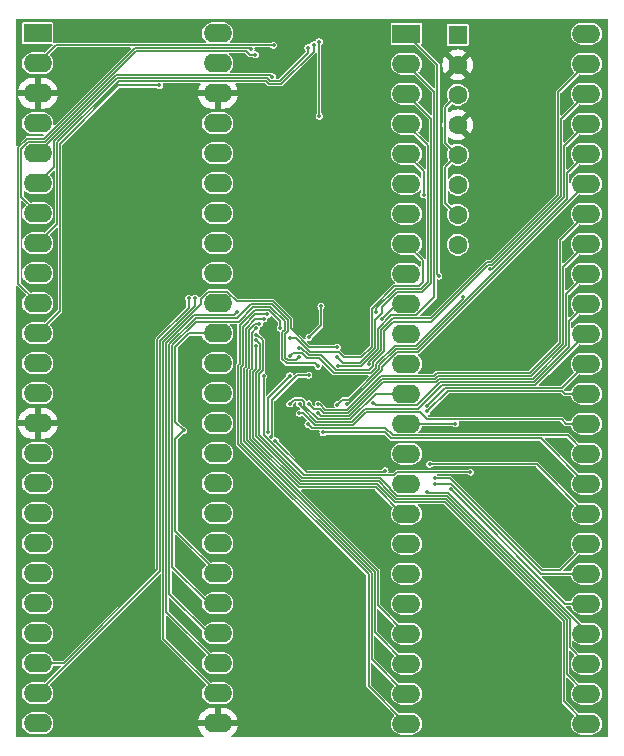
<source format=gbr>
%TF.GenerationSoftware,KiCad,Pcbnew,8.0.7*%
%TF.CreationDate,2025-02-11T22:57:12-05:00*%
%TF.ProjectId,Intel 105 BGA NOR+NAND NonMux,496e7465-6c20-4313-9035-20424741204e,rev?*%
%TF.SameCoordinates,Original*%
%TF.FileFunction,Copper,L2,Bot*%
%TF.FilePolarity,Positive*%
%FSLAX46Y46*%
G04 Gerber Fmt 4.6, Leading zero omitted, Abs format (unit mm)*
G04 Created by KiCad (PCBNEW 8.0.7) date 2025-02-11 22:57:12*
%MOMM*%
%LPD*%
G01*
G04 APERTURE LIST*
%TA.AperFunction,ComponentPad*%
%ADD10R,2.400000X1.600000*%
%TD*%
%TA.AperFunction,ComponentPad*%
%ADD11O,2.400000X1.600000*%
%TD*%
%TA.AperFunction,ComponentPad*%
%ADD12R,1.600000X1.600000*%
%TD*%
%TA.AperFunction,ComponentPad*%
%ADD13C,1.600000*%
%TD*%
%TA.AperFunction,ViaPad*%
%ADD14C,0.350000*%
%TD*%
%TA.AperFunction,Conductor*%
%ADD15C,0.127000*%
%TD*%
G04 APERTURE END LIST*
D10*
%TO.P,J3,1,Pin_1*%
%TO.N,/D4*%
X140131800Y-63398400D03*
D11*
%TO.P,J3,2,Pin_2*%
%TO.N,/D6*%
X140131800Y-65938400D03*
%TO.P,J3,3,Pin_3*%
%TO.N,GND*%
X140131800Y-68478400D03*
%TO.P,J3,4,Pin_4*%
%TO.N,VCC*%
X140131800Y-71018400D03*
%TO.P,J3,5,Pin_5*%
%TO.N,/D5*%
X140131800Y-73558400D03*
%TO.P,J3,6,Pin_6*%
%TO.N,/D7*%
X140131800Y-76098400D03*
%TO.P,J3,7,Pin_7*%
%TO.N,/D12*%
X140131800Y-78638400D03*
%TO.P,J3,8,Pin_8*%
%TO.N,/D14*%
X140131800Y-81178400D03*
%TO.P,J3,9,Pin_9*%
%TO.N,VCC*%
X140131800Y-83718400D03*
%TO.P,J3,10,Pin_10*%
%TO.N,/D13*%
X140131800Y-86258400D03*
%TO.P,J3,11,Pin_11*%
%TO.N,/D15*%
X140131800Y-88798400D03*
%TO.P,J3,12,Pin_12*%
%TO.N,unconnected-(J3-Pin_12-Pad12)*%
X140131800Y-91338400D03*
%TO.P,J3,13,Pin_13*%
%TO.N,unconnected-(J3-Pin_13-Pad13)*%
X140131800Y-93878400D03*
%TO.P,J3,14,Pin_14*%
%TO.N,GND*%
X140131800Y-96418400D03*
%TO.P,J3,15,Pin_15*%
%TO.N,unconnected-(J3-Pin_15-Pad15)*%
X140131800Y-98958400D03*
%TO.P,J3,16,Pin_16*%
%TO.N,unconnected-(J3-Pin_16-Pad16)*%
X140131800Y-101498400D03*
%TO.P,J3,17,Pin_17*%
%TO.N,unconnected-(J3-Pin_17-Pad17)*%
X140131800Y-104038400D03*
%TO.P,J3,18,Pin_18*%
%TO.N,unconnected-(J3-Pin_18-Pad18)*%
X140131800Y-106578400D03*
%TO.P,J3,19,Pin_19*%
%TO.N,unconnected-(J3-Pin_19-Pad19)*%
X140131800Y-109118400D03*
%TO.P,J3,20,Pin_20*%
%TO.N,unconnected-(J3-Pin_20-Pad20)*%
X140131800Y-111658400D03*
%TO.P,J3,21,Pin_21*%
%TO.N,unconnected-(J3-Pin_21-Pad21)*%
X140131800Y-114198400D03*
%TO.P,J3,22,Pin_22*%
%TO.N,/N-RY{slash}BY*%
X140131800Y-116738400D03*
%TO.P,J3,23,Pin_23*%
%TO.N,/N-WE*%
X140131800Y-119278400D03*
%TO.P,J3,24,Pin_24*%
%TO.N,/CE*%
X140131800Y-121818400D03*
%TO.P,J3,25,Pin_25*%
%TO.N,GND*%
X155371800Y-121818400D03*
%TO.P,J3,26,Pin_26*%
%TO.N,/ALE*%
X155371800Y-119278400D03*
%TO.P,J3,27,Pin_27*%
%TO.N,/N-WP2*%
X155371800Y-116738400D03*
%TO.P,J3,28,Pin_28*%
%TO.N,/CLE*%
X155371800Y-114198400D03*
%TO.P,J3,29,Pin_29*%
%TO.N,/N-RE*%
X155371800Y-111658400D03*
%TO.P,J3,30,Pin_30*%
%TO.N,VCC*%
X155371800Y-109118400D03*
%TO.P,J3,31,Pin_31*%
%TO.N,unconnected-(J3-Pin_31-Pad31)*%
X155371800Y-106578400D03*
%TO.P,J3,32,Pin_32*%
%TO.N,unconnected-(J3-Pin_32-Pad32)*%
X155371800Y-104038400D03*
%TO.P,J3,33,Pin_33*%
%TO.N,unconnected-(J3-Pin_33-Pad33)*%
X155371800Y-101498400D03*
%TO.P,J3,34,Pin_34*%
%TO.N,unconnected-(J3-Pin_34-Pad34)*%
X155371800Y-98958400D03*
%TO.P,J3,35,Pin_35*%
%TO.N,unconnected-(J3-Pin_35-Pad35)*%
X155371800Y-96418400D03*
%TO.P,J3,36,Pin_36*%
%TO.N,unconnected-(J3-Pin_36-Pad36)*%
X155371800Y-93878400D03*
%TO.P,J3,37,Pin_37*%
%TO.N,unconnected-(J3-Pin_37-Pad37)*%
X155371800Y-91338400D03*
%TO.P,J3,38,Pin_38*%
%TO.N,VCC*%
X155371800Y-88798400D03*
%TO.P,J3,39,Pin_39*%
%TO.N,unconnected-(J3-Pin_39-Pad39)*%
X155371800Y-86258400D03*
%TO.P,J3,40,Pin_40*%
%TO.N,/D8*%
X155371800Y-83718400D03*
%TO.P,J3,41,Pin_41*%
%TO.N,/D0*%
X155371800Y-81178400D03*
%TO.P,J3,42,Pin_42*%
%TO.N,/D10*%
X155371800Y-78638400D03*
%TO.P,J3,43,Pin_43*%
%TO.N,/D9*%
X155371800Y-76098400D03*
%TO.P,J3,44,Pin_44*%
%TO.N,/D1*%
X155371800Y-73558400D03*
%TO.P,J3,45,Pin_45*%
%TO.N,/D11*%
X155371800Y-71018400D03*
%TO.P,J3,46,Pin_46*%
%TO.N,GND*%
X155371800Y-68478400D03*
%TO.P,J3,47,Pin_47*%
%TO.N,/D2*%
X155371800Y-65938400D03*
%TO.P,J3,48,Pin_48*%
%TO.N,/D3*%
X155371800Y-63398400D03*
%TD*%
D10*
%TO.P,J1,1,Pin_1*%
%TO.N,/A16*%
X171348400Y-63423800D03*
D11*
%TO.P,J1,2,Pin_2*%
%TO.N,/A20*%
X171348400Y-65963800D03*
%TO.P,J1,3,Pin_3*%
%TO.N,/A21*%
X171348400Y-68503800D03*
%TO.P,J1,4,Pin_4*%
%TO.N,/A15*%
X171348400Y-71043800D03*
%TO.P,J1,5,Pin_5*%
%TO.N,/A19*%
X171348400Y-73583800D03*
%TO.P,J1,6,Pin_6*%
%TO.N,/A18*%
X171348400Y-76123800D03*
%TO.P,J1,7,Pin_7*%
%TO.N,/A17*%
X171348400Y-78663800D03*
%TO.P,J1,8,Pin_8*%
%TO.N,/F-WP1*%
X171348400Y-81203800D03*
%TO.P,J1,9,Pin_9*%
%TO.N,/A24*%
X171348400Y-83743800D03*
%TO.P,J1,10,Pin_10*%
%TO.N,/A14*%
X171348400Y-86283800D03*
%TO.P,J1,11,Pin_11*%
%TO.N,/A13*%
X171348400Y-88823800D03*
%TO.P,J1,12,Pin_12*%
%TO.N,/A12*%
X171348400Y-91363800D03*
%TO.P,J1,13,Pin_13*%
%TO.N,VPP*%
X171348400Y-93903800D03*
%TO.P,J1,14,Pin_14*%
%TO.N,/CE*%
X171348400Y-96443800D03*
%TO.P,J1,15,Pin_15*%
%TO.N,/A11*%
X171348400Y-98983800D03*
%TO.P,J1,16,Pin_16*%
%TO.N,/F-RST*%
X171348400Y-101523800D03*
%TO.P,J1,17,Pin_17*%
%TO.N,/A7*%
X171348400Y-104063800D03*
%TO.P,J1,18,Pin_18*%
%TO.N,/A8*%
X171348400Y-106603800D03*
%TO.P,J1,19,Pin_19*%
%TO.N,/A9*%
X171348400Y-109143800D03*
%TO.P,J1,20,Pin_20*%
%TO.N,/A10*%
X171348400Y-111683800D03*
%TO.P,J1,21,Pin_21*%
%TO.N,/A5*%
X171348400Y-114223800D03*
%TO.P,J1,22,Pin_22*%
%TO.N,/A6*%
X171348400Y-116763800D03*
%TO.P,J1,23,Pin_23*%
%TO.N,/A4*%
X171348400Y-119303800D03*
%TO.P,J1,24,Pin_24*%
%TO.N,/A0*%
X171348400Y-121843800D03*
%TO.P,J1,25,Pin_25*%
%TO.N,/A1*%
X186588400Y-121843800D03*
%TO.P,J1,26,Pin_26*%
%TO.N,/A2*%
X186588400Y-119303800D03*
%TO.P,J1,27,Pin_27*%
%TO.N,/A3*%
X186588400Y-116763800D03*
%TO.P,J1,28,Pin_28*%
%TO.N,/D8*%
X186588400Y-114223800D03*
%TO.P,J1,29,Pin_29*%
%TO.N,/A22*%
X186588400Y-111683800D03*
%TO.P,J1,30,Pin_30*%
%TO.N,/D1*%
X186588400Y-109143800D03*
%TO.P,J1,31,Pin_31*%
%TO.N,/D0*%
X186588400Y-106603800D03*
%TO.P,J1,32,Pin_32*%
%TO.N,/D9*%
X186588400Y-104063800D03*
%TO.P,J1,33,Pin_33*%
%TO.N,/D10*%
X186588400Y-101523800D03*
%TO.P,J1,34,Pin_34*%
%TO.N,/D2*%
X186588400Y-98983800D03*
%TO.P,J1,35,Pin_35*%
%TO.N,/D3*%
X186588400Y-96443800D03*
%TO.P,J1,36,Pin_36*%
%TO.N,/D11*%
X186588400Y-93903800D03*
%TO.P,J1,37,Pin_37*%
%TO.N,/D13*%
X186588400Y-91363800D03*
%TO.P,J1,38,Pin_38*%
%TO.N,/D5*%
X186588400Y-88823800D03*
%TO.P,J1,39,Pin_39*%
%TO.N,/D12*%
X186588400Y-86283800D03*
%TO.P,J1,40,Pin_40*%
%TO.N,/D4*%
X186588400Y-83743800D03*
%TO.P,J1,41,Pin_41*%
%TO.N,/D6*%
X186588400Y-81203800D03*
%TO.P,J1,42,Pin_42*%
%TO.N,/D7*%
X186588400Y-78663800D03*
%TO.P,J1,43,Pin_43*%
%TO.N,/D14*%
X186588400Y-76123800D03*
%TO.P,J1,44,Pin_44*%
%TO.N,/D15*%
X186588400Y-73583800D03*
%TO.P,J1,45,Pin_45*%
%TO.N,/A23*%
X186588400Y-71043800D03*
%TO.P,J1,46,Pin_46*%
%TO.N,/F-WE*%
X186588400Y-68503800D03*
%TO.P,J1,47,Pin_47*%
%TO.N,/F-OE*%
X186588400Y-65963800D03*
%TO.P,J1,48,Pin_48*%
%TO.N,unconnected-(J1-Pin_48-Pad48)*%
X186588400Y-63423800D03*
%TD*%
D12*
%TO.P,J2,1,Pin_1*%
%TO.N,unconnected-(J2-Pin_1-Pad1)*%
X175691800Y-63525400D03*
D13*
%TO.P,J2,2,Pin_2*%
%TO.N,GND*%
X175691800Y-66065400D03*
%TO.P,J2,3,Pin_3*%
%TO.N,VCC*%
X175691800Y-68605400D03*
%TO.P,J2,4,Pin_4*%
%TO.N,GND*%
X175691800Y-71145400D03*
%TO.P,J2,5,Pin_5*%
%TO.N,VCC*%
X175691800Y-73685400D03*
%TO.P,J2,6,Pin_6*%
%TO.N,/ADV*%
X175691800Y-76225400D03*
%TO.P,J2,7,Pin_7*%
%TO.N,VCC*%
X175691800Y-78765400D03*
%TO.P,J2,8,Pin_8*%
%TO.N,/A25*%
X175691800Y-81305400D03*
%TD*%
D14*
%TO.N,/D15*%
X163960000Y-70385500D03*
X150410000Y-67803500D03*
X163960836Y-64099800D03*
%TO.N,/D14*%
X163484213Y-64353800D03*
%TO.N,/D7*%
X163010000Y-64607800D03*
%TO.N,/A19*%
X172804500Y-77053800D03*
%TO.N,/D6*%
X160093520Y-64386480D03*
%TO.N,/D13*%
X158180000Y-64754400D03*
%TO.N,/D12*%
X158545500Y-65200000D03*
%TO.N,/D5*%
X159976203Y-67071400D03*
%TO.N,/A22*%
X175119765Y-102010235D03*
%TO.N,/ALE*%
X165500000Y-89960000D03*
%TO.N,GND*%
X156360000Y-95170000D03*
%TO.N,/A23*%
X178445500Y-83369795D03*
%TO.N,/D15*%
X165500000Y-94820000D03*
%TO.N,VCC*%
X152480000Y-97010000D03*
%TO.N,/CE*%
X160236868Y-97893132D03*
X169540513Y-100440500D03*
%TO.N,/F4-CE*%
X159876868Y-97533132D03*
%TO.N,/F3-CE*%
X159615500Y-97134113D03*
X161480000Y-92380000D03*
%TO.N,/N-RY{slash}BY*%
X152910148Y-85819852D03*
%TO.N,/N-WE*%
X153434945Y-85827752D03*
%TO.N,/N-WP2*%
X156985000Y-86988104D03*
%TO.N,/ADV*%
X164106500Y-86520000D03*
X163098949Y-89126500D03*
%TO.N,/CE*%
X175480000Y-96430000D03*
%TO.N,/F1-CE*%
X176097646Y-85717647D03*
X161460000Y-90710000D03*
%TO.N,/F2-CE*%
X176760000Y-100530000D03*
X159250000Y-92400000D03*
%TO.N,/A7*%
X158635582Y-88361008D03*
%TO.N,/F4-CE*%
X163080000Y-92350000D03*
%TO.N,/D10*%
X164287000Y-97179500D03*
%TO.N,/D7*%
X163880000Y-94790000D03*
%TO.N,/A3*%
X158616993Y-88896493D03*
%TO.N,/D6*%
X163079800Y-94780000D03*
%TO.N,/A6*%
X159270000Y-87570000D03*
%TO.N,/A2*%
X158600500Y-89373210D03*
%TO.N,/D2*%
X163007226Y-96462542D03*
%TO.N,/A14*%
X169237398Y-87589500D03*
%TO.N,/D11*%
X173074500Y-95410187D03*
%TO.N,/A0*%
X160660000Y-88360000D03*
%TO.N,/A4*%
X159581414Y-87197523D03*
%TO.N,/D8*%
X173070000Y-102196500D03*
%TO.N,/A20*%
X165533303Y-91537197D03*
%TO.N,VPP*%
X161470000Y-94763300D03*
%TO.N,/D3*%
X162290000Y-95560000D03*
%TO.N,/D9*%
X173328500Y-99870000D03*
%TO.N,/D5*%
X162299627Y-94765500D03*
%TO.N,/F-WE*%
X162280000Y-90000000D03*
%TO.N,/A21*%
X165490000Y-90770000D03*
%TO.N,/F-OE*%
X168163843Y-91403843D03*
%TO.N,/A16*%
X174083673Y-83933223D03*
%TO.N,/A1*%
X158600500Y-89875535D03*
%TO.N,/D1*%
X173756500Y-101530000D03*
%TO.N,/D4*%
X163900000Y-95570000D03*
%TO.N,/A5*%
X158905500Y-87967720D03*
%TO.N,/D14*%
X166280232Y-94766032D03*
%TO.N,/D13*%
X173074500Y-94933184D03*
%TO.N,/A15*%
X168787606Y-87005500D03*
%TO.N,/D12*%
X168498843Y-94658843D03*
%TO.N,/F-WP1*%
X161480000Y-89182300D03*
%TO.N,GND*%
X162310000Y-93970000D03*
X164670000Y-93180000D03*
X167620000Y-82640000D03*
X164687100Y-88372800D03*
X163092600Y-93167200D03*
X162280000Y-88360000D03*
X165480000Y-93970000D03*
%TO.N,/N-RE*%
X163867223Y-91557223D03*
%TO.N,/CLE*%
X162252500Y-90807300D03*
%TO.N,/D0*%
X173756500Y-101052997D03*
%TD*%
D15*
%TO.N,/D10*%
X170073701Y-97688300D02*
X182752900Y-97688300D01*
X169564901Y-97179500D02*
X170073701Y-97688300D01*
X182752900Y-97688300D02*
X186588400Y-101523800D01*
X164287000Y-97179500D02*
X169564901Y-97179500D01*
%TO.N,/D2*%
X185038900Y-97434300D02*
X186588400Y-98983800D01*
X163358684Y-96814000D02*
X169558611Y-96814000D01*
X169558611Y-96814000D02*
X170178911Y-97434300D01*
X170178911Y-97434300D02*
X185038900Y-97434300D01*
X163007226Y-96462542D02*
X163358684Y-96814000D01*
%TO.N,/D3*%
X184863800Y-96443800D02*
X186588400Y-96443800D01*
X172474000Y-95414000D02*
X173120000Y-96060000D01*
X167945210Y-95414000D02*
X172474000Y-95414000D01*
X166799210Y-96560000D02*
X167945210Y-95414000D01*
X163621580Y-96560000D02*
X166799210Y-96560000D01*
X173120000Y-96060000D02*
X184480000Y-96060000D01*
X162621580Y-95560000D02*
X163621580Y-96560000D01*
X184480000Y-96060000D02*
X184863800Y-96443800D01*
X162290000Y-95560000D02*
X162621580Y-95560000D01*
%TO.N,/D11*%
X184743800Y-93903800D02*
X186588400Y-93903800D01*
X174858000Y-93672000D02*
X184512000Y-93672000D01*
X173119813Y-95410187D02*
X174858000Y-93672000D01*
X173074500Y-95410187D02*
X173119813Y-95410187D01*
X184512000Y-93672000D02*
X184743800Y-93903800D01*
%TO.N,/CE*%
X169429013Y-100552000D02*
X162895736Y-100552000D01*
X162895736Y-100552000D02*
X160236868Y-97893132D01*
X169540513Y-100440500D02*
X169429013Y-100552000D01*
%TO.N,/F2-CE*%
X159250000Y-97423160D02*
X159250000Y-92400000D01*
X170265421Y-100806000D02*
X162632840Y-100806000D01*
X162632840Y-100806000D02*
X159250000Y-97423160D01*
X176760000Y-100530000D02*
X170541421Y-100530000D01*
X170541421Y-100530000D02*
X170265421Y-100806000D01*
%TO.N,/D0*%
X184322200Y-108870000D02*
X186588400Y-106603800D01*
X182855636Y-108870000D02*
X184322200Y-108870000D01*
X175038633Y-101052997D02*
X182855636Y-108870000D01*
X173756500Y-101052997D02*
X175038633Y-101052997D01*
%TO.N,/D1*%
X182770226Y-109143800D02*
X186588400Y-109143800D01*
X173756500Y-101530000D02*
X175156426Y-101530000D01*
X175156426Y-101530000D02*
X182770226Y-109143800D01*
%TO.N,/A22*%
X184793330Y-111683800D02*
X186588400Y-111683800D01*
X175119765Y-102010235D02*
X184793330Y-111683800D01*
%TO.N,/D8*%
X186588400Y-113989190D02*
X186588400Y-114223800D01*
X174907210Y-102308000D02*
X186588400Y-113989190D01*
X173070000Y-102196500D02*
X173181500Y-102308000D01*
X173181500Y-102308000D02*
X174907210Y-102308000D01*
%TO.N,VCC*%
X151792000Y-105538600D02*
X155371800Y-109118400D01*
X151792000Y-97698000D02*
X151792000Y-105538600D01*
X152480000Y-97010000D02*
X151792000Y-97698000D01*
%TO.N,/D15*%
X146964330Y-67803500D02*
X150410000Y-67803500D01*
X142030300Y-72737530D02*
X146964330Y-67803500D01*
X142030300Y-86899900D02*
X142030300Y-72737530D01*
X140131800Y-88798400D02*
X142030300Y-86899900D01*
X163960000Y-64100636D02*
X163960836Y-64099800D01*
X163960000Y-70385500D02*
X163960000Y-64100636D01*
%TO.N,/D14*%
X141776300Y-72632320D02*
X141776300Y-79533900D01*
X146970620Y-67438000D02*
X141776300Y-72632320D01*
X159719597Y-67690900D02*
X159466697Y-67438000D01*
X159466697Y-67438000D02*
X146970620Y-67438000D01*
X141776300Y-79533900D02*
X140131800Y-81178400D01*
X160732244Y-67690900D02*
X159719597Y-67690900D01*
X163484213Y-64938931D02*
X160732244Y-67690900D01*
X163484213Y-64353800D02*
X163484213Y-64938931D01*
%TO.N,/D7*%
X141522300Y-74707900D02*
X140131800Y-76098400D01*
X146865410Y-67184000D02*
X141522300Y-72527110D01*
X141522300Y-72527110D02*
X141522300Y-74707900D01*
X159571907Y-67184000D02*
X146865410Y-67184000D01*
X160627034Y-67436900D02*
X159824807Y-67436900D01*
X163010000Y-65053934D02*
X160627034Y-67436900D01*
X159824807Y-67436900D02*
X159571907Y-67184000D01*
X163010000Y-64607800D02*
X163010000Y-65053934D01*
%TO.N,/D5*%
X146760200Y-66930000D02*
X140131800Y-73558400D01*
X159834803Y-66930000D02*
X146760200Y-66930000D01*
X159976203Y-67071400D02*
X159834803Y-66930000D01*
%TO.N,/D12*%
X138741300Y-77247900D02*
X140131800Y-78638400D01*
X138741300Y-73148121D02*
X138741300Y-77247900D01*
X140763090Y-72567900D02*
X139321521Y-72567900D01*
X139321521Y-72567900D02*
X138741300Y-73148121D01*
X148434090Y-64896900D02*
X140763090Y-72567900D01*
X158108704Y-65200000D02*
X157805604Y-64896900D01*
X157805604Y-64896900D02*
X148434090Y-64896900D01*
X158545500Y-65200000D02*
X158108704Y-65200000D01*
%TO.N,/D6*%
X141681300Y-64388900D02*
X140131800Y-65938400D01*
X160091100Y-64388900D02*
X141681300Y-64388900D01*
X160093520Y-64386480D02*
X160091100Y-64388900D01*
%TO.N,/D13*%
X138487300Y-84613900D02*
X140131800Y-86258400D01*
X138487300Y-73042911D02*
X138487300Y-84613900D01*
X158068500Y-64642900D02*
X148328880Y-64642900D01*
X158180000Y-64754400D02*
X158068500Y-64642900D01*
X148328880Y-64642900D02*
X140657880Y-72313900D01*
X140657880Y-72313900D02*
X139216311Y-72313900D01*
X139216311Y-72313900D02*
X138487300Y-73042911D01*
%TO.N,/A19*%
X172804500Y-77053800D02*
X172804500Y-75039900D01*
X172804500Y-75039900D02*
X171348400Y-73583800D01*
%TO.N,/A2*%
X184943900Y-113063110D02*
X184943900Y-117659300D01*
X170480611Y-102816000D02*
X174696790Y-102816000D01*
X169703900Y-102033110D02*
X169703900Y-102039289D01*
X169703900Y-102039289D02*
X170480611Y-102816000D01*
X158630500Y-97522080D02*
X162422420Y-101314000D01*
X168984790Y-101314000D02*
X169703900Y-102033110D01*
X174696790Y-102816000D02*
X184943900Y-113063110D01*
X158630500Y-92143394D02*
X158630500Y-97522080D01*
X162422420Y-101314000D02*
X168984790Y-101314000D01*
X158966000Y-89724139D02*
X158966000Y-91807894D01*
X158615071Y-89373210D02*
X158966000Y-89724139D01*
X158600500Y-89373210D02*
X158615071Y-89373210D01*
X158966000Y-91807894D02*
X158630500Y-92143394D01*
X184943900Y-117659300D02*
X186588400Y-119303800D01*
%TO.N,/A1*%
X184689900Y-119945300D02*
X186588400Y-121843800D01*
X174591580Y-103070000D02*
X184689900Y-113168320D01*
X184689900Y-113168320D02*
X184689900Y-119945300D01*
X170375401Y-103070000D02*
X174591580Y-103070000D01*
X169449900Y-102138320D02*
X169449900Y-102144499D01*
X168879580Y-101568000D02*
X169449900Y-102138320D01*
X162317210Y-101568000D02*
X168879580Y-101568000D01*
X158376500Y-92038184D02*
X158376500Y-97627290D01*
X158600500Y-91814184D02*
X158376500Y-92038184D01*
X158376500Y-97627290D02*
X162317210Y-101568000D01*
X158600500Y-89875535D02*
X158600500Y-91814184D01*
X169449900Y-102144499D02*
X170375401Y-103070000D01*
%TO.N,/A3*%
X185197900Y-115373300D02*
X186588400Y-116763800D01*
X185197900Y-112957900D02*
X185197900Y-115373300D01*
X174802000Y-102562000D02*
X185197900Y-112957900D01*
X170585821Y-102562000D02*
X174802000Y-102562000D01*
X169957900Y-101934079D02*
X170585821Y-102562000D01*
X169957900Y-101927900D02*
X169957900Y-101934079D01*
X169090000Y-101060000D02*
X169957900Y-101927900D01*
X158884500Y-97416870D02*
X162527630Y-101060000D01*
X162527630Y-101060000D02*
X169090000Y-101060000D01*
X158884500Y-92248604D02*
X158884500Y-97416870D01*
X159220000Y-91913104D02*
X158884500Y-92248604D01*
X158719494Y-88896493D02*
X159220000Y-89396999D01*
X158616993Y-88896493D02*
X158719494Y-88896493D01*
X159220000Y-89396999D02*
X159220000Y-91913104D01*
%TO.N,VCC*%
X174651300Y-72644900D02*
X175691800Y-73685400D01*
X174651300Y-69645900D02*
X174651300Y-72644900D01*
X175691800Y-68605400D02*
X174651300Y-69645900D01*
%TO.N,/D14*%
X172338900Y-90373300D02*
X186588400Y-76123800D01*
X169291343Y-91620078D02*
X170538121Y-90373300D01*
X169291343Y-91912607D02*
X169291343Y-91620078D01*
X166437918Y-94766032D02*
X169291343Y-91912607D01*
X170538121Y-90373300D02*
X172338900Y-90373300D01*
X166280232Y-94766032D02*
X166437918Y-94766032D01*
%TO.N,/D15*%
X184950000Y-75222200D02*
X186588400Y-73583800D01*
X184950000Y-77382189D02*
X184950000Y-75222200D01*
X172252189Y-90080000D02*
X184950000Y-77382189D01*
X170472211Y-90080000D02*
X172252189Y-90080000D01*
X169037343Y-91514868D02*
X170472211Y-90080000D01*
X169037343Y-91807397D02*
X169037343Y-91514868D01*
X166444208Y-94400532D02*
X169037343Y-91807397D01*
X165919468Y-94400532D02*
X166444208Y-94400532D01*
X165500000Y-94820000D02*
X165919468Y-94400532D01*
%TO.N,/F1-CE*%
X172146979Y-89826000D02*
X176097646Y-85875333D01*
X170367001Y-89826000D02*
X172146979Y-89826000D01*
X168783343Y-91409658D02*
X170367001Y-89826000D01*
X168328833Y-92156697D02*
X168783343Y-91702187D01*
X165247487Y-92156697D02*
X168328833Y-92156697D01*
X162966476Y-90888000D02*
X163978790Y-90888000D01*
X163978790Y-90888000D02*
X165247487Y-92156697D01*
X162520276Y-90441800D02*
X162966476Y-90888000D01*
X161728200Y-90441800D02*
X162520276Y-90441800D01*
X176097646Y-85875333D02*
X176097646Y-85717647D01*
X161460000Y-90710000D02*
X161728200Y-90441800D01*
X168783343Y-91702187D02*
X168783343Y-91409658D01*
%TO.N,/F-WE*%
X184442000Y-70650200D02*
X186588400Y-68503800D01*
X178609474Y-83004295D02*
X184442000Y-77171769D01*
X178294104Y-83004295D02*
X178609474Y-83004295D01*
X173465099Y-87833300D02*
X178294104Y-83004295D01*
X170236700Y-87833300D02*
X173465099Y-87833300D01*
X169449900Y-88620100D02*
X170236700Y-87833300D01*
X169449900Y-90319310D02*
X169449900Y-88620100D01*
X168523053Y-91246157D02*
X169449900Y-90319310D01*
X168529343Y-91252447D02*
X168523053Y-91246157D01*
X184442000Y-77171769D02*
X184442000Y-70650200D01*
X168529343Y-91555239D02*
X168529343Y-91252447D01*
X165687396Y-91900000D02*
X168184582Y-91900000D01*
X165352697Y-91902697D02*
X165684699Y-91902697D01*
X164084000Y-90634000D02*
X165352697Y-91902697D01*
X163071686Y-90634000D02*
X164084000Y-90634000D01*
X162437686Y-90000000D02*
X163071686Y-90634000D01*
X168184582Y-91900000D02*
X168529343Y-91555239D01*
X162280000Y-90000000D02*
X162437686Y-90000000D01*
X165684699Y-91902697D02*
X165687396Y-91900000D01*
%TO.N,/A20*%
X173704950Y-85745050D02*
X173704950Y-68320350D01*
X170075700Y-87274300D02*
X172175700Y-87274300D01*
X168938000Y-88412000D02*
X170075700Y-87274300D01*
X173704950Y-68320350D02*
X171348400Y-65963800D01*
X167513593Y-91537197D02*
X168938000Y-90112790D01*
X165533303Y-91537197D02*
X167513593Y-91537197D01*
X168938000Y-90112790D02*
X168938000Y-88412000D01*
X172175700Y-87274300D02*
X173704950Y-85745050D01*
%TO.N,/A21*%
X173450950Y-70606350D02*
X171348400Y-68503800D01*
X173450950Y-84538260D02*
X173450950Y-70606350D01*
X169270000Y-86561421D02*
X170541421Y-85290000D01*
X169270000Y-87040002D02*
X169270000Y-86561421D01*
X168684000Y-90007580D02*
X168684000Y-87626002D01*
X167408383Y-91283197D02*
X168684000Y-90007580D01*
X172699210Y-85290000D02*
X173450950Y-84538260D01*
X168684000Y-87626002D02*
X169270000Y-87040002D01*
X166003197Y-91283197D02*
X167408383Y-91283197D01*
X170541421Y-85290000D02*
X172699210Y-85290000D01*
X165490000Y-90770000D02*
X166003197Y-91283197D01*
%TO.N,/A15*%
X173170000Y-84460000D02*
X173170000Y-72865400D01*
X172594000Y-85036000D02*
X173170000Y-84460000D01*
X173170000Y-72865400D02*
X171348400Y-71043800D01*
X170436211Y-85036000D02*
X172594000Y-85036000D01*
X168787606Y-86684605D02*
X170436211Y-85036000D01*
X168787606Y-87005500D02*
X168787606Y-86684605D01*
%TO.N,/ALE*%
X150776000Y-114682600D02*
X155371800Y-119278400D01*
X150776000Y-89504790D02*
X150776000Y-114682600D01*
X153950000Y-86330790D02*
X150776000Y-89504790D01*
X153950000Y-85879421D02*
X153950000Y-86330790D01*
X156182079Y-85267900D02*
X154561521Y-85267900D01*
X156984202Y-86070023D02*
X156182079Y-85267900D01*
X154561521Y-85267900D02*
X153950000Y-85879421D01*
X160048440Y-86070023D02*
X156984202Y-86070023D01*
X161533500Y-88377394D02*
X161533500Y-87555083D01*
X163116106Y-89960000D02*
X161533500Y-88377394D01*
X161533500Y-87555083D02*
X160048440Y-86070023D01*
X165500000Y-89960000D02*
X163116106Y-89960000D01*
%TO.N,/N-RY{slash}BY*%
X142312590Y-116738400D02*
X140131800Y-116738400D01*
X150268000Y-108782990D02*
X142312590Y-116738400D01*
X150268000Y-89294370D02*
X150268000Y-108782990D01*
X152910148Y-86652222D02*
X150268000Y-89294370D01*
X152910148Y-85819852D02*
X152910148Y-86652222D01*
%TO.N,/N-WE*%
X150522000Y-108888200D02*
X140131800Y-119278400D01*
X153434945Y-86486635D02*
X150522000Y-89399580D01*
X150522000Y-89399580D02*
X150522000Y-108888200D01*
X153434945Y-85827752D02*
X153434945Y-86486635D01*
%TO.N,/F-OE*%
X178504264Y-82750295D02*
X184188000Y-77066559D01*
X178188894Y-82750295D02*
X178504264Y-82750295D01*
X173410889Y-87528300D02*
X178188894Y-82750295D01*
X170180910Y-87528300D02*
X173410889Y-87528300D01*
X169192000Y-88517210D02*
X170180910Y-87528300D01*
X169192000Y-90218000D02*
X169192000Y-88517210D01*
X184188000Y-68364200D02*
X186588400Y-65963800D01*
X168163843Y-91246157D02*
X169192000Y-90218000D01*
X168163843Y-91403843D02*
X168163843Y-91246157D01*
X184188000Y-77066559D02*
X184188000Y-68364200D01*
%TO.N,/CLE*%
X154632579Y-114198400D02*
X155371800Y-114198400D01*
X153496310Y-87502900D02*
X151284000Y-89715210D01*
X156987100Y-87502900D02*
X153496310Y-87502900D01*
X151284000Y-89715210D02*
X151284000Y-110849821D01*
X158165977Y-86324023D02*
X156987100Y-87502900D01*
X151284000Y-110849821D02*
X154632579Y-114198400D01*
X161279500Y-87660293D02*
X159943230Y-86324023D01*
X159943230Y-86324023D02*
X158165977Y-86324023D01*
X161279500Y-88629710D02*
X161279500Y-87660293D01*
X161094000Y-88815210D02*
X161279500Y-88629710D01*
X161308604Y-91075500D02*
X161094500Y-90861396D01*
X161094500Y-90861396D02*
X161094500Y-89064500D01*
X161984300Y-91075500D02*
X161308604Y-91075500D01*
X162252500Y-90807300D02*
X161984300Y-91075500D01*
X161094000Y-89064000D02*
X161094000Y-88815210D01*
X161094500Y-89064500D02*
X161094000Y-89064000D01*
%TO.N,/F-WP1*%
X172378000Y-84782000D02*
X172740000Y-84420000D01*
X172740000Y-84420000D02*
X172740000Y-82595400D01*
X170331001Y-84782000D02*
X172378000Y-84782000D01*
X172740000Y-82595400D02*
X171348400Y-81203800D01*
X168422106Y-86690895D02*
X170331001Y-84782000D01*
X163176896Y-90380000D02*
X165616896Y-90380000D01*
X166064896Y-90828000D02*
X167504370Y-90828000D01*
X168422106Y-89910264D02*
X168422106Y-86690895D01*
X165616896Y-90380000D02*
X166064896Y-90828000D01*
X161979196Y-89182300D02*
X163176896Y-90380000D01*
X167504370Y-90828000D02*
X168422106Y-89910264D01*
X161480000Y-89182300D02*
X161979196Y-89182300D01*
%TO.N,/A14*%
X169237398Y-87589500D02*
X170543098Y-86283800D01*
X170543098Y-86283800D02*
X171348400Y-86283800D01*
%TO.N,/ADV*%
X164106500Y-88118949D02*
X163098949Y-89126500D01*
X164106500Y-86520000D02*
X164106500Y-88118949D01*
%TO.N,/A16*%
X173958950Y-83808500D02*
X173958950Y-66034350D01*
X174083673Y-83933223D02*
X173958950Y-83808500D01*
X173958950Y-66034350D02*
X171348400Y-63423800D01*
%TO.N,/A23*%
X184696000Y-72936200D02*
X186588400Y-71043800D01*
X184696000Y-77276979D02*
X184696000Y-72936200D01*
X178603184Y-83369795D02*
X184696000Y-77276979D01*
X178445500Y-83369795D02*
X178603184Y-83369795D01*
%TO.N,/D7*%
X184368000Y-80884200D02*
X186588400Y-78663800D01*
X184368000Y-89607360D02*
X184368000Y-80884200D01*
X173648650Y-92405300D02*
X173905950Y-92148000D01*
X173905950Y-92148000D02*
X181827360Y-92148000D01*
X181827360Y-92148000D02*
X184368000Y-89607360D01*
X169157860Y-92405300D02*
X173648650Y-92405300D01*
X166279765Y-95283395D02*
X169157860Y-92405300D01*
X164489501Y-95283395D02*
X166279765Y-95283395D01*
X163880000Y-94790000D02*
X163996106Y-94790000D01*
X163996106Y-94790000D02*
X164489501Y-95283395D01*
%TO.N,/D6*%
X184622000Y-83170200D02*
X186588400Y-81203800D01*
X184622000Y-89712570D02*
X184622000Y-83170200D01*
X181932570Y-92402000D02*
X184622000Y-89712570D01*
X169263070Y-92659300D02*
X173753860Y-92659300D01*
X166384975Y-95537395D02*
X169263070Y-92659300D01*
X174011160Y-92402000D02*
X181932570Y-92402000D01*
X164384291Y-95537395D02*
X166384975Y-95537395D01*
X173753860Y-92659300D02*
X174011160Y-92402000D01*
X164051396Y-95204500D02*
X164384291Y-95537395D01*
X163079800Y-94780000D02*
X163504300Y-95204500D01*
X163504300Y-95204500D02*
X164051396Y-95204500D01*
%TO.N,/D4*%
X184876000Y-85456200D02*
X186588400Y-83743800D01*
X184876000Y-89817780D02*
X184876000Y-85456200D01*
X182037780Y-92656000D02*
X184876000Y-89817780D01*
X174116370Y-92656000D02*
X182037780Y-92656000D01*
X173859070Y-92913300D02*
X174116370Y-92656000D01*
X169368280Y-92913300D02*
X173859070Y-92913300D01*
X164121395Y-95791395D02*
X166490185Y-95791395D01*
X163900000Y-95570000D02*
X164121395Y-95791395D01*
X166490185Y-95791395D02*
X169368280Y-92913300D01*
%TO.N,/D12*%
X185130000Y-87742200D02*
X186588400Y-86283800D01*
X185130000Y-89922990D02*
X185130000Y-87742200D01*
X182142990Y-92910000D02*
X185130000Y-89922990D01*
X174221580Y-92910000D02*
X182142990Y-92910000D01*
X168734300Y-94894300D02*
X172237280Y-94894300D01*
X172237280Y-94894300D02*
X174221580Y-92910000D01*
X168498843Y-94658843D02*
X168734300Y-94894300D01*
%TO.N,/D13*%
X174589684Y-93418000D02*
X184534200Y-93418000D01*
X184534200Y-93418000D02*
X186588400Y-91363800D01*
X173074500Y-94933184D02*
X174589684Y-93418000D01*
%TO.N,/D5*%
X174326790Y-93164000D02*
X182248200Y-93164000D01*
X182248200Y-93164000D02*
X186588400Y-88823800D01*
X172330790Y-95160000D02*
X174326790Y-93164000D01*
X166700000Y-96300000D02*
X167840000Y-95160000D01*
X162299627Y-94878837D02*
X163720790Y-96300000D01*
X163720790Y-96300000D02*
X166700000Y-96300000D01*
X162299627Y-94765500D02*
X162299627Y-94878837D01*
X167840000Y-95160000D02*
X172330790Y-95160000D01*
%TO.N,VPP*%
X163825395Y-96045395D02*
X166595395Y-96045395D01*
X168736990Y-93903800D02*
X171348400Y-93903800D01*
X162714300Y-94934300D02*
X163825395Y-96045395D01*
X162714300Y-94628604D02*
X162714300Y-94934300D01*
X162490000Y-94400000D02*
X162716452Y-94626452D01*
X166595395Y-96045395D02*
X168736990Y-93903800D01*
X161833300Y-94400000D02*
X162490000Y-94400000D01*
X162716452Y-94626452D02*
X162714300Y-94628604D01*
X161470000Y-94763300D02*
X161833300Y-94400000D01*
%TO.N,/A7*%
X171009991Y-104063800D02*
X171348400Y-104063800D01*
X168768191Y-101822000D02*
X171009991Y-104063800D01*
X158122500Y-91932974D02*
X158122500Y-97732500D01*
X158235000Y-91820474D02*
X158122500Y-91932974D01*
X158122500Y-97732500D02*
X162212000Y-101822000D01*
X158235000Y-88761590D02*
X158235000Y-91820474D01*
X158635582Y-88361008D02*
X158235000Y-88761590D01*
X162212000Y-101822000D02*
X168768191Y-101822000D01*
%TO.N,VCC*%
X151792000Y-96322000D02*
X151792000Y-89925630D01*
X152480000Y-97010000D02*
X151792000Y-96322000D01*
X151792000Y-89925630D02*
X152919230Y-88798400D01*
X152919230Y-88798400D02*
X155371800Y-88798400D01*
%TO.N,/D9*%
X182394600Y-99870000D02*
X186588400Y-104063800D01*
X173328500Y-99870000D02*
X182394600Y-99870000D01*
%TO.N,/F4-CE*%
X162070000Y-92350000D02*
X163080000Y-92350000D01*
X159981000Y-94439000D02*
X162070000Y-92350000D01*
X159876868Y-97533132D02*
X159981000Y-97429000D01*
X159981000Y-97429000D02*
X159981000Y-94439000D01*
%TO.N,/F3-CE*%
X159615500Y-94244500D02*
X161480000Y-92380000D01*
X159615500Y-97134113D02*
X159615500Y-94244500D01*
%TO.N,/N-WP2*%
X151030000Y-89610000D02*
X151030000Y-112396600D01*
X156724204Y-87248900D02*
X153391100Y-87248900D01*
X153391100Y-87248900D02*
X151030000Y-89610000D01*
X156985000Y-86988104D02*
X156724204Y-87248900D01*
X151030000Y-112396600D02*
X155371800Y-116738400D01*
%TO.N,/N-RE*%
X154632579Y-111658400D02*
X155371800Y-111658400D01*
X151538000Y-108563821D02*
X154632579Y-111658400D01*
X151538000Y-89820420D02*
X151538000Y-108563821D01*
X153550520Y-87807900D02*
X151538000Y-89820420D01*
X158361977Y-86578023D02*
X157132100Y-87807900D01*
X159838020Y-86578023D02*
X158361977Y-86578023D01*
X161025500Y-88524500D02*
X161025500Y-87765503D01*
X157132100Y-87807900D02*
X153550520Y-87807900D01*
X160840000Y-88710000D02*
X161025500Y-88524500D01*
X160840000Y-90966106D02*
X160840000Y-88710000D01*
X161203894Y-91330000D02*
X160840000Y-90966106D01*
X161025500Y-87765503D02*
X159838020Y-86578023D01*
X163867223Y-91557223D02*
X163640000Y-91330000D01*
X163640000Y-91330000D02*
X161203894Y-91330000D01*
%TO.N,/A0*%
X168143346Y-118638746D02*
X171348400Y-121843800D01*
X168143346Y-109190186D02*
X168143346Y-118638746D01*
X157106500Y-98153340D02*
X168143346Y-109190186D01*
X157219000Y-91399634D02*
X157106500Y-91512134D01*
X157219000Y-88114442D02*
X157219000Y-91399634D01*
X159732810Y-86832023D02*
X158501419Y-86832023D01*
X160660000Y-87759213D02*
X159732810Y-86832023D01*
X158501419Y-86832023D02*
X157219000Y-88114442D01*
X157106500Y-91512134D02*
X157106500Y-98153340D01*
X160660000Y-88360000D02*
X160660000Y-87759213D01*
%TO.N,/A4*%
X157360500Y-98048130D02*
X168397346Y-109084976D01*
X157360500Y-91617344D02*
X157360500Y-98048130D01*
X168397346Y-109084976D02*
X168397346Y-116352746D01*
X157473000Y-91504844D02*
X157360500Y-91617344D01*
X158495129Y-87197523D02*
X157473000Y-88219652D01*
X168397346Y-116352746D02*
X171348400Y-119303800D01*
X159581414Y-87197523D02*
X158495129Y-87197523D01*
X157473000Y-88219652D02*
X157473000Y-91504844D01*
%TO.N,/A6*%
X168651346Y-114066746D02*
X171348400Y-116763800D01*
X168651346Y-108979766D02*
X168651346Y-114066746D01*
X157614500Y-91722554D02*
X157614500Y-97942920D01*
X157614500Y-97942920D02*
X168651346Y-108979766D01*
X157727000Y-91610054D02*
X157614500Y-91722554D01*
X158550484Y-87570000D02*
X157727000Y-88393484D01*
X159270000Y-87570000D02*
X158550484Y-87570000D01*
X157727000Y-88393484D02*
X157727000Y-91610054D01*
%TO.N,/A5*%
X168905346Y-111780746D02*
X171348400Y-114223800D01*
X157868500Y-91827764D02*
X157868500Y-97837710D01*
X157981000Y-91715264D02*
X157868500Y-91827764D01*
X157981000Y-88498694D02*
X157981000Y-91715264D01*
X157868500Y-97837710D02*
X168905346Y-108874556D01*
X168905346Y-108874556D02*
X168905346Y-111780746D01*
X158511974Y-87967720D02*
X157981000Y-88498694D01*
X158905500Y-87967720D02*
X158511974Y-87967720D01*
%TO.N,/CE*%
X175480000Y-96430000D02*
X175466200Y-96443800D01*
X175466200Y-96443800D02*
X171348400Y-96443800D01*
%TO.N,VCC*%
X175691800Y-73685400D02*
X174641800Y-74735400D01*
X174641800Y-77715400D02*
X175691800Y-78765400D01*
X174641800Y-74735400D02*
X174641800Y-77715400D01*
%TO.N,GND*%
X164687100Y-88372800D02*
X164624700Y-88372800D01*
%TD*%
%TA.AperFunction,Conductor*%
%TO.N,GND*%
G36*
X188432794Y-62194006D02*
G01*
X188451100Y-62238200D01*
X188451100Y-122927800D01*
X188432794Y-122971994D01*
X188388600Y-122990300D01*
X156562866Y-122990300D01*
X156518672Y-122971994D01*
X156500366Y-122927800D01*
X156518672Y-122883606D01*
X156526129Y-122877237D01*
X156618692Y-122809985D01*
X156618700Y-122809978D01*
X156763378Y-122665300D01*
X156763385Y-122665292D01*
X156883658Y-122499751D01*
X156976553Y-122317433D01*
X156976557Y-122317425D01*
X157039790Y-122122816D01*
X157048409Y-122068400D01*
X155687486Y-122068400D01*
X155691880Y-122064006D01*
X155744541Y-121972794D01*
X155771800Y-121871061D01*
X155771800Y-121765739D01*
X155744541Y-121664006D01*
X155691880Y-121572794D01*
X155687486Y-121568400D01*
X157048409Y-121568400D01*
X157048409Y-121568399D01*
X157039790Y-121513983D01*
X156976557Y-121319374D01*
X156976553Y-121319366D01*
X156883658Y-121137048D01*
X156763385Y-120971507D01*
X156763378Y-120971499D01*
X156618700Y-120826821D01*
X156618692Y-120826814D01*
X156453151Y-120706541D01*
X156270833Y-120613646D01*
X156270825Y-120613642D01*
X156076221Y-120550411D01*
X155874113Y-120518400D01*
X155621800Y-120518400D01*
X155621800Y-121502714D01*
X155617406Y-121498320D01*
X155526194Y-121445659D01*
X155424461Y-121418400D01*
X155319139Y-121418400D01*
X155217406Y-121445659D01*
X155126194Y-121498320D01*
X155121800Y-121502714D01*
X155121800Y-120518400D01*
X154869486Y-120518400D01*
X154667378Y-120550411D01*
X154472774Y-120613642D01*
X154472766Y-120613646D01*
X154290448Y-120706541D01*
X154124907Y-120826814D01*
X154124899Y-120826821D01*
X153980221Y-120971499D01*
X153980214Y-120971507D01*
X153859941Y-121137048D01*
X153767046Y-121319366D01*
X153767042Y-121319374D01*
X153703809Y-121513983D01*
X153695190Y-121568399D01*
X153695191Y-121568400D01*
X155056114Y-121568400D01*
X155051720Y-121572794D01*
X154999059Y-121664006D01*
X154971800Y-121765739D01*
X154971800Y-121871061D01*
X154999059Y-121972794D01*
X155051720Y-122064006D01*
X155056114Y-122068400D01*
X153695191Y-122068400D01*
X153703809Y-122122816D01*
X153767042Y-122317425D01*
X153767046Y-122317433D01*
X153859941Y-122499751D01*
X153980214Y-122665292D01*
X153980221Y-122665300D01*
X154124899Y-122809978D01*
X154124907Y-122809985D01*
X154217471Y-122877237D01*
X154242465Y-122918023D01*
X154231297Y-122964537D01*
X154190511Y-122989531D01*
X154180734Y-122990300D01*
X138320800Y-122990300D01*
X138276606Y-122971994D01*
X138258300Y-122927800D01*
X138258300Y-121727048D01*
X138804300Y-121727048D01*
X138804300Y-121909751D01*
X138839942Y-122088940D01*
X138909860Y-122257736D01*
X138909861Y-122257738D01*
X138926833Y-122283138D01*
X139011364Y-122409647D01*
X139140553Y-122538836D01*
X139292464Y-122640340D01*
X139461258Y-122710257D01*
X139640449Y-122745900D01*
X140623151Y-122745900D01*
X140802342Y-122710257D01*
X140971136Y-122640340D01*
X141123047Y-122538836D01*
X141252236Y-122409647D01*
X141353740Y-122257736D01*
X141423657Y-122088942D01*
X141459300Y-121909751D01*
X141459300Y-121727049D01*
X141423657Y-121547858D01*
X141353740Y-121379064D01*
X141252236Y-121227153D01*
X141123047Y-121097964D01*
X141094398Y-121078821D01*
X140971138Y-120996461D01*
X140971136Y-120996460D01*
X140802340Y-120926542D01*
X140623151Y-120890900D01*
X139640449Y-120890900D01*
X139461259Y-120926542D01*
X139292463Y-120996460D01*
X139292461Y-120996461D01*
X139140553Y-121097963D01*
X139011363Y-121227153D01*
X138909861Y-121379061D01*
X138909860Y-121379063D01*
X138839942Y-121547859D01*
X138804300Y-121727048D01*
X138258300Y-121727048D01*
X138258300Y-116647048D01*
X138804300Y-116647048D01*
X138804300Y-116829751D01*
X138839942Y-117008940D01*
X138909860Y-117177736D01*
X138909861Y-117177738D01*
X138926833Y-117203138D01*
X139011364Y-117329647D01*
X139140553Y-117458836D01*
X139292464Y-117560340D01*
X139461258Y-117630257D01*
X139640449Y-117665900D01*
X140623151Y-117665900D01*
X140802342Y-117630257D01*
X140971136Y-117560340D01*
X141123047Y-117458836D01*
X141252236Y-117329647D01*
X141353740Y-117177736D01*
X141423657Y-117008942D01*
X141429472Y-116979706D01*
X141456047Y-116939933D01*
X141490771Y-116929400D01*
X142059797Y-116929400D01*
X142103991Y-116947706D01*
X142122297Y-116991900D01*
X142103991Y-117036094D01*
X140785260Y-118354823D01*
X140741066Y-118373129D01*
X140728874Y-118371928D01*
X140623153Y-118350900D01*
X140623151Y-118350900D01*
X139640449Y-118350900D01*
X139461259Y-118386542D01*
X139292463Y-118456460D01*
X139292461Y-118456461D01*
X139140553Y-118557963D01*
X139011363Y-118687153D01*
X138909861Y-118839061D01*
X138909860Y-118839063D01*
X138839942Y-119007859D01*
X138804300Y-119187048D01*
X138804300Y-119369751D01*
X138839942Y-119548940D01*
X138909860Y-119717736D01*
X138909861Y-119717738D01*
X139011363Y-119869646D01*
X139011364Y-119869647D01*
X139140553Y-119998836D01*
X139292464Y-120100340D01*
X139461258Y-120170257D01*
X139640449Y-120205900D01*
X140623151Y-120205900D01*
X140802342Y-120170257D01*
X140971136Y-120100340D01*
X141123047Y-119998836D01*
X141252236Y-119869647D01*
X141353740Y-119717736D01*
X141423657Y-119548942D01*
X141459300Y-119369751D01*
X141459300Y-119187049D01*
X141423657Y-119007858D01*
X141353740Y-118839064D01*
X141252236Y-118687153D01*
X141166892Y-118601809D01*
X141148586Y-118557615D01*
X141166891Y-118513422D01*
X150478307Y-109202007D01*
X150522500Y-109183702D01*
X150566694Y-109202008D01*
X150585000Y-109246202D01*
X150585000Y-114720591D01*
X150614077Y-114790791D01*
X150614079Y-114790794D01*
X154336706Y-118513421D01*
X154355012Y-118557615D01*
X154336707Y-118601809D01*
X154251362Y-118687155D01*
X154149861Y-118839061D01*
X154149860Y-118839063D01*
X154079942Y-119007859D01*
X154044300Y-119187048D01*
X154044300Y-119369751D01*
X154079942Y-119548940D01*
X154149860Y-119717736D01*
X154149861Y-119717738D01*
X154251363Y-119869646D01*
X154251364Y-119869647D01*
X154380553Y-119998836D01*
X154532464Y-120100340D01*
X154701258Y-120170257D01*
X154880449Y-120205900D01*
X155863151Y-120205900D01*
X156042342Y-120170257D01*
X156211136Y-120100340D01*
X156363047Y-119998836D01*
X156492236Y-119869647D01*
X156593740Y-119717736D01*
X156663657Y-119548942D01*
X156699300Y-119369751D01*
X156699300Y-119187049D01*
X156663657Y-119007858D01*
X156593740Y-118839064D01*
X156492236Y-118687153D01*
X156363047Y-118557964D01*
X156363046Y-118557963D01*
X156211138Y-118456461D01*
X156211136Y-118456460D01*
X156042340Y-118386542D01*
X155863151Y-118350900D01*
X154880449Y-118350900D01*
X154880446Y-118350900D01*
X154774724Y-118371928D01*
X154727808Y-118362595D01*
X154718338Y-118354823D01*
X150985306Y-114621791D01*
X150967000Y-114577597D01*
X150967000Y-112754602D01*
X150985306Y-112710408D01*
X151029500Y-112692102D01*
X151073694Y-112710408D01*
X154336707Y-115973421D01*
X154355013Y-116017615D01*
X154336707Y-116061809D01*
X154251363Y-116147153D01*
X154149861Y-116299061D01*
X154149860Y-116299063D01*
X154079942Y-116467859D01*
X154044300Y-116647048D01*
X154044300Y-116829751D01*
X154079942Y-117008940D01*
X154149860Y-117177736D01*
X154149861Y-117177738D01*
X154166833Y-117203138D01*
X154251364Y-117329647D01*
X154380553Y-117458836D01*
X154532464Y-117560340D01*
X154701258Y-117630257D01*
X154880449Y-117665900D01*
X155863151Y-117665900D01*
X156042342Y-117630257D01*
X156211136Y-117560340D01*
X156363047Y-117458836D01*
X156492236Y-117329647D01*
X156593740Y-117177736D01*
X156663657Y-117008942D01*
X156699300Y-116829751D01*
X156699300Y-116647049D01*
X156663657Y-116467858D01*
X156593740Y-116299064D01*
X156492236Y-116147153D01*
X156363047Y-116017964D01*
X156296384Y-115973421D01*
X156211138Y-115916461D01*
X156211136Y-115916460D01*
X156042340Y-115846542D01*
X155863151Y-115810900D01*
X154880449Y-115810900D01*
X154880446Y-115810900D01*
X154774723Y-115831928D01*
X154727807Y-115822595D01*
X154718337Y-115814823D01*
X151239306Y-112335791D01*
X151221000Y-112291597D01*
X151221000Y-111207824D01*
X151239306Y-111163630D01*
X151283500Y-111145324D01*
X151327694Y-111163630D01*
X154058308Y-113894244D01*
X154076614Y-113938438D01*
X154075413Y-113950631D01*
X154044300Y-114107048D01*
X154044300Y-114289751D01*
X154079942Y-114468940D01*
X154149860Y-114637736D01*
X154149861Y-114637738D01*
X154251363Y-114789646D01*
X154251364Y-114789647D01*
X154380553Y-114918836D01*
X154532464Y-115020340D01*
X154701258Y-115090257D01*
X154880449Y-115125900D01*
X155863151Y-115125900D01*
X156042342Y-115090257D01*
X156211136Y-115020340D01*
X156363047Y-114918836D01*
X156492236Y-114789647D01*
X156593740Y-114637736D01*
X156663657Y-114468942D01*
X156699300Y-114289751D01*
X156699300Y-114107049D01*
X156663657Y-113927858D01*
X156593740Y-113759064D01*
X156492236Y-113607153D01*
X156363047Y-113477964D01*
X156363046Y-113477963D01*
X156211138Y-113376461D01*
X156211136Y-113376460D01*
X156042340Y-113306542D01*
X155863151Y-113270900D01*
X154880449Y-113270900D01*
X154701259Y-113306542D01*
X154532463Y-113376460D01*
X154532461Y-113376461D01*
X154380555Y-113477962D01*
X154380554Y-113477963D01*
X154380553Y-113477964D01*
X154325598Y-113532918D01*
X154281404Y-113551223D01*
X154237211Y-113532917D01*
X151493306Y-110789012D01*
X151475000Y-110744818D01*
X151475000Y-108921824D01*
X151493306Y-108877630D01*
X151537500Y-108859324D01*
X151581694Y-108877630D01*
X154058308Y-111354244D01*
X154076614Y-111398438D01*
X154075413Y-111410631D01*
X154044300Y-111567048D01*
X154044300Y-111749751D01*
X154079942Y-111928940D01*
X154149860Y-112097736D01*
X154149861Y-112097738D01*
X154166833Y-112123138D01*
X154251364Y-112249647D01*
X154380553Y-112378836D01*
X154532464Y-112480340D01*
X154701258Y-112550257D01*
X154880449Y-112585900D01*
X155863151Y-112585900D01*
X156042342Y-112550257D01*
X156211136Y-112480340D01*
X156363047Y-112378836D01*
X156492236Y-112249647D01*
X156593740Y-112097736D01*
X156663657Y-111928942D01*
X156699300Y-111749751D01*
X156699300Y-111567049D01*
X156663657Y-111387858D01*
X156593740Y-111219064D01*
X156492236Y-111067153D01*
X156363047Y-110937964D01*
X156363046Y-110937963D01*
X156211138Y-110836461D01*
X156211136Y-110836460D01*
X156042340Y-110766542D01*
X155863151Y-110730900D01*
X154880449Y-110730900D01*
X154701259Y-110766542D01*
X154532463Y-110836460D01*
X154532461Y-110836461D01*
X154380555Y-110937962D01*
X154380554Y-110937963D01*
X154380553Y-110937964D01*
X154325598Y-110992918D01*
X154281404Y-111011223D01*
X154237211Y-110992917D01*
X151747306Y-108503012D01*
X151729000Y-108458818D01*
X151729000Y-105896603D01*
X151747306Y-105852409D01*
X151791500Y-105834103D01*
X151835694Y-105852409D01*
X154336706Y-108353421D01*
X154355012Y-108397615D01*
X154336707Y-108441809D01*
X154251362Y-108527155D01*
X154149861Y-108679061D01*
X154149860Y-108679063D01*
X154079942Y-108847859D01*
X154044300Y-109027048D01*
X154044300Y-109209751D01*
X154079942Y-109388940D01*
X154149860Y-109557736D01*
X154149861Y-109557738D01*
X154166833Y-109583138D01*
X154251364Y-109709647D01*
X154380553Y-109838836D01*
X154532464Y-109940340D01*
X154701258Y-110010257D01*
X154880449Y-110045900D01*
X155863151Y-110045900D01*
X156042342Y-110010257D01*
X156211136Y-109940340D01*
X156363047Y-109838836D01*
X156492236Y-109709647D01*
X156593740Y-109557736D01*
X156663657Y-109388942D01*
X156699300Y-109209751D01*
X156699300Y-109027049D01*
X156663657Y-108847858D01*
X156593740Y-108679064D01*
X156492236Y-108527153D01*
X156363047Y-108397964D01*
X156363046Y-108397963D01*
X156211138Y-108296461D01*
X156211136Y-108296460D01*
X156042340Y-108226542D01*
X155863151Y-108190900D01*
X154880449Y-108190900D01*
X154880446Y-108190900D01*
X154774724Y-108211928D01*
X154727808Y-108202595D01*
X154718338Y-108194823D01*
X153010563Y-106487048D01*
X154044300Y-106487048D01*
X154044300Y-106669751D01*
X154079942Y-106848940D01*
X154149860Y-107017736D01*
X154149861Y-107017738D01*
X154166833Y-107043138D01*
X154251364Y-107169647D01*
X154380553Y-107298836D01*
X154532464Y-107400340D01*
X154701258Y-107470257D01*
X154880449Y-107505900D01*
X155863151Y-107505900D01*
X156042342Y-107470257D01*
X156211136Y-107400340D01*
X156363047Y-107298836D01*
X156492236Y-107169647D01*
X156593740Y-107017736D01*
X156663657Y-106848942D01*
X156699300Y-106669751D01*
X156699300Y-106487049D01*
X156663657Y-106307858D01*
X156593740Y-106139064D01*
X156492236Y-105987153D01*
X156363047Y-105857964D01*
X156363046Y-105857963D01*
X156211138Y-105756461D01*
X156211136Y-105756460D01*
X156042340Y-105686542D01*
X155863151Y-105650900D01*
X154880449Y-105650900D01*
X154701259Y-105686542D01*
X154532463Y-105756460D01*
X154532461Y-105756461D01*
X154380553Y-105857963D01*
X154251363Y-105987153D01*
X154149861Y-106139061D01*
X154149860Y-106139063D01*
X154079942Y-106307859D01*
X154044300Y-106487048D01*
X153010563Y-106487048D01*
X152001306Y-105477791D01*
X151983000Y-105433597D01*
X151983000Y-103947048D01*
X154044300Y-103947048D01*
X154044300Y-104129751D01*
X154079942Y-104308940D01*
X154149860Y-104477736D01*
X154149861Y-104477738D01*
X154166833Y-104503138D01*
X154251364Y-104629647D01*
X154380553Y-104758836D01*
X154532464Y-104860340D01*
X154701258Y-104930257D01*
X154880449Y-104965900D01*
X155863151Y-104965900D01*
X156042342Y-104930257D01*
X156211136Y-104860340D01*
X156363047Y-104758836D01*
X156492236Y-104629647D01*
X156593740Y-104477736D01*
X156663657Y-104308942D01*
X156699300Y-104129751D01*
X156699300Y-103947049D01*
X156663657Y-103767858D01*
X156593740Y-103599064D01*
X156492236Y-103447153D01*
X156363047Y-103317964D01*
X156334398Y-103298821D01*
X156211138Y-103216461D01*
X156211136Y-103216460D01*
X156042340Y-103146542D01*
X155863151Y-103110900D01*
X154880449Y-103110900D01*
X154701259Y-103146542D01*
X154532463Y-103216460D01*
X154532461Y-103216461D01*
X154380553Y-103317963D01*
X154251363Y-103447153D01*
X154149861Y-103599061D01*
X154149860Y-103599063D01*
X154079942Y-103767859D01*
X154044300Y-103947048D01*
X151983000Y-103947048D01*
X151983000Y-101407048D01*
X154044300Y-101407048D01*
X154044300Y-101589751D01*
X154079942Y-101768940D01*
X154149860Y-101937736D01*
X154149861Y-101937738D01*
X154241911Y-102075500D01*
X154251364Y-102089647D01*
X154380553Y-102218836D01*
X154532464Y-102320340D01*
X154701258Y-102390257D01*
X154880449Y-102425900D01*
X155863151Y-102425900D01*
X156042342Y-102390257D01*
X156211136Y-102320340D01*
X156363047Y-102218836D01*
X156492236Y-102089647D01*
X156593740Y-101937736D01*
X156663657Y-101768942D01*
X156699300Y-101589751D01*
X156699300Y-101407049D01*
X156663657Y-101227858D01*
X156593740Y-101059064D01*
X156492236Y-100907153D01*
X156363047Y-100777964D01*
X156311208Y-100743326D01*
X156211138Y-100676461D01*
X156211136Y-100676460D01*
X156042340Y-100606542D01*
X155863151Y-100570900D01*
X154880449Y-100570900D01*
X154701259Y-100606542D01*
X154532463Y-100676460D01*
X154532461Y-100676461D01*
X154380553Y-100777963D01*
X154251363Y-100907153D01*
X154149861Y-101059061D01*
X154149860Y-101059063D01*
X154079942Y-101227859D01*
X154044300Y-101407048D01*
X151983000Y-101407048D01*
X151983000Y-98867048D01*
X154044300Y-98867048D01*
X154044300Y-99049751D01*
X154079942Y-99228940D01*
X154149860Y-99397736D01*
X154149861Y-99397738D01*
X154166833Y-99423138D01*
X154251364Y-99549647D01*
X154380553Y-99678836D01*
X154532464Y-99780340D01*
X154701258Y-99850257D01*
X154880449Y-99885900D01*
X155863151Y-99885900D01*
X156042342Y-99850257D01*
X156211136Y-99780340D01*
X156363047Y-99678836D01*
X156492236Y-99549647D01*
X156593740Y-99397736D01*
X156663657Y-99228942D01*
X156699300Y-99049751D01*
X156699300Y-98867049D01*
X156663657Y-98687858D01*
X156593740Y-98519064D01*
X156492236Y-98367153D01*
X156363047Y-98237964D01*
X156334398Y-98218821D01*
X156211138Y-98136461D01*
X156211136Y-98136460D01*
X156042340Y-98066542D01*
X155863151Y-98030900D01*
X154880449Y-98030900D01*
X154701259Y-98066542D01*
X154532463Y-98136460D01*
X154532461Y-98136461D01*
X154380553Y-98237963D01*
X154251363Y-98367153D01*
X154149861Y-98519061D01*
X154149860Y-98519063D01*
X154079942Y-98687859D01*
X154044300Y-98867048D01*
X151983000Y-98867048D01*
X151983000Y-97803003D01*
X152001306Y-97758809D01*
X152429309Y-97330806D01*
X152473503Y-97312500D01*
X152533336Y-97312500D01*
X152533339Y-97312500D01*
X152633584Y-97276014D01*
X152715304Y-97207443D01*
X152768643Y-97115057D01*
X152787167Y-97010000D01*
X152768643Y-96904943D01*
X152715304Y-96812557D01*
X152715303Y-96812556D01*
X152633585Y-96743986D01*
X152633582Y-96743985D01*
X152533341Y-96707500D01*
X152533339Y-96707500D01*
X152473503Y-96707500D01*
X152429309Y-96689194D01*
X152067163Y-96327048D01*
X154044300Y-96327048D01*
X154044300Y-96509751D01*
X154079942Y-96688940D01*
X154149860Y-96857736D01*
X154149861Y-96857738D01*
X154251363Y-97009646D01*
X154251364Y-97009647D01*
X154380553Y-97138836D01*
X154532464Y-97240340D01*
X154701258Y-97310257D01*
X154880449Y-97345900D01*
X155863151Y-97345900D01*
X156042342Y-97310257D01*
X156211136Y-97240340D01*
X156363047Y-97138836D01*
X156492236Y-97009647D01*
X156593740Y-96857736D01*
X156663657Y-96688942D01*
X156699300Y-96509751D01*
X156699300Y-96327049D01*
X156663657Y-96147858D01*
X156593740Y-95979064D01*
X156492236Y-95827153D01*
X156363047Y-95697964D01*
X156330478Y-95676202D01*
X156211138Y-95596461D01*
X156211136Y-95596460D01*
X156042340Y-95526542D01*
X155863151Y-95490900D01*
X154880449Y-95490900D01*
X154701259Y-95526542D01*
X154532463Y-95596460D01*
X154532461Y-95596461D01*
X154380553Y-95697963D01*
X154251363Y-95827153D01*
X154149861Y-95979061D01*
X154149860Y-95979063D01*
X154079942Y-96147859D01*
X154044300Y-96327048D01*
X152067163Y-96327048D01*
X152001306Y-96261191D01*
X151983000Y-96216997D01*
X151983000Y-93787048D01*
X154044300Y-93787048D01*
X154044300Y-93969751D01*
X154079942Y-94148940D01*
X154149860Y-94317736D01*
X154149861Y-94317738D01*
X154247944Y-94464529D01*
X154251364Y-94469647D01*
X154380553Y-94598836D01*
X154532464Y-94700340D01*
X154701258Y-94770257D01*
X154880449Y-94805900D01*
X155863151Y-94805900D01*
X156042342Y-94770257D01*
X156211136Y-94700340D01*
X156363047Y-94598836D01*
X156492236Y-94469647D01*
X156593740Y-94317736D01*
X156663657Y-94148942D01*
X156699300Y-93969751D01*
X156699300Y-93787049D01*
X156663657Y-93607858D01*
X156593740Y-93439064D01*
X156492236Y-93287153D01*
X156363047Y-93157964D01*
X156363046Y-93157963D01*
X156211138Y-93056461D01*
X156211136Y-93056460D01*
X156042340Y-92986542D01*
X155863151Y-92950900D01*
X154880449Y-92950900D01*
X154701259Y-92986542D01*
X154532463Y-93056460D01*
X154532461Y-93056461D01*
X154380553Y-93157963D01*
X154251363Y-93287153D01*
X154149861Y-93439061D01*
X154149860Y-93439063D01*
X154079942Y-93607859D01*
X154044300Y-93787048D01*
X151983000Y-93787048D01*
X151983000Y-91247048D01*
X154044300Y-91247048D01*
X154044300Y-91429751D01*
X154079942Y-91608940D01*
X154149860Y-91777736D01*
X154149861Y-91777738D01*
X154251363Y-91929646D01*
X154251364Y-91929647D01*
X154380553Y-92058836D01*
X154532464Y-92160340D01*
X154701258Y-92230257D01*
X154880449Y-92265900D01*
X155863151Y-92265900D01*
X156042342Y-92230257D01*
X156211136Y-92160340D01*
X156363047Y-92058836D01*
X156492236Y-91929647D01*
X156593740Y-91777736D01*
X156663657Y-91608942D01*
X156699300Y-91429751D01*
X156699300Y-91247049D01*
X156663657Y-91067858D01*
X156593740Y-90899064D01*
X156492236Y-90747153D01*
X156363047Y-90617964D01*
X156363046Y-90617963D01*
X156211138Y-90516461D01*
X156211136Y-90516460D01*
X156042340Y-90446542D01*
X155863151Y-90410900D01*
X154880449Y-90410900D01*
X154701259Y-90446542D01*
X154532463Y-90516460D01*
X154532461Y-90516461D01*
X154380553Y-90617963D01*
X154251363Y-90747153D01*
X154149861Y-90899061D01*
X154149860Y-90899063D01*
X154079942Y-91067859D01*
X154044300Y-91247048D01*
X151983000Y-91247048D01*
X151983000Y-90030633D01*
X152001306Y-89986439D01*
X152980039Y-89007706D01*
X153024233Y-88989400D01*
X154012829Y-88989400D01*
X154057023Y-89007706D01*
X154074128Y-89039707D01*
X154079942Y-89068940D01*
X154149860Y-89237736D01*
X154149861Y-89237738D01*
X154230891Y-89359007D01*
X154251364Y-89389647D01*
X154380553Y-89518836D01*
X154532464Y-89620340D01*
X154701258Y-89690257D01*
X154880449Y-89725900D01*
X155863151Y-89725900D01*
X156042342Y-89690257D01*
X156211136Y-89620340D01*
X156363047Y-89518836D01*
X156492236Y-89389647D01*
X156593740Y-89237736D01*
X156663657Y-89068942D01*
X156699300Y-88889751D01*
X156699300Y-88707049D01*
X156663657Y-88527858D01*
X156593740Y-88359064D01*
X156492236Y-88207153D01*
X156390677Y-88105594D01*
X156372371Y-88061400D01*
X156390677Y-88017206D01*
X156434871Y-87998900D01*
X156967269Y-87998900D01*
X157011463Y-88017206D01*
X157029769Y-88061400D01*
X157028568Y-88073592D01*
X157028000Y-88076447D01*
X157028000Y-91294631D01*
X157009694Y-91338825D01*
X156944579Y-91403939D01*
X156944577Y-91403942D01*
X156915500Y-91474142D01*
X156915500Y-98191331D01*
X156944577Y-98261531D01*
X156944579Y-98261534D01*
X167934040Y-109250995D01*
X167952346Y-109295189D01*
X167952346Y-118676737D01*
X167981423Y-118746937D01*
X167981425Y-118746940D01*
X170313306Y-121078821D01*
X170331612Y-121123015D01*
X170313307Y-121167209D01*
X170227962Y-121252555D01*
X170126461Y-121404461D01*
X170126460Y-121404463D01*
X170056542Y-121573259D01*
X170020900Y-121752448D01*
X170020900Y-121935151D01*
X170056542Y-122114340D01*
X170126460Y-122283136D01*
X170126461Y-122283138D01*
X170210992Y-122409647D01*
X170227964Y-122435047D01*
X170357153Y-122564236D01*
X170509064Y-122665740D01*
X170677858Y-122735657D01*
X170857049Y-122771300D01*
X171839751Y-122771300D01*
X172018942Y-122735657D01*
X172187736Y-122665740D01*
X172339647Y-122564236D01*
X172468836Y-122435047D01*
X172570340Y-122283136D01*
X172640257Y-122114342D01*
X172675900Y-121935151D01*
X172675900Y-121752449D01*
X172640257Y-121573258D01*
X172570340Y-121404464D01*
X172468836Y-121252553D01*
X172339647Y-121123364D01*
X172339646Y-121123363D01*
X172187738Y-121021861D01*
X172187736Y-121021860D01*
X172018940Y-120951942D01*
X171839751Y-120916300D01*
X170857049Y-120916300D01*
X170857046Y-120916300D01*
X170751324Y-120937328D01*
X170704408Y-120927995D01*
X170694938Y-120920223D01*
X168352652Y-118577937D01*
X168334346Y-118533743D01*
X168334346Y-116710749D01*
X168352652Y-116666555D01*
X168396846Y-116648249D01*
X168441040Y-116666555D01*
X170313306Y-118538821D01*
X170331612Y-118583015D01*
X170313307Y-118627209D01*
X170227962Y-118712555D01*
X170126461Y-118864461D01*
X170126460Y-118864463D01*
X170056542Y-119033259D01*
X170020900Y-119212448D01*
X170020900Y-119395151D01*
X170056542Y-119574340D01*
X170126460Y-119743136D01*
X170126461Y-119743138D01*
X170227963Y-119895046D01*
X170227964Y-119895047D01*
X170357153Y-120024236D01*
X170509064Y-120125740D01*
X170677858Y-120195657D01*
X170857049Y-120231300D01*
X171839751Y-120231300D01*
X172018942Y-120195657D01*
X172187736Y-120125740D01*
X172339647Y-120024236D01*
X172468836Y-119895047D01*
X172570340Y-119743136D01*
X172640257Y-119574342D01*
X172675900Y-119395151D01*
X172675900Y-119212449D01*
X172640257Y-119033258D01*
X172570340Y-118864464D01*
X172468836Y-118712553D01*
X172339647Y-118583364D01*
X172339646Y-118583363D01*
X172187738Y-118481861D01*
X172187736Y-118481860D01*
X172018940Y-118411942D01*
X171839751Y-118376300D01*
X170857049Y-118376300D01*
X170857046Y-118376300D01*
X170751324Y-118397328D01*
X170704408Y-118387995D01*
X170694938Y-118380223D01*
X168606652Y-116291937D01*
X168588346Y-116247743D01*
X168588346Y-114424749D01*
X168606652Y-114380555D01*
X168650846Y-114362249D01*
X168695040Y-114380555D01*
X170313306Y-115998821D01*
X170331612Y-116043015D01*
X170313307Y-116087209D01*
X170227962Y-116172555D01*
X170126461Y-116324461D01*
X170126460Y-116324463D01*
X170056542Y-116493259D01*
X170020900Y-116672448D01*
X170020900Y-116855151D01*
X170056542Y-117034340D01*
X170126460Y-117203136D01*
X170126461Y-117203138D01*
X170210992Y-117329647D01*
X170227964Y-117355047D01*
X170357153Y-117484236D01*
X170509064Y-117585740D01*
X170677858Y-117655657D01*
X170857049Y-117691300D01*
X171839751Y-117691300D01*
X172018942Y-117655657D01*
X172187736Y-117585740D01*
X172339647Y-117484236D01*
X172468836Y-117355047D01*
X172570340Y-117203136D01*
X172640257Y-117034342D01*
X172675900Y-116855151D01*
X172675900Y-116672449D01*
X172640257Y-116493258D01*
X172570340Y-116324464D01*
X172468836Y-116172553D01*
X172339647Y-116043364D01*
X172339646Y-116043363D01*
X172187738Y-115941861D01*
X172187736Y-115941860D01*
X172018940Y-115871942D01*
X171839751Y-115836300D01*
X170857049Y-115836300D01*
X170857046Y-115836300D01*
X170751324Y-115857328D01*
X170704408Y-115847995D01*
X170694938Y-115840223D01*
X168860652Y-114005937D01*
X168842346Y-113961743D01*
X168842346Y-112138749D01*
X168860652Y-112094555D01*
X168904846Y-112076249D01*
X168949040Y-112094555D01*
X170313306Y-113458821D01*
X170331612Y-113503015D01*
X170313307Y-113547209D01*
X170227962Y-113632555D01*
X170126461Y-113784461D01*
X170126460Y-113784463D01*
X170056542Y-113953259D01*
X170020900Y-114132448D01*
X170020900Y-114315151D01*
X170056542Y-114494340D01*
X170126460Y-114663136D01*
X170126461Y-114663138D01*
X170227963Y-114815046D01*
X170227964Y-114815047D01*
X170357153Y-114944236D01*
X170509064Y-115045740D01*
X170677858Y-115115657D01*
X170857049Y-115151300D01*
X171839751Y-115151300D01*
X172018942Y-115115657D01*
X172187736Y-115045740D01*
X172339647Y-114944236D01*
X172468836Y-114815047D01*
X172570340Y-114663136D01*
X172640257Y-114494342D01*
X172675900Y-114315151D01*
X172675900Y-114132449D01*
X172640257Y-113953258D01*
X172570340Y-113784464D01*
X172468836Y-113632553D01*
X172339647Y-113503364D01*
X172339643Y-113503361D01*
X172187738Y-113401861D01*
X172187736Y-113401860D01*
X172018940Y-113331942D01*
X171839751Y-113296300D01*
X170857049Y-113296300D01*
X170857046Y-113296300D01*
X170751324Y-113317328D01*
X170704408Y-113307995D01*
X170694938Y-113300223D01*
X169114652Y-111719937D01*
X169096346Y-111675743D01*
X169096346Y-111592448D01*
X170020900Y-111592448D01*
X170020900Y-111775151D01*
X170056542Y-111954340D01*
X170126460Y-112123136D01*
X170126461Y-112123138D01*
X170210992Y-112249647D01*
X170227964Y-112275047D01*
X170357153Y-112404236D01*
X170509064Y-112505740D01*
X170677858Y-112575657D01*
X170857049Y-112611300D01*
X171839751Y-112611300D01*
X172018942Y-112575657D01*
X172187736Y-112505740D01*
X172339647Y-112404236D01*
X172468836Y-112275047D01*
X172570340Y-112123136D01*
X172640257Y-111954342D01*
X172675900Y-111775151D01*
X172675900Y-111592449D01*
X172640257Y-111413258D01*
X172570340Y-111244464D01*
X172468836Y-111092553D01*
X172339647Y-110963364D01*
X172339646Y-110963363D01*
X172187738Y-110861861D01*
X172187736Y-110861860D01*
X172018940Y-110791942D01*
X171839751Y-110756300D01*
X170857049Y-110756300D01*
X170677859Y-110791942D01*
X170509063Y-110861860D01*
X170509061Y-110861861D01*
X170357153Y-110963363D01*
X170227963Y-111092553D01*
X170126461Y-111244461D01*
X170126460Y-111244463D01*
X170056542Y-111413259D01*
X170020900Y-111592448D01*
X169096346Y-111592448D01*
X169096346Y-109052448D01*
X170020900Y-109052448D01*
X170020900Y-109235151D01*
X170056542Y-109414340D01*
X170126460Y-109583136D01*
X170126461Y-109583138D01*
X170210992Y-109709647D01*
X170227964Y-109735047D01*
X170357153Y-109864236D01*
X170509064Y-109965740D01*
X170677858Y-110035657D01*
X170857049Y-110071300D01*
X171839751Y-110071300D01*
X172018942Y-110035657D01*
X172187736Y-109965740D01*
X172339647Y-109864236D01*
X172468836Y-109735047D01*
X172570340Y-109583136D01*
X172640257Y-109414342D01*
X172675900Y-109235151D01*
X172675900Y-109052449D01*
X172640257Y-108873258D01*
X172570340Y-108704464D01*
X172468836Y-108552553D01*
X172339647Y-108423364D01*
X172339646Y-108423363D01*
X172187738Y-108321861D01*
X172187736Y-108321860D01*
X172018940Y-108251942D01*
X171839751Y-108216300D01*
X170857049Y-108216300D01*
X170677859Y-108251942D01*
X170509063Y-108321860D01*
X170509061Y-108321861D01*
X170357153Y-108423363D01*
X170227963Y-108552553D01*
X170126461Y-108704461D01*
X170126460Y-108704463D01*
X170056542Y-108873259D01*
X170020900Y-109052448D01*
X169096346Y-109052448D01*
X169096346Y-108836566D01*
X169096346Y-108836564D01*
X169067268Y-108766363D01*
X169013539Y-108712634D01*
X166813353Y-106512448D01*
X170020900Y-106512448D01*
X170020900Y-106695151D01*
X170056542Y-106874340D01*
X170126460Y-107043136D01*
X170126461Y-107043138D01*
X170210992Y-107169647D01*
X170227964Y-107195047D01*
X170357153Y-107324236D01*
X170509064Y-107425740D01*
X170677858Y-107495657D01*
X170857049Y-107531300D01*
X171839751Y-107531300D01*
X172018942Y-107495657D01*
X172187736Y-107425740D01*
X172339647Y-107324236D01*
X172468836Y-107195047D01*
X172570340Y-107043136D01*
X172640257Y-106874342D01*
X172675900Y-106695151D01*
X172675900Y-106512449D01*
X172640257Y-106333258D01*
X172570340Y-106164464D01*
X172468836Y-106012553D01*
X172339647Y-105883364D01*
X172339646Y-105883363D01*
X172187738Y-105781861D01*
X172187736Y-105781860D01*
X172018940Y-105711942D01*
X171839751Y-105676300D01*
X170857049Y-105676300D01*
X170677859Y-105711942D01*
X170509063Y-105781860D01*
X170509061Y-105781861D01*
X170357153Y-105883363D01*
X170227963Y-106012553D01*
X170126461Y-106164461D01*
X170126460Y-106164463D01*
X170056542Y-106333259D01*
X170020900Y-106512448D01*
X166813353Y-106512448D01*
X162420599Y-102119694D01*
X162402293Y-102075500D01*
X162420599Y-102031306D01*
X162464793Y-102013000D01*
X168663188Y-102013000D01*
X168707382Y-102031306D01*
X170159916Y-103483840D01*
X170178222Y-103528034D01*
X170167690Y-103562756D01*
X170126460Y-103624462D01*
X170126460Y-103624463D01*
X170056542Y-103793259D01*
X170020900Y-103972448D01*
X170020900Y-104155151D01*
X170056542Y-104334340D01*
X170126460Y-104503136D01*
X170126461Y-104503138D01*
X170210992Y-104629647D01*
X170227964Y-104655047D01*
X170357153Y-104784236D01*
X170509064Y-104885740D01*
X170677858Y-104955657D01*
X170857049Y-104991300D01*
X171839751Y-104991300D01*
X172018942Y-104955657D01*
X172187736Y-104885740D01*
X172339647Y-104784236D01*
X172468836Y-104655047D01*
X172570340Y-104503136D01*
X172640257Y-104334342D01*
X172675900Y-104155151D01*
X172675900Y-103972449D01*
X172640257Y-103793258D01*
X172570340Y-103624464D01*
X172468836Y-103472553D01*
X172363977Y-103367694D01*
X172345671Y-103323500D01*
X172363977Y-103279306D01*
X172408171Y-103261000D01*
X174486577Y-103261000D01*
X174530771Y-103279306D01*
X184480594Y-113229129D01*
X184498900Y-113273323D01*
X184498900Y-119907308D01*
X184498900Y-119983292D01*
X184519460Y-120032929D01*
X184527977Y-120053491D01*
X184527979Y-120053494D01*
X185553306Y-121078821D01*
X185571612Y-121123015D01*
X185553307Y-121167209D01*
X185467962Y-121252555D01*
X185366461Y-121404461D01*
X185366460Y-121404463D01*
X185296542Y-121573259D01*
X185260900Y-121752448D01*
X185260900Y-121935151D01*
X185296542Y-122114340D01*
X185366460Y-122283136D01*
X185366461Y-122283138D01*
X185450992Y-122409647D01*
X185467964Y-122435047D01*
X185597153Y-122564236D01*
X185749064Y-122665740D01*
X185917858Y-122735657D01*
X186097049Y-122771300D01*
X187079751Y-122771300D01*
X187258942Y-122735657D01*
X187427736Y-122665740D01*
X187579647Y-122564236D01*
X187708836Y-122435047D01*
X187810340Y-122283136D01*
X187880257Y-122114342D01*
X187915900Y-121935151D01*
X187915900Y-121752449D01*
X187880257Y-121573258D01*
X187810340Y-121404464D01*
X187708836Y-121252553D01*
X187579647Y-121123364D01*
X187579646Y-121123363D01*
X187427738Y-121021861D01*
X187427736Y-121021860D01*
X187258940Y-120951942D01*
X187079751Y-120916300D01*
X186097049Y-120916300D01*
X186097046Y-120916300D01*
X185991324Y-120937328D01*
X185944408Y-120927995D01*
X185934938Y-120920223D01*
X184899206Y-119884491D01*
X184880900Y-119840297D01*
X184880900Y-118017303D01*
X184899206Y-117973109D01*
X184943400Y-117954803D01*
X184987594Y-117973109D01*
X185553306Y-118538821D01*
X185571612Y-118583015D01*
X185553307Y-118627209D01*
X185467962Y-118712555D01*
X185366461Y-118864461D01*
X185366460Y-118864463D01*
X185296542Y-119033259D01*
X185260900Y-119212448D01*
X185260900Y-119395151D01*
X185296542Y-119574340D01*
X185366460Y-119743136D01*
X185366461Y-119743138D01*
X185467963Y-119895046D01*
X185467964Y-119895047D01*
X185597153Y-120024236D01*
X185749064Y-120125740D01*
X185917858Y-120195657D01*
X186097049Y-120231300D01*
X187079751Y-120231300D01*
X187258942Y-120195657D01*
X187427736Y-120125740D01*
X187579647Y-120024236D01*
X187708836Y-119895047D01*
X187810340Y-119743136D01*
X187880257Y-119574342D01*
X187915900Y-119395151D01*
X187915900Y-119212449D01*
X187880257Y-119033258D01*
X187810340Y-118864464D01*
X187708836Y-118712553D01*
X187579647Y-118583364D01*
X187579646Y-118583363D01*
X187427738Y-118481861D01*
X187427736Y-118481860D01*
X187258940Y-118411942D01*
X187079751Y-118376300D01*
X186097049Y-118376300D01*
X186097046Y-118376300D01*
X185991324Y-118397328D01*
X185944408Y-118387995D01*
X185934938Y-118380223D01*
X185153206Y-117598491D01*
X185134900Y-117554297D01*
X185134900Y-115731303D01*
X185153206Y-115687109D01*
X185197400Y-115668803D01*
X185241594Y-115687109D01*
X185553306Y-115998821D01*
X185571612Y-116043015D01*
X185553307Y-116087209D01*
X185467962Y-116172555D01*
X185366461Y-116324461D01*
X185366460Y-116324463D01*
X185296542Y-116493259D01*
X185260900Y-116672448D01*
X185260900Y-116855151D01*
X185296542Y-117034340D01*
X185366460Y-117203136D01*
X185366461Y-117203138D01*
X185450992Y-117329647D01*
X185467964Y-117355047D01*
X185597153Y-117484236D01*
X185749064Y-117585740D01*
X185917858Y-117655657D01*
X186097049Y-117691300D01*
X187079751Y-117691300D01*
X187258942Y-117655657D01*
X187427736Y-117585740D01*
X187579647Y-117484236D01*
X187708836Y-117355047D01*
X187810340Y-117203136D01*
X187880257Y-117034342D01*
X187915900Y-116855151D01*
X187915900Y-116672449D01*
X187880257Y-116493258D01*
X187810340Y-116324464D01*
X187708836Y-116172553D01*
X187579647Y-116043364D01*
X187579646Y-116043363D01*
X187427738Y-115941861D01*
X187427736Y-115941860D01*
X187258940Y-115871942D01*
X187079751Y-115836300D01*
X186097049Y-115836300D01*
X186097046Y-115836300D01*
X185991324Y-115857328D01*
X185944408Y-115847995D01*
X185934938Y-115840223D01*
X185407206Y-115312491D01*
X185388900Y-115268297D01*
X185388900Y-114886871D01*
X185407206Y-114842677D01*
X185451400Y-114824371D01*
X185495594Y-114842677D01*
X185597153Y-114944236D01*
X185749064Y-115045740D01*
X185917858Y-115115657D01*
X186097049Y-115151300D01*
X187079751Y-115151300D01*
X187258942Y-115115657D01*
X187427736Y-115045740D01*
X187579647Y-114944236D01*
X187708836Y-114815047D01*
X187810340Y-114663136D01*
X187880257Y-114494342D01*
X187915900Y-114315151D01*
X187915900Y-114132449D01*
X187880257Y-113953258D01*
X187810340Y-113784464D01*
X187708836Y-113632553D01*
X187579647Y-113503364D01*
X187579643Y-113503361D01*
X187427738Y-113401861D01*
X187427736Y-113401860D01*
X187258940Y-113331942D01*
X187079751Y-113296300D01*
X186191513Y-113296300D01*
X186147319Y-113277994D01*
X184850819Y-111981494D01*
X184832513Y-111937300D01*
X184850819Y-111893106D01*
X184895013Y-111874800D01*
X185229429Y-111874800D01*
X185273623Y-111893106D01*
X185290728Y-111925107D01*
X185296542Y-111954340D01*
X185366460Y-112123136D01*
X185366461Y-112123138D01*
X185450992Y-112249647D01*
X185467964Y-112275047D01*
X185597153Y-112404236D01*
X185749064Y-112505740D01*
X185917858Y-112575657D01*
X186097049Y-112611300D01*
X187079751Y-112611300D01*
X187258942Y-112575657D01*
X187427736Y-112505740D01*
X187579647Y-112404236D01*
X187708836Y-112275047D01*
X187810340Y-112123136D01*
X187880257Y-111954342D01*
X187915900Y-111775151D01*
X187915900Y-111592449D01*
X187880257Y-111413258D01*
X187810340Y-111244464D01*
X187708836Y-111092553D01*
X187579647Y-110963364D01*
X187579646Y-110963363D01*
X187427738Y-110861861D01*
X187427736Y-110861860D01*
X187258940Y-110791942D01*
X187079751Y-110756300D01*
X186097049Y-110756300D01*
X185917859Y-110791942D01*
X185749063Y-110861860D01*
X185749061Y-110861861D01*
X185597153Y-110963363D01*
X185467963Y-111092553D01*
X185366461Y-111244461D01*
X185366460Y-111244463D01*
X185296542Y-111413259D01*
X185290728Y-111442493D01*
X185264153Y-111482267D01*
X185229429Y-111492800D01*
X184898333Y-111492800D01*
X184854139Y-111474494D01*
X182821139Y-109441494D01*
X182802833Y-109397300D01*
X182821139Y-109353106D01*
X182865333Y-109334800D01*
X185229429Y-109334800D01*
X185273623Y-109353106D01*
X185290728Y-109385107D01*
X185296542Y-109414340D01*
X185366460Y-109583136D01*
X185366461Y-109583138D01*
X185450992Y-109709647D01*
X185467964Y-109735047D01*
X185597153Y-109864236D01*
X185749064Y-109965740D01*
X185917858Y-110035657D01*
X186097049Y-110071300D01*
X187079751Y-110071300D01*
X187258942Y-110035657D01*
X187427736Y-109965740D01*
X187579647Y-109864236D01*
X187708836Y-109735047D01*
X187810340Y-109583136D01*
X187880257Y-109414342D01*
X187915900Y-109235151D01*
X187915900Y-109052449D01*
X187880257Y-108873258D01*
X187810340Y-108704464D01*
X187708836Y-108552553D01*
X187579647Y-108423364D01*
X187579646Y-108423363D01*
X187427738Y-108321861D01*
X187427736Y-108321860D01*
X187258940Y-108251942D01*
X187079751Y-108216300D01*
X186097049Y-108216300D01*
X185917859Y-108251942D01*
X185749063Y-108321860D01*
X185749061Y-108321861D01*
X185597153Y-108423363D01*
X185467963Y-108552553D01*
X185366461Y-108704461D01*
X185366460Y-108704463D01*
X185296542Y-108873259D01*
X185290728Y-108902493D01*
X185264153Y-108942267D01*
X185229429Y-108952800D01*
X184660403Y-108952800D01*
X184616209Y-108934494D01*
X184597903Y-108890300D01*
X184616209Y-108846106D01*
X184935162Y-108527153D01*
X185934939Y-107527374D01*
X185979132Y-107509069D01*
X185991323Y-107510269D01*
X186097049Y-107531300D01*
X187079751Y-107531300D01*
X187258942Y-107495657D01*
X187427736Y-107425740D01*
X187579647Y-107324236D01*
X187708836Y-107195047D01*
X187810340Y-107043136D01*
X187880257Y-106874342D01*
X187915900Y-106695151D01*
X187915900Y-106512449D01*
X187880257Y-106333258D01*
X187810340Y-106164464D01*
X187708836Y-106012553D01*
X187579647Y-105883364D01*
X187579646Y-105883363D01*
X187427738Y-105781861D01*
X187427736Y-105781860D01*
X187258940Y-105711942D01*
X187079751Y-105676300D01*
X186097049Y-105676300D01*
X185917859Y-105711942D01*
X185749063Y-105781860D01*
X185749061Y-105781861D01*
X185597153Y-105883363D01*
X185467963Y-106012553D01*
X185366461Y-106164461D01*
X185366460Y-106164463D01*
X185296542Y-106333259D01*
X185260900Y-106512448D01*
X185260900Y-106695151D01*
X185296542Y-106874340D01*
X185366460Y-107043136D01*
X185366461Y-107043138D01*
X185467963Y-107195046D01*
X185553306Y-107280389D01*
X185571612Y-107324583D01*
X185553306Y-107368777D01*
X184261391Y-108660694D01*
X184217197Y-108679000D01*
X182960639Y-108679000D01*
X182916445Y-108660694D01*
X175146827Y-100891076D01*
X175146826Y-100891075D01*
X175076625Y-100861997D01*
X175076624Y-100861997D01*
X174022231Y-100861997D01*
X173982057Y-100847375D01*
X173962992Y-100831378D01*
X173940904Y-100788948D01*
X173955288Y-100743326D01*
X173997718Y-100721238D01*
X174003166Y-100721000D01*
X176494269Y-100721000D01*
X176534443Y-100735622D01*
X176552171Y-100750497D01*
X176606416Y-100796014D01*
X176686449Y-100825143D01*
X176693456Y-100827694D01*
X176706661Y-100832500D01*
X176706664Y-100832500D01*
X176813336Y-100832500D01*
X176813339Y-100832500D01*
X176913584Y-100796014D01*
X176995304Y-100727443D01*
X177048643Y-100635057D01*
X177067167Y-100530000D01*
X177048643Y-100424943D01*
X176995304Y-100332557D01*
X176985557Y-100324378D01*
X176913585Y-100263986D01*
X176913582Y-100263985D01*
X176813341Y-100227500D01*
X176813339Y-100227500D01*
X176706661Y-100227500D01*
X176706658Y-100227500D01*
X176606418Y-100263985D01*
X176606415Y-100263987D01*
X176534444Y-100324378D01*
X176494270Y-100339000D01*
X170503429Y-100339000D01*
X170433229Y-100368077D01*
X170433226Y-100368079D01*
X170204612Y-100596694D01*
X170160418Y-100615000D01*
X169891396Y-100615000D01*
X169847202Y-100596694D01*
X169828896Y-100552500D01*
X169829845Y-100541647D01*
X169831899Y-100530000D01*
X169847680Y-100440500D01*
X169829156Y-100335443D01*
X169775817Y-100243057D01*
X169757277Y-100227500D01*
X169694098Y-100174486D01*
X169694095Y-100174485D01*
X169593854Y-100138000D01*
X169593852Y-100138000D01*
X169487174Y-100138000D01*
X169487171Y-100138000D01*
X169386931Y-100174485D01*
X169386928Y-100174487D01*
X169305208Y-100243057D01*
X169255157Y-100329750D01*
X169217206Y-100358870D01*
X169201030Y-100361000D01*
X163000739Y-100361000D01*
X162956545Y-100342694D01*
X161506299Y-98892448D01*
X170020900Y-98892448D01*
X170020900Y-99075151D01*
X170056542Y-99254340D01*
X170126460Y-99423136D01*
X170126461Y-99423138D01*
X170210992Y-99549647D01*
X170227964Y-99575047D01*
X170357153Y-99704236D01*
X170509064Y-99805740D01*
X170677858Y-99875657D01*
X170857049Y-99911300D01*
X171839751Y-99911300D01*
X172018942Y-99875657D01*
X172032599Y-99870000D01*
X173021333Y-99870000D01*
X173039857Y-99975057D01*
X173093196Y-100067443D01*
X173174914Y-100136013D01*
X173174915Y-100136013D01*
X173174916Y-100136014D01*
X173275161Y-100172500D01*
X173275164Y-100172500D01*
X173381836Y-100172500D01*
X173381839Y-100172500D01*
X173482084Y-100136014D01*
X173554057Y-100075622D01*
X173594231Y-100061000D01*
X182289597Y-100061000D01*
X182333791Y-100079306D01*
X185553306Y-103298821D01*
X185571612Y-103343015D01*
X185553307Y-103387209D01*
X185467962Y-103472555D01*
X185366461Y-103624461D01*
X185366460Y-103624463D01*
X185296542Y-103793259D01*
X185260900Y-103972448D01*
X185260900Y-104155151D01*
X185296542Y-104334340D01*
X185366460Y-104503136D01*
X185366461Y-104503138D01*
X185450992Y-104629647D01*
X185467964Y-104655047D01*
X185597153Y-104784236D01*
X185749064Y-104885740D01*
X185917858Y-104955657D01*
X186097049Y-104991300D01*
X187079751Y-104991300D01*
X187258942Y-104955657D01*
X187427736Y-104885740D01*
X187579647Y-104784236D01*
X187708836Y-104655047D01*
X187810340Y-104503136D01*
X187880257Y-104334342D01*
X187915900Y-104155151D01*
X187915900Y-103972449D01*
X187880257Y-103793258D01*
X187810340Y-103624464D01*
X187708836Y-103472553D01*
X187579647Y-103343364D01*
X187579646Y-103343363D01*
X187427738Y-103241861D01*
X187427736Y-103241860D01*
X187258940Y-103171942D01*
X187079751Y-103136300D01*
X186097049Y-103136300D01*
X186097046Y-103136300D01*
X185991324Y-103157328D01*
X185944408Y-103147995D01*
X185934938Y-103140223D01*
X182502794Y-99708079D01*
X182502793Y-99708078D01*
X182432592Y-99679000D01*
X182432591Y-99679000D01*
X173594231Y-99679000D01*
X173554057Y-99664378D01*
X173482085Y-99603987D01*
X173482084Y-99603986D01*
X173482082Y-99603985D01*
X173381841Y-99567500D01*
X173381839Y-99567500D01*
X173275161Y-99567500D01*
X173275158Y-99567500D01*
X173174918Y-99603985D01*
X173174915Y-99603987D01*
X173093195Y-99672557D01*
X173039857Y-99764942D01*
X173021333Y-99870000D01*
X172032599Y-99870000D01*
X172187736Y-99805740D01*
X172339647Y-99704236D01*
X172468836Y-99575047D01*
X172570340Y-99423136D01*
X172640257Y-99254342D01*
X172675900Y-99075151D01*
X172675900Y-98892449D01*
X172640257Y-98713258D01*
X172570340Y-98544464D01*
X172468836Y-98392553D01*
X172339647Y-98263364D01*
X172339646Y-98263363D01*
X172187738Y-98161861D01*
X172187736Y-98161860D01*
X172018940Y-98091942D01*
X171839751Y-98056300D01*
X170857049Y-98056300D01*
X170677859Y-98091942D01*
X170509063Y-98161860D01*
X170509061Y-98161861D01*
X170357153Y-98263363D01*
X170227963Y-98392553D01*
X170126461Y-98544461D01*
X170126460Y-98544463D01*
X170056542Y-98713259D01*
X170020900Y-98892448D01*
X161506299Y-98892448D01*
X160561487Y-97947636D01*
X160543181Y-97903442D01*
X160544035Y-97893683D01*
X160544035Y-97893134D01*
X160541596Y-97879299D01*
X160525511Y-97788075D01*
X160472172Y-97695689D01*
X160472171Y-97695688D01*
X160390453Y-97627118D01*
X160390450Y-97627117D01*
X160290209Y-97590632D01*
X160290207Y-97590632D01*
X160246535Y-97590632D01*
X160202341Y-97572326D01*
X160188108Y-97537965D01*
X160184984Y-97538516D01*
X160172949Y-97470257D01*
X160172000Y-97459405D01*
X160172000Y-94544003D01*
X160190306Y-94499809D01*
X162130809Y-92559306D01*
X162175003Y-92541000D01*
X162814269Y-92541000D01*
X162854443Y-92555622D01*
X162890459Y-92585842D01*
X162926416Y-92616014D01*
X163026661Y-92652500D01*
X163026664Y-92652500D01*
X163133336Y-92652500D01*
X163133339Y-92652500D01*
X163233584Y-92616014D01*
X163315304Y-92547443D01*
X163368643Y-92455057D01*
X163387167Y-92350000D01*
X163368643Y-92244943D01*
X163315304Y-92152557D01*
X163293171Y-92133985D01*
X163233585Y-92083986D01*
X163233582Y-92083985D01*
X163133341Y-92047500D01*
X163133339Y-92047500D01*
X163026661Y-92047500D01*
X163026658Y-92047500D01*
X162926418Y-92083985D01*
X162926415Y-92083987D01*
X162881833Y-92121395D01*
X162860130Y-92139607D01*
X162854444Y-92144378D01*
X162814270Y-92159000D01*
X162032008Y-92159000D01*
X161961808Y-92188077D01*
X161865145Y-92284739D01*
X161820950Y-92303044D01*
X161776756Y-92284738D01*
X161766827Y-92271798D01*
X161715304Y-92182557D01*
X161688826Y-92160339D01*
X161633585Y-92113986D01*
X161633582Y-92113985D01*
X161533341Y-92077500D01*
X161533339Y-92077500D01*
X161426661Y-92077500D01*
X161426658Y-92077500D01*
X161326418Y-92113985D01*
X161326415Y-92113987D01*
X161244695Y-92182557D01*
X161191357Y-92274942D01*
X161172833Y-92380002D01*
X161172833Y-92385467D01*
X161171407Y-92385467D01*
X161162377Y-92426165D01*
X161155380Y-92434503D01*
X159547694Y-94042190D01*
X159503500Y-94060496D01*
X159459306Y-94042190D01*
X159441000Y-93997996D01*
X159441000Y-92663762D01*
X159459306Y-92619568D01*
X159463327Y-92615884D01*
X159469671Y-92610559D01*
X159485304Y-92597443D01*
X159538643Y-92505057D01*
X159557167Y-92400000D01*
X159538643Y-92294943D01*
X159485304Y-92202557D01*
X159485303Y-92202556D01*
X159403585Y-92133986D01*
X159403582Y-92133985D01*
X159397273Y-92131689D01*
X159362005Y-92099372D01*
X159359918Y-92051582D01*
X159374457Y-92028762D01*
X159381921Y-92021298D01*
X159381921Y-92021297D01*
X159381922Y-92021297D01*
X159411000Y-91951096D01*
X159411000Y-91875112D01*
X159411000Y-89359007D01*
X159381922Y-89288806D01*
X159328193Y-89235077D01*
X158924083Y-88830967D01*
X158906726Y-88797623D01*
X158905636Y-88791436D01*
X158852297Y-88699050D01*
X158834869Y-88684426D01*
X158812782Y-88641996D01*
X158827166Y-88596375D01*
X158834864Y-88588676D01*
X158870886Y-88558451D01*
X158924225Y-88466065D01*
X158942749Y-88361008D01*
X158937783Y-88332845D01*
X158948135Y-88286144D01*
X158977955Y-88263262D01*
X159059084Y-88233734D01*
X159140804Y-88165163D01*
X159194143Y-88072777D01*
X159212667Y-87967720D01*
X159208811Y-87945851D01*
X159219165Y-87899151D01*
X159259510Y-87873449D01*
X159270362Y-87872500D01*
X159323336Y-87872500D01*
X159323339Y-87872500D01*
X159423584Y-87836014D01*
X159505304Y-87767443D01*
X159558643Y-87675057D01*
X159577167Y-87570000D01*
X159577166Y-87569998D01*
X159577167Y-87569997D01*
X159577167Y-87564532D01*
X159579721Y-87564532D01*
X159588120Y-87526669D01*
X159628467Y-87500971D01*
X159630264Y-87500813D01*
X159634749Y-87500023D01*
X159634753Y-87500023D01*
X159734998Y-87463537D01*
X159816718Y-87394966D01*
X159852463Y-87333053D01*
X159890411Y-87303934D01*
X159937837Y-87310177D01*
X159950782Y-87320110D01*
X160450694Y-87820022D01*
X160469000Y-87864216D01*
X160469000Y-88096237D01*
X160450694Y-88140431D01*
X160446679Y-88144111D01*
X160431389Y-88156941D01*
X160424694Y-88162559D01*
X160371357Y-88254942D01*
X160352833Y-88360000D01*
X160371357Y-88465057D01*
X160424696Y-88557443D01*
X160506414Y-88626013D01*
X160506415Y-88626013D01*
X160506416Y-88626014D01*
X160606661Y-88662500D01*
X160606662Y-88662500D01*
X160607876Y-88662942D01*
X160643144Y-88695259D01*
X160649000Y-88721673D01*
X160649000Y-90928114D01*
X160649000Y-91004098D01*
X160678078Y-91074299D01*
X161041972Y-91438193D01*
X161095701Y-91491922D01*
X161165902Y-91521000D01*
X163501225Y-91521000D01*
X163545419Y-91539306D01*
X163562775Y-91572645D01*
X163569175Y-91608940D01*
X163578580Y-91662280D01*
X163631919Y-91754666D01*
X163713637Y-91823236D01*
X163713638Y-91823236D01*
X163713639Y-91823237D01*
X163813884Y-91859723D01*
X163813887Y-91859723D01*
X163920559Y-91859723D01*
X163920562Y-91859723D01*
X164020807Y-91823237D01*
X164102527Y-91754666D01*
X164155866Y-91662280D01*
X164174390Y-91557223D01*
X164174389Y-91557221D01*
X164174390Y-91557220D01*
X164165246Y-91505362D01*
X164175599Y-91458660D01*
X164215943Y-91432959D01*
X164262645Y-91443312D01*
X164270990Y-91450315D01*
X165139294Y-92318619D01*
X165209495Y-92347697D01*
X165285479Y-92347697D01*
X168076040Y-92347697D01*
X168120234Y-92366003D01*
X168138540Y-92410197D01*
X168120234Y-92454391D01*
X166383399Y-94191226D01*
X166339205Y-94209532D01*
X165881476Y-94209532D01*
X165811276Y-94238609D01*
X165811273Y-94238611D01*
X165550691Y-94499194D01*
X165506497Y-94517500D01*
X165446658Y-94517500D01*
X165346418Y-94553985D01*
X165346415Y-94553987D01*
X165264695Y-94622557D01*
X165211357Y-94714942D01*
X165192833Y-94820000D01*
X165211357Y-94925057D01*
X165253843Y-94998645D01*
X165260086Y-95046071D01*
X165230966Y-95084022D01*
X165199716Y-95092395D01*
X164594504Y-95092395D01*
X164550310Y-95074089D01*
X164182721Y-94706500D01*
X164171836Y-94689413D01*
X164171377Y-94689679D01*
X164168642Y-94684942D01*
X164115304Y-94592557D01*
X164115303Y-94592556D01*
X164033585Y-94523986D01*
X164033582Y-94523985D01*
X163933341Y-94487500D01*
X163933339Y-94487500D01*
X163826661Y-94487500D01*
X163826658Y-94487500D01*
X163726418Y-94523985D01*
X163726415Y-94523987D01*
X163644695Y-94592557D01*
X163591357Y-94684942D01*
X163572833Y-94790000D01*
X163583992Y-94853285D01*
X163573638Y-94899987D01*
X163533294Y-94925689D01*
X163486592Y-94915335D01*
X163478247Y-94908332D01*
X163404419Y-94834504D01*
X163386113Y-94790310D01*
X163386967Y-94780551D01*
X163386967Y-94780002D01*
X163384022Y-94763300D01*
X163368443Y-94674943D01*
X163315104Y-94582557D01*
X163295202Y-94565857D01*
X163233385Y-94513986D01*
X163233382Y-94513985D01*
X163133141Y-94477500D01*
X163133139Y-94477500D01*
X163026461Y-94477500D01*
X163026458Y-94477500D01*
X162925423Y-94514274D01*
X162877633Y-94512187D01*
X162859853Y-94499737D01*
X162821090Y-94460974D01*
X162821075Y-94460961D01*
X162598193Y-94238078D01*
X162598191Y-94238077D01*
X162577629Y-94229560D01*
X162527992Y-94209000D01*
X161871292Y-94209000D01*
X161795308Y-94209000D01*
X161725108Y-94238077D01*
X161725105Y-94238079D01*
X161520691Y-94442494D01*
X161476497Y-94460800D01*
X161416658Y-94460800D01*
X161316418Y-94497285D01*
X161316415Y-94497287D01*
X161234695Y-94565857D01*
X161181357Y-94658242D01*
X161162833Y-94763300D01*
X161181357Y-94868357D01*
X161234696Y-94960743D01*
X161316414Y-95029313D01*
X161316415Y-95029313D01*
X161316416Y-95029314D01*
X161379290Y-95052198D01*
X161406209Y-95061996D01*
X161416661Y-95065800D01*
X161416664Y-95065800D01*
X161523336Y-95065800D01*
X161523339Y-95065800D01*
X161623584Y-95029314D01*
X161705304Y-94960743D01*
X161758643Y-94868357D01*
X161777167Y-94763300D01*
X161777166Y-94763298D01*
X161777167Y-94763297D01*
X161777167Y-94757832D01*
X161778596Y-94757832D01*
X161787616Y-94717141D01*
X161794619Y-94708795D01*
X161842440Y-94660975D01*
X161894109Y-94609306D01*
X161938303Y-94591000D01*
X161948744Y-94591000D01*
X161992938Y-94609306D01*
X162011244Y-94653500D01*
X162010295Y-94664348D01*
X161992460Y-94765500D01*
X162002069Y-94819997D01*
X162010984Y-94870557D01*
X162064323Y-94962943D01*
X162146041Y-95031513D01*
X162146042Y-95031513D01*
X162146043Y-95031514D01*
X162189853Y-95047459D01*
X162212671Y-95061996D01*
X162301481Y-95150806D01*
X162319787Y-95195000D01*
X162301481Y-95239194D01*
X162257287Y-95257500D01*
X162236658Y-95257500D01*
X162136418Y-95293985D01*
X162136415Y-95293987D01*
X162054695Y-95362557D01*
X162001357Y-95454942D01*
X161982833Y-95560000D01*
X162001357Y-95665057D01*
X162054696Y-95757443D01*
X162136414Y-95826013D01*
X162136415Y-95826013D01*
X162136416Y-95826014D01*
X162236661Y-95862500D01*
X162236664Y-95862500D01*
X162343336Y-95862500D01*
X162343339Y-95862500D01*
X162443584Y-95826014D01*
X162494267Y-95783485D01*
X162539888Y-95769102D01*
X162578635Y-95787170D01*
X162882770Y-96091305D01*
X162901076Y-96135499D01*
X162882770Y-96179693D01*
X162859958Y-96194228D01*
X162853644Y-96196526D01*
X162771921Y-96265099D01*
X162718583Y-96357484D01*
X162700059Y-96462542D01*
X162718583Y-96567599D01*
X162771922Y-96659985D01*
X162853640Y-96728555D01*
X162853641Y-96728555D01*
X162853642Y-96728556D01*
X162953887Y-96765042D01*
X163013723Y-96765042D01*
X163057917Y-96783348D01*
X163250491Y-96975922D01*
X163320692Y-97005000D01*
X163396676Y-97005000D01*
X163936117Y-97005000D01*
X163980311Y-97023306D01*
X163998617Y-97067500D01*
X163997668Y-97078348D01*
X163979833Y-97179500D01*
X163996851Y-97276014D01*
X163998357Y-97284557D01*
X164051696Y-97376943D01*
X164133414Y-97445513D01*
X164133415Y-97445513D01*
X164133416Y-97445514D01*
X164233661Y-97482000D01*
X164233664Y-97482000D01*
X164340336Y-97482000D01*
X164340339Y-97482000D01*
X164440584Y-97445514D01*
X164512557Y-97385122D01*
X164552731Y-97370500D01*
X169459898Y-97370500D01*
X169504092Y-97388806D01*
X169965508Y-97850222D01*
X170035709Y-97879300D01*
X170111693Y-97879300D01*
X182647897Y-97879300D01*
X182692091Y-97897606D01*
X185553306Y-100758821D01*
X185571612Y-100803015D01*
X185553307Y-100847209D01*
X185467962Y-100932555D01*
X185366461Y-101084461D01*
X185366460Y-101084463D01*
X185296542Y-101253259D01*
X185260900Y-101432448D01*
X185260900Y-101615151D01*
X185296542Y-101794340D01*
X185366460Y-101963136D01*
X185366461Y-101963138D01*
X185452192Y-102091443D01*
X185467964Y-102115047D01*
X185597153Y-102244236D01*
X185749064Y-102345740D01*
X185917858Y-102415657D01*
X186097049Y-102451300D01*
X187079751Y-102451300D01*
X187258942Y-102415657D01*
X187427736Y-102345740D01*
X187579647Y-102244236D01*
X187708836Y-102115047D01*
X187810340Y-101963136D01*
X187880257Y-101794342D01*
X187915900Y-101615151D01*
X187915900Y-101432449D01*
X187880257Y-101253258D01*
X187810340Y-101084464D01*
X187708836Y-100932553D01*
X187579647Y-100803364D01*
X187579646Y-100803363D01*
X187427738Y-100701861D01*
X187427736Y-100701860D01*
X187258940Y-100631942D01*
X187079751Y-100596300D01*
X186097049Y-100596300D01*
X186097046Y-100596300D01*
X185991324Y-100617328D01*
X185944408Y-100607995D01*
X185934938Y-100600223D01*
X183066709Y-97731994D01*
X183048403Y-97687800D01*
X183066709Y-97643606D01*
X183110903Y-97625300D01*
X184933897Y-97625300D01*
X184978091Y-97643606D01*
X185553306Y-98218821D01*
X185571612Y-98263015D01*
X185553307Y-98307209D01*
X185467962Y-98392555D01*
X185366461Y-98544461D01*
X185366460Y-98544463D01*
X185296542Y-98713259D01*
X185260900Y-98892448D01*
X185260900Y-99075151D01*
X185296542Y-99254340D01*
X185366460Y-99423136D01*
X185366461Y-99423138D01*
X185450992Y-99549647D01*
X185467964Y-99575047D01*
X185597153Y-99704236D01*
X185749064Y-99805740D01*
X185917858Y-99875657D01*
X186097049Y-99911300D01*
X187079751Y-99911300D01*
X187258942Y-99875657D01*
X187427736Y-99805740D01*
X187579647Y-99704236D01*
X187708836Y-99575047D01*
X187810340Y-99423136D01*
X187880257Y-99254342D01*
X187915900Y-99075151D01*
X187915900Y-98892449D01*
X187880257Y-98713258D01*
X187810340Y-98544464D01*
X187708836Y-98392553D01*
X187579647Y-98263364D01*
X187579646Y-98263363D01*
X187427738Y-98161861D01*
X187427736Y-98161860D01*
X187258940Y-98091942D01*
X187079751Y-98056300D01*
X186097049Y-98056300D01*
X186097046Y-98056300D01*
X185991324Y-98077328D01*
X185944408Y-98067995D01*
X185934938Y-98060223D01*
X185147094Y-97272379D01*
X185147093Y-97272378D01*
X185076892Y-97243300D01*
X185076891Y-97243300D01*
X172411471Y-97243300D01*
X172367277Y-97224994D01*
X172348971Y-97180800D01*
X172367277Y-97136606D01*
X172404132Y-97099751D01*
X172468836Y-97035047D01*
X172570340Y-96883136D01*
X172640257Y-96714342D01*
X172646072Y-96685106D01*
X172672647Y-96645333D01*
X172707371Y-96634800D01*
X175230716Y-96634800D01*
X175270890Y-96649422D01*
X175326414Y-96696013D01*
X175326415Y-96696013D01*
X175326416Y-96696014D01*
X175426661Y-96732500D01*
X175426664Y-96732500D01*
X175533336Y-96732500D01*
X175533339Y-96732500D01*
X175633584Y-96696014D01*
X175715304Y-96627443D01*
X175768643Y-96535057D01*
X175787167Y-96430000D01*
X175787166Y-96429998D01*
X175787167Y-96429997D01*
X175768539Y-96324353D01*
X175778892Y-96277652D01*
X175819236Y-96251950D01*
X175830089Y-96251000D01*
X184374997Y-96251000D01*
X184419191Y-96269306D01*
X184755607Y-96605722D01*
X184825808Y-96634800D01*
X184901792Y-96634800D01*
X185229429Y-96634800D01*
X185273623Y-96653106D01*
X185290728Y-96685107D01*
X185296542Y-96714340D01*
X185366460Y-96883136D01*
X185366461Y-96883138D01*
X185450992Y-97009647D01*
X185467964Y-97035047D01*
X185597153Y-97164236D01*
X185749064Y-97265740D01*
X185917858Y-97335657D01*
X186097049Y-97371300D01*
X187079751Y-97371300D01*
X187258942Y-97335657D01*
X187427736Y-97265740D01*
X187579647Y-97164236D01*
X187708836Y-97035047D01*
X187810340Y-96883136D01*
X187880257Y-96714342D01*
X187915900Y-96535151D01*
X187915900Y-96352449D01*
X187880257Y-96173258D01*
X187810340Y-96004464D01*
X187708836Y-95852553D01*
X187579647Y-95723364D01*
X187579646Y-95723363D01*
X187427738Y-95621861D01*
X187427736Y-95621860D01*
X187258940Y-95551942D01*
X187079751Y-95516300D01*
X186097049Y-95516300D01*
X185917859Y-95551942D01*
X185749063Y-95621860D01*
X185749061Y-95621861D01*
X185597153Y-95723363D01*
X185467963Y-95852553D01*
X185366461Y-96004461D01*
X185366460Y-96004463D01*
X185296542Y-96173259D01*
X185290728Y-96202493D01*
X185264153Y-96242267D01*
X185229429Y-96252800D01*
X184968803Y-96252800D01*
X184924609Y-96234494D01*
X184588194Y-95898079D01*
X184588193Y-95898078D01*
X184517992Y-95869000D01*
X184517991Y-95869000D01*
X173225003Y-95869000D01*
X173180809Y-95850694D01*
X173134864Y-95804749D01*
X173116558Y-95760555D01*
X173134864Y-95716361D01*
X173157680Y-95701825D01*
X173228084Y-95676201D01*
X173309804Y-95607630D01*
X173363143Y-95515244D01*
X173376476Y-95439620D01*
X173393831Y-95406282D01*
X174918809Y-93881306D01*
X174963003Y-93863000D01*
X184406997Y-93863000D01*
X184451191Y-93881306D01*
X184635607Y-94065722D01*
X184705808Y-94094800D01*
X184781792Y-94094800D01*
X185229429Y-94094800D01*
X185273623Y-94113106D01*
X185290728Y-94145107D01*
X185296542Y-94174340D01*
X185366460Y-94343136D01*
X185366461Y-94343138D01*
X185450992Y-94469647D01*
X185467964Y-94495047D01*
X185597153Y-94624236D01*
X185749064Y-94725740D01*
X185917858Y-94795657D01*
X186097049Y-94831300D01*
X187079751Y-94831300D01*
X187258942Y-94795657D01*
X187427736Y-94725740D01*
X187579647Y-94624236D01*
X187708836Y-94495047D01*
X187810340Y-94343136D01*
X187880257Y-94174342D01*
X187915900Y-93995151D01*
X187915900Y-93812449D01*
X187880257Y-93633258D01*
X187810340Y-93464464D01*
X187708836Y-93312553D01*
X187579647Y-93183364D01*
X187579646Y-93183363D01*
X187427738Y-93081861D01*
X187427736Y-93081860D01*
X187258940Y-93011942D01*
X187079751Y-92976300D01*
X186097049Y-92976300D01*
X185917859Y-93011942D01*
X185749063Y-93081860D01*
X185749061Y-93081861D01*
X185597153Y-93183363D01*
X185467963Y-93312553D01*
X185366461Y-93464461D01*
X185366460Y-93464463D01*
X185296542Y-93633259D01*
X185290728Y-93662493D01*
X185264153Y-93702267D01*
X185229429Y-93712800D01*
X184848803Y-93712800D01*
X184804609Y-93694494D01*
X184710408Y-93600293D01*
X184692102Y-93556099D01*
X184710408Y-93511905D01*
X185271413Y-92950900D01*
X185934939Y-92287374D01*
X185979132Y-92269069D01*
X185991323Y-92270269D01*
X186097049Y-92291300D01*
X187079751Y-92291300D01*
X187258942Y-92255657D01*
X187427736Y-92185740D01*
X187579647Y-92084236D01*
X187708836Y-91955047D01*
X187810340Y-91803136D01*
X187880257Y-91634342D01*
X187915900Y-91455151D01*
X187915900Y-91272449D01*
X187880257Y-91093258D01*
X187810340Y-90924464D01*
X187708836Y-90772553D01*
X187579647Y-90643364D01*
X187542726Y-90618694D01*
X187427738Y-90541861D01*
X187427736Y-90541860D01*
X187258940Y-90471942D01*
X187079751Y-90436300D01*
X186097049Y-90436300D01*
X185917859Y-90471942D01*
X185749063Y-90541860D01*
X185749061Y-90541861D01*
X185597153Y-90643363D01*
X185467963Y-90772553D01*
X185366461Y-90924461D01*
X185366460Y-90924463D01*
X185296542Y-91093259D01*
X185260900Y-91272448D01*
X185260900Y-91455151D01*
X185296542Y-91634340D01*
X185366460Y-91803136D01*
X185366461Y-91803138D01*
X185467963Y-91955046D01*
X185467965Y-91955048D01*
X185553306Y-92040390D01*
X185571612Y-92084584D01*
X185553306Y-92128778D01*
X184473391Y-93208694D01*
X184429197Y-93227000D01*
X182606203Y-93227000D01*
X182562009Y-93208694D01*
X182543703Y-93164500D01*
X182562009Y-93120306D01*
X183397577Y-92284738D01*
X185934939Y-89747374D01*
X185979132Y-89729069D01*
X185991323Y-89730269D01*
X186097049Y-89751300D01*
X187079751Y-89751300D01*
X187258942Y-89715657D01*
X187427736Y-89645740D01*
X187579647Y-89544236D01*
X187708836Y-89415047D01*
X187810340Y-89263136D01*
X187880257Y-89094342D01*
X187915900Y-88915151D01*
X187915900Y-88732449D01*
X187880257Y-88553258D01*
X187810340Y-88384464D01*
X187708836Y-88232553D01*
X187579647Y-88103364D01*
X187577787Y-88102121D01*
X187427738Y-88001861D01*
X187427736Y-88001860D01*
X187258940Y-87931942D01*
X187079751Y-87896300D01*
X186097049Y-87896300D01*
X185917859Y-87931942D01*
X185749063Y-88001860D01*
X185749061Y-88001861D01*
X185597153Y-88103363D01*
X185467963Y-88232553D01*
X185435467Y-88281188D01*
X185395693Y-88307764D01*
X185348777Y-88298432D01*
X185322201Y-88258658D01*
X185321000Y-88246465D01*
X185321000Y-87847202D01*
X185339305Y-87803009D01*
X185934939Y-87207374D01*
X185979132Y-87189069D01*
X185991323Y-87190269D01*
X186097049Y-87211300D01*
X187079751Y-87211300D01*
X187258942Y-87175657D01*
X187427736Y-87105740D01*
X187579647Y-87004236D01*
X187708836Y-86875047D01*
X187810340Y-86723136D01*
X187880257Y-86554342D01*
X187915900Y-86375151D01*
X187915900Y-86192449D01*
X187880257Y-86013258D01*
X187810340Y-85844464D01*
X187708836Y-85692553D01*
X187579647Y-85563364D01*
X187579646Y-85563363D01*
X187427738Y-85461861D01*
X187427736Y-85461860D01*
X187258940Y-85391942D01*
X187079751Y-85356300D01*
X186097049Y-85356300D01*
X185917859Y-85391942D01*
X185749063Y-85461860D01*
X185749061Y-85461861D01*
X185597153Y-85563363D01*
X185467963Y-85692553D01*
X185366461Y-85844461D01*
X185366460Y-85844463D01*
X185296542Y-86013259D01*
X185260900Y-86192448D01*
X185260900Y-86375151D01*
X185296542Y-86554340D01*
X185366460Y-86723136D01*
X185366461Y-86723138D01*
X185467963Y-86875046D01*
X185553306Y-86960389D01*
X185571612Y-87004583D01*
X185553306Y-87048777D01*
X185173694Y-87428390D01*
X185129500Y-87446696D01*
X185085306Y-87428390D01*
X185067000Y-87384196D01*
X185067000Y-85561202D01*
X185085305Y-85517009D01*
X185934939Y-84667374D01*
X185979132Y-84649069D01*
X185991323Y-84650269D01*
X186097049Y-84671300D01*
X187079751Y-84671300D01*
X187258942Y-84635657D01*
X187427736Y-84565740D01*
X187579647Y-84464236D01*
X187708836Y-84335047D01*
X187810340Y-84183136D01*
X187880257Y-84014342D01*
X187915900Y-83835151D01*
X187915900Y-83652449D01*
X187880257Y-83473258D01*
X187810340Y-83304464D01*
X187708836Y-83152553D01*
X187579647Y-83023364D01*
X187579646Y-83023363D01*
X187427738Y-82921861D01*
X187427736Y-82921860D01*
X187258940Y-82851942D01*
X187079751Y-82816300D01*
X186097049Y-82816300D01*
X185917859Y-82851942D01*
X185749063Y-82921860D01*
X185749061Y-82921861D01*
X185597153Y-83023363D01*
X185467963Y-83152553D01*
X185366461Y-83304461D01*
X185366460Y-83304463D01*
X185296542Y-83473259D01*
X185260900Y-83652448D01*
X185260900Y-83835151D01*
X185296542Y-84014340D01*
X185366460Y-84183136D01*
X185366461Y-84183138D01*
X185467963Y-84335046D01*
X185553306Y-84420389D01*
X185571612Y-84464583D01*
X185553306Y-84508777D01*
X184919694Y-85142390D01*
X184875500Y-85160696D01*
X184831306Y-85142390D01*
X184813000Y-85098196D01*
X184813000Y-83275202D01*
X184831305Y-83231009D01*
X185934939Y-82127374D01*
X185979132Y-82109069D01*
X185991323Y-82110269D01*
X186097049Y-82131300D01*
X187079751Y-82131300D01*
X187258942Y-82095657D01*
X187427736Y-82025740D01*
X187579647Y-81924236D01*
X187708836Y-81795047D01*
X187810340Y-81643136D01*
X187880257Y-81474342D01*
X187915900Y-81295151D01*
X187915900Y-81112449D01*
X187880257Y-80933258D01*
X187810340Y-80764464D01*
X187708836Y-80612553D01*
X187579647Y-80483364D01*
X187579646Y-80483363D01*
X187427738Y-80381861D01*
X187427736Y-80381860D01*
X187258940Y-80311942D01*
X187079751Y-80276300D01*
X186097049Y-80276300D01*
X185917859Y-80311942D01*
X185749063Y-80381860D01*
X185749061Y-80381861D01*
X185597153Y-80483363D01*
X185467963Y-80612553D01*
X185366461Y-80764461D01*
X185366460Y-80764463D01*
X185296542Y-80933259D01*
X185260900Y-81112448D01*
X185260900Y-81295151D01*
X185296542Y-81474340D01*
X185366460Y-81643136D01*
X185366461Y-81643138D01*
X185467963Y-81795046D01*
X185553306Y-81880389D01*
X185571612Y-81924583D01*
X185553306Y-81968777D01*
X184665694Y-82856390D01*
X184621500Y-82874696D01*
X184577306Y-82856390D01*
X184559000Y-82812196D01*
X184559000Y-80989202D01*
X184577305Y-80945009D01*
X185934939Y-79587374D01*
X185979132Y-79569069D01*
X185991323Y-79570269D01*
X186097049Y-79591300D01*
X187079751Y-79591300D01*
X187258942Y-79555657D01*
X187427736Y-79485740D01*
X187579647Y-79384236D01*
X187708836Y-79255047D01*
X187810340Y-79103136D01*
X187880257Y-78934342D01*
X187915900Y-78755151D01*
X187915900Y-78572449D01*
X187880257Y-78393258D01*
X187810340Y-78224464D01*
X187708836Y-78072553D01*
X187579647Y-77943364D01*
X187579646Y-77943363D01*
X187427738Y-77841861D01*
X187427736Y-77841860D01*
X187258940Y-77771942D01*
X187079751Y-77736300D01*
X186097049Y-77736300D01*
X185917859Y-77771942D01*
X185749063Y-77841860D01*
X185749061Y-77841861D01*
X185597153Y-77943363D01*
X185467963Y-78072553D01*
X185366461Y-78224461D01*
X185366460Y-78224463D01*
X185296542Y-78393259D01*
X185260900Y-78572448D01*
X185260900Y-78755151D01*
X185296542Y-78934340D01*
X185366460Y-79103136D01*
X185366461Y-79103138D01*
X185467963Y-79255046D01*
X185553306Y-79340389D01*
X185571612Y-79384583D01*
X185553306Y-79428777D01*
X184259807Y-80722278D01*
X184206079Y-80776005D01*
X184206077Y-80776008D01*
X184177000Y-80846208D01*
X184177000Y-89502357D01*
X184158694Y-89546551D01*
X181766551Y-91938694D01*
X181722357Y-91957000D01*
X173867958Y-91957000D01*
X173797758Y-91986077D01*
X173797755Y-91986079D01*
X173587841Y-92195994D01*
X173543647Y-92214300D01*
X172351027Y-92214300D01*
X172306833Y-92195994D01*
X172288527Y-92151800D01*
X172306833Y-92107606D01*
X172316301Y-92099834D01*
X172339647Y-92084236D01*
X172468836Y-91955047D01*
X172570340Y-91803136D01*
X172640257Y-91634342D01*
X172675900Y-91455151D01*
X172675900Y-91272449D01*
X172640257Y-91093258D01*
X172570340Y-90924464D01*
X172468836Y-90772553D01*
X172360790Y-90664507D01*
X172342484Y-90620313D01*
X172360790Y-90576119D01*
X172381064Y-90562571D01*
X172447093Y-90535222D01*
X185934939Y-77047374D01*
X185979132Y-77029069D01*
X185991323Y-77030269D01*
X186097049Y-77051300D01*
X187079751Y-77051300D01*
X187258942Y-77015657D01*
X187427736Y-76945740D01*
X187579647Y-76844236D01*
X187708836Y-76715047D01*
X187810340Y-76563136D01*
X187880257Y-76394342D01*
X187915900Y-76215151D01*
X187915900Y-76032449D01*
X187880257Y-75853258D01*
X187810340Y-75684464D01*
X187708836Y-75532553D01*
X187579647Y-75403364D01*
X187541635Y-75377965D01*
X187427738Y-75301861D01*
X187427736Y-75301860D01*
X187258940Y-75231942D01*
X187079751Y-75196300D01*
X186097049Y-75196300D01*
X185917859Y-75231942D01*
X185749063Y-75301860D01*
X185749061Y-75301861D01*
X185597153Y-75403363D01*
X185467963Y-75532553D01*
X185366461Y-75684461D01*
X185366460Y-75684463D01*
X185296542Y-75853259D01*
X185264799Y-76012846D01*
X185238223Y-76052620D01*
X185191307Y-76061952D01*
X185151533Y-76035376D01*
X185141000Y-76000653D01*
X185141000Y-75327202D01*
X185159305Y-75283009D01*
X185934939Y-74507374D01*
X185979132Y-74489069D01*
X185991323Y-74490269D01*
X186097049Y-74511300D01*
X187079751Y-74511300D01*
X187258942Y-74475657D01*
X187427736Y-74405740D01*
X187579647Y-74304236D01*
X187708836Y-74175047D01*
X187810340Y-74023136D01*
X187880257Y-73854342D01*
X187915900Y-73675151D01*
X187915900Y-73492449D01*
X187880257Y-73313258D01*
X187810340Y-73144464D01*
X187708836Y-72992553D01*
X187579647Y-72863364D01*
X187579646Y-72863363D01*
X187427738Y-72761861D01*
X187427736Y-72761860D01*
X187258940Y-72691942D01*
X187079751Y-72656300D01*
X186097049Y-72656300D01*
X185917859Y-72691942D01*
X185749063Y-72761860D01*
X185749061Y-72761861D01*
X185597153Y-72863363D01*
X185467963Y-72992553D01*
X185366461Y-73144461D01*
X185366460Y-73144463D01*
X185296542Y-73313259D01*
X185260900Y-73492448D01*
X185260900Y-73675151D01*
X185296542Y-73854340D01*
X185366460Y-74023136D01*
X185366461Y-74023138D01*
X185467963Y-74175046D01*
X185553306Y-74260389D01*
X185571612Y-74304583D01*
X185553306Y-74348777D01*
X184993694Y-74908390D01*
X184949500Y-74926696D01*
X184905306Y-74908390D01*
X184887000Y-74864196D01*
X184887000Y-73041202D01*
X184905305Y-72997009D01*
X185934939Y-71967374D01*
X185979132Y-71949069D01*
X185991323Y-71950269D01*
X186097049Y-71971300D01*
X187079751Y-71971300D01*
X187258942Y-71935657D01*
X187427736Y-71865740D01*
X187579647Y-71764236D01*
X187708836Y-71635047D01*
X187810340Y-71483136D01*
X187880257Y-71314342D01*
X187915900Y-71135151D01*
X187915900Y-70952449D01*
X187880257Y-70773258D01*
X187810340Y-70604464D01*
X187708836Y-70452553D01*
X187579647Y-70323364D01*
X187579646Y-70323363D01*
X187427738Y-70221861D01*
X187427736Y-70221860D01*
X187258940Y-70151942D01*
X187079751Y-70116300D01*
X186097049Y-70116300D01*
X185917859Y-70151942D01*
X185749063Y-70221860D01*
X185749061Y-70221861D01*
X185597153Y-70323363D01*
X185467963Y-70452553D01*
X185366461Y-70604461D01*
X185366460Y-70604463D01*
X185296542Y-70773259D01*
X185260900Y-70952448D01*
X185260900Y-71135151D01*
X185296542Y-71314340D01*
X185366460Y-71483136D01*
X185366461Y-71483138D01*
X185467963Y-71635046D01*
X185553306Y-71720389D01*
X185571612Y-71764583D01*
X185553306Y-71808777D01*
X184739694Y-72622390D01*
X184695500Y-72640696D01*
X184651306Y-72622390D01*
X184633000Y-72578196D01*
X184633000Y-70755202D01*
X184651305Y-70711009D01*
X185934939Y-69427374D01*
X185979132Y-69409069D01*
X185991323Y-69410269D01*
X186097049Y-69431300D01*
X187079751Y-69431300D01*
X187258942Y-69395657D01*
X187427736Y-69325740D01*
X187579647Y-69224236D01*
X187708836Y-69095047D01*
X187810340Y-68943136D01*
X187880257Y-68774342D01*
X187915900Y-68595151D01*
X187915900Y-68412449D01*
X187880257Y-68233258D01*
X187810340Y-68064464D01*
X187708836Y-67912553D01*
X187579647Y-67783364D01*
X187482482Y-67718440D01*
X187427738Y-67681861D01*
X187427736Y-67681860D01*
X187258940Y-67611942D01*
X187079751Y-67576300D01*
X186097049Y-67576300D01*
X185917859Y-67611942D01*
X185749063Y-67681860D01*
X185749061Y-67681861D01*
X185597153Y-67783363D01*
X185467963Y-67912553D01*
X185366461Y-68064461D01*
X185366460Y-68064463D01*
X185296542Y-68233259D01*
X185260900Y-68412448D01*
X185260900Y-68595151D01*
X185296542Y-68774340D01*
X185366460Y-68943136D01*
X185366461Y-68943138D01*
X185467963Y-69095046D01*
X185553306Y-69180389D01*
X185571612Y-69224583D01*
X185553306Y-69268777D01*
X184485694Y-70336390D01*
X184441500Y-70354696D01*
X184397306Y-70336390D01*
X184379000Y-70292196D01*
X184379000Y-68469202D01*
X184397305Y-68425009D01*
X185934939Y-66887374D01*
X185979132Y-66869069D01*
X185991323Y-66870269D01*
X186097049Y-66891300D01*
X187079751Y-66891300D01*
X187258942Y-66855657D01*
X187427736Y-66785740D01*
X187579647Y-66684236D01*
X187708836Y-66555047D01*
X187810340Y-66403136D01*
X187880257Y-66234342D01*
X187915900Y-66055151D01*
X187915900Y-65872449D01*
X187880257Y-65693258D01*
X187810340Y-65524464D01*
X187708836Y-65372553D01*
X187579647Y-65243364D01*
X187579646Y-65243363D01*
X187427738Y-65141861D01*
X187427736Y-65141860D01*
X187258940Y-65071942D01*
X187079751Y-65036300D01*
X186097049Y-65036300D01*
X185917859Y-65071942D01*
X185749063Y-65141860D01*
X185749061Y-65141861D01*
X185597153Y-65243363D01*
X185467963Y-65372553D01*
X185366461Y-65524461D01*
X185366460Y-65524463D01*
X185296542Y-65693259D01*
X185260900Y-65872448D01*
X185260900Y-66055151D01*
X185296542Y-66234340D01*
X185366460Y-66403136D01*
X185366461Y-66403138D01*
X185467963Y-66555046D01*
X185553306Y-66640389D01*
X185571612Y-66684583D01*
X185553306Y-66728777D01*
X184079807Y-68202278D01*
X184026079Y-68256005D01*
X184026077Y-68256008D01*
X183997000Y-68326208D01*
X183997000Y-76961556D01*
X183978694Y-77005750D01*
X178443455Y-82540989D01*
X178399261Y-82559295D01*
X178150902Y-82559295D01*
X178080702Y-82588372D01*
X178080699Y-82588374D01*
X173350080Y-87318994D01*
X173305886Y-87337300D01*
X172533703Y-87337300D01*
X172489509Y-87318994D01*
X172471203Y-87274800D01*
X172489509Y-87230606D01*
X173172896Y-86547219D01*
X173866872Y-85853243D01*
X173895950Y-85783042D01*
X173895950Y-85707058D01*
X173895950Y-84276070D01*
X173914256Y-84231876D01*
X173958450Y-84213570D01*
X173979821Y-84217338D01*
X174030334Y-84235723D01*
X174030337Y-84235723D01*
X174137009Y-84235723D01*
X174137012Y-84235723D01*
X174237257Y-84199237D01*
X174318977Y-84130666D01*
X174372316Y-84038280D01*
X174390840Y-83933223D01*
X174372316Y-83828166D01*
X174318977Y-83735780D01*
X174237257Y-83667209D01*
X174191073Y-83650399D01*
X174155805Y-83618081D01*
X174149950Y-83591668D01*
X174149950Y-81305400D01*
X174759191Y-81305400D01*
X174779571Y-81499302D01*
X174839816Y-81684720D01*
X174839818Y-81684724D01*
X174839819Y-81684726D01*
X174937303Y-81853574D01*
X175067763Y-81998464D01*
X175166578Y-82070257D01*
X175221650Y-82110270D01*
X175225495Y-82113063D01*
X175403608Y-82192364D01*
X175403613Y-82192365D01*
X175594315Y-82232900D01*
X175594316Y-82232900D01*
X175789285Y-82232900D01*
X175872366Y-82215240D01*
X175979992Y-82192364D01*
X176158105Y-82113063D01*
X176315837Y-81998464D01*
X176446297Y-81853574D01*
X176543781Y-81684726D01*
X176604029Y-81499300D01*
X176624409Y-81305400D01*
X176604029Y-81111500D01*
X176596084Y-81087048D01*
X176543783Y-80926079D01*
X176543782Y-80926077D01*
X176543781Y-80926074D01*
X176446297Y-80757226D01*
X176315837Y-80612336D01*
X176163710Y-80501809D01*
X176158110Y-80497740D01*
X176158107Y-80497738D01*
X176158105Y-80497737D01*
X176033882Y-80442429D01*
X175979995Y-80418437D01*
X175979986Y-80418434D01*
X175789285Y-80377900D01*
X175789284Y-80377900D01*
X175594316Y-80377900D01*
X175594315Y-80377900D01*
X175403613Y-80418434D01*
X175403596Y-80418440D01*
X175225497Y-80497736D01*
X175219891Y-80501809D01*
X175067763Y-80612336D01*
X175067760Y-80612338D01*
X175067760Y-80612339D01*
X174937302Y-80757227D01*
X174839816Y-80926079D01*
X174779571Y-81111497D01*
X174759191Y-81305400D01*
X174149950Y-81305400D01*
X174149950Y-71145397D01*
X174386834Y-71145397D01*
X174386834Y-71145402D01*
X174406658Y-71372001D01*
X174406661Y-71372014D01*
X174458170Y-71564244D01*
X174460300Y-71580421D01*
X174460300Y-72606908D01*
X174460300Y-72682892D01*
X174464049Y-72691942D01*
X174489377Y-72753091D01*
X174489379Y-72753094D01*
X174880041Y-73143756D01*
X174898347Y-73187950D01*
X174889974Y-73219199D01*
X174839818Y-73306072D01*
X174779571Y-73491497D01*
X174759191Y-73685400D01*
X174779571Y-73879302D01*
X174839816Y-74064720D01*
X174839818Y-74064724D01*
X174889974Y-74151599D01*
X174896217Y-74199025D01*
X174880041Y-74227042D01*
X174533607Y-74573478D01*
X174479879Y-74627205D01*
X174479877Y-74627208D01*
X174450800Y-74697408D01*
X174450800Y-77753391D01*
X174479877Y-77823591D01*
X174479879Y-77823594D01*
X174880041Y-78223756D01*
X174898347Y-78267950D01*
X174889974Y-78299199D01*
X174839818Y-78386072D01*
X174779571Y-78571497D01*
X174759191Y-78765400D01*
X174779571Y-78959302D01*
X174839816Y-79144720D01*
X174839818Y-79144724D01*
X174839819Y-79144726D01*
X174937303Y-79313574D01*
X175067763Y-79458464D01*
X175166578Y-79530257D01*
X175221650Y-79570270D01*
X175225495Y-79573063D01*
X175403608Y-79652364D01*
X175403613Y-79652365D01*
X175594315Y-79692900D01*
X175594316Y-79692900D01*
X175789285Y-79692900D01*
X175872366Y-79675240D01*
X175979992Y-79652364D01*
X176158105Y-79573063D01*
X176315837Y-79458464D01*
X176446297Y-79313574D01*
X176543781Y-79144726D01*
X176604029Y-78959300D01*
X176624409Y-78765400D01*
X176604029Y-78571500D01*
X176546116Y-78393259D01*
X176543783Y-78386079D01*
X176543782Y-78386077D01*
X176543781Y-78386074D01*
X176446297Y-78217226D01*
X176315837Y-78072336D01*
X176199368Y-77987716D01*
X176158110Y-77957740D01*
X176158107Y-77957738D01*
X176158105Y-77957737D01*
X176033882Y-77902429D01*
X175979995Y-77878437D01*
X175979986Y-77878434D01*
X175789285Y-77837900D01*
X175789284Y-77837900D01*
X175594316Y-77837900D01*
X175594315Y-77837900D01*
X175403613Y-77878434D01*
X175403596Y-77878440D01*
X175225497Y-77957736D01*
X175222651Y-77959379D01*
X175221694Y-77957720D01*
X175180882Y-77967504D01*
X175146486Y-77949971D01*
X174851106Y-77654591D01*
X174832800Y-77610397D01*
X174832800Y-76820329D01*
X174851106Y-76776135D01*
X174895300Y-76757829D01*
X174939494Y-76776135D01*
X174941720Y-76778479D01*
X175067763Y-76918464D01*
X175127074Y-76961556D01*
X175221650Y-77030270D01*
X175225495Y-77033063D01*
X175403608Y-77112364D01*
X175403613Y-77112365D01*
X175594315Y-77152900D01*
X175594316Y-77152900D01*
X175789285Y-77152900D01*
X175872366Y-77135240D01*
X175979992Y-77112364D01*
X176158105Y-77033063D01*
X176315837Y-76918464D01*
X176446297Y-76773574D01*
X176543781Y-76604726D01*
X176604029Y-76419300D01*
X176624409Y-76225400D01*
X176604029Y-76031500D01*
X176546116Y-75853259D01*
X176543783Y-75846079D01*
X176543782Y-75846077D01*
X176543781Y-75846074D01*
X176446297Y-75677226D01*
X176315837Y-75532336D01*
X176243146Y-75479523D01*
X176158110Y-75417740D01*
X176158107Y-75417738D01*
X176158105Y-75417737D01*
X176033882Y-75362429D01*
X175979995Y-75338437D01*
X175979986Y-75338434D01*
X175789285Y-75297900D01*
X175789284Y-75297900D01*
X175594316Y-75297900D01*
X175594315Y-75297900D01*
X175403613Y-75338434D01*
X175403596Y-75338440D01*
X175225497Y-75417736D01*
X175158178Y-75466645D01*
X175067763Y-75532336D01*
X175067762Y-75532337D01*
X175067758Y-75532340D01*
X175067757Y-75532341D01*
X174941746Y-75672291D01*
X174898571Y-75692884D01*
X174853479Y-75676916D01*
X174832886Y-75633741D01*
X174832800Y-75630470D01*
X174832800Y-74840402D01*
X174851105Y-74796209D01*
X175146486Y-74500827D01*
X175190679Y-74482522D01*
X175221925Y-74492680D01*
X175222652Y-74491422D01*
X175225488Y-74493059D01*
X175225491Y-74493060D01*
X175225495Y-74493063D01*
X175403608Y-74572364D01*
X175403613Y-74572365D01*
X175594315Y-74612900D01*
X175594316Y-74612900D01*
X175789285Y-74612900D01*
X175872366Y-74595240D01*
X175979992Y-74572364D01*
X176158105Y-74493063D01*
X176315837Y-74378464D01*
X176446297Y-74233574D01*
X176543781Y-74064726D01*
X176604029Y-73879300D01*
X176624409Y-73685400D01*
X176604029Y-73491500D01*
X176546116Y-73313259D01*
X176543783Y-73306079D01*
X176543782Y-73306077D01*
X176543781Y-73306074D01*
X176446297Y-73137226D01*
X176315837Y-72992336D01*
X176199368Y-72907716D01*
X176158110Y-72877740D01*
X176158107Y-72877738D01*
X176158105Y-72877737D01*
X176020890Y-72816645D01*
X175979995Y-72798437D01*
X175979986Y-72798434D01*
X175789285Y-72757900D01*
X175789284Y-72757900D01*
X175594316Y-72757900D01*
X175594315Y-72757900D01*
X175403613Y-72798434D01*
X175403596Y-72798440D01*
X175225497Y-72877736D01*
X175222651Y-72879379D01*
X175221694Y-72877720D01*
X175180882Y-72887504D01*
X175146486Y-72869971D01*
X174860606Y-72584091D01*
X174842300Y-72539897D01*
X174842300Y-72257642D01*
X174860606Y-72213448D01*
X174904800Y-72195142D01*
X174940649Y-72206445D01*
X175039320Y-72275535D01*
X175245476Y-72371667D01*
X175245478Y-72371668D01*
X175465182Y-72430538D01*
X175465198Y-72430541D01*
X175691798Y-72450366D01*
X175691802Y-72450366D01*
X175918401Y-72430541D01*
X175918417Y-72430538D01*
X176138121Y-72371668D01*
X176138123Y-72371667D01*
X176344284Y-72275533D01*
X176344287Y-72275531D01*
X176417271Y-72224425D01*
X176417272Y-72224425D01*
X175821209Y-71628362D01*
X175884793Y-71611325D01*
X175998807Y-71545499D01*
X176091899Y-71452407D01*
X176157725Y-71338393D01*
X176174762Y-71274809D01*
X176770825Y-71870872D01*
X176770825Y-71870871D01*
X176821931Y-71797887D01*
X176821933Y-71797884D01*
X176918067Y-71591723D01*
X176918068Y-71591721D01*
X176976938Y-71372017D01*
X176976941Y-71372001D01*
X176996766Y-71145402D01*
X176996766Y-71145397D01*
X176976941Y-70918798D01*
X176976938Y-70918782D01*
X176918068Y-70699078D01*
X176918067Y-70699076D01*
X176821934Y-70492917D01*
X176770824Y-70419927D01*
X176174762Y-71015989D01*
X176157725Y-70952407D01*
X176091899Y-70838393D01*
X175998807Y-70745301D01*
X175884793Y-70679475D01*
X175821208Y-70662437D01*
X176417272Y-70066374D01*
X176344279Y-70015264D01*
X176138123Y-69919132D01*
X176138121Y-69919131D01*
X175918417Y-69860261D01*
X175918401Y-69860258D01*
X175691802Y-69840434D01*
X175691798Y-69840434D01*
X175465198Y-69860258D01*
X175465182Y-69860261D01*
X175245478Y-69919131D01*
X175245476Y-69919132D01*
X175039317Y-70015265D01*
X174940648Y-70084354D01*
X174893947Y-70094707D01*
X174853603Y-70069005D01*
X174842300Y-70033157D01*
X174842300Y-69750902D01*
X174860605Y-69706709D01*
X175146486Y-69420827D01*
X175190679Y-69402522D01*
X175221925Y-69412680D01*
X175222652Y-69411422D01*
X175225488Y-69413059D01*
X175225491Y-69413060D01*
X175225495Y-69413063D01*
X175403608Y-69492364D01*
X175403613Y-69492365D01*
X175594315Y-69532900D01*
X175594316Y-69532900D01*
X175789285Y-69532900D01*
X175872366Y-69515240D01*
X175979992Y-69492364D01*
X176158105Y-69413063D01*
X176315837Y-69298464D01*
X176446297Y-69153574D01*
X176543781Y-68984726D01*
X176604029Y-68799300D01*
X176624409Y-68605400D01*
X176604029Y-68411500D01*
X176546116Y-68233259D01*
X176543783Y-68226079D01*
X176543782Y-68226077D01*
X176543781Y-68226074D01*
X176446297Y-68057226D01*
X176315837Y-67912336D01*
X176233920Y-67852820D01*
X176158110Y-67797740D01*
X176158107Y-67797738D01*
X176158105Y-67797737D01*
X176033882Y-67742429D01*
X175979995Y-67718437D01*
X175979986Y-67718434D01*
X175789285Y-67677900D01*
X175789284Y-67677900D01*
X175594316Y-67677900D01*
X175594315Y-67677900D01*
X175403613Y-67718434D01*
X175403596Y-67718440D01*
X175225497Y-67797736D01*
X175217565Y-67803499D01*
X175067763Y-67912336D01*
X175067760Y-67912338D01*
X175067760Y-67912339D01*
X174937302Y-68057227D01*
X174839816Y-68226079D01*
X174779571Y-68411497D01*
X174759191Y-68605400D01*
X174779571Y-68799302D01*
X174839816Y-68984720D01*
X174839818Y-68984724D01*
X174889974Y-69071599D01*
X174896217Y-69119025D01*
X174880041Y-69147042D01*
X174543107Y-69483978D01*
X174489379Y-69537705D01*
X174489377Y-69537708D01*
X174460300Y-69607908D01*
X174460300Y-70710377D01*
X174458170Y-70726553D01*
X174406661Y-70918782D01*
X174406658Y-70918798D01*
X174386834Y-71145397D01*
X174149950Y-71145397D01*
X174149950Y-66065397D01*
X174386834Y-66065397D01*
X174386834Y-66065402D01*
X174406658Y-66292001D01*
X174406661Y-66292017D01*
X174465531Y-66511721D01*
X174465532Y-66511723D01*
X174561664Y-66717879D01*
X174612774Y-66790871D01*
X175208837Y-66194808D01*
X175225875Y-66258393D01*
X175291701Y-66372407D01*
X175384793Y-66465499D01*
X175498807Y-66531325D01*
X175562390Y-66548362D01*
X174966327Y-67144424D01*
X175039317Y-67195534D01*
X175245476Y-67291667D01*
X175245478Y-67291668D01*
X175465182Y-67350538D01*
X175465198Y-67350541D01*
X175691798Y-67370366D01*
X175691802Y-67370366D01*
X175918401Y-67350541D01*
X175918417Y-67350538D01*
X176138121Y-67291668D01*
X176138123Y-67291667D01*
X176344284Y-67195533D01*
X176344287Y-67195531D01*
X176417271Y-67144425D01*
X176417272Y-67144425D01*
X175821209Y-66548362D01*
X175884793Y-66531325D01*
X175998807Y-66465499D01*
X176091899Y-66372407D01*
X176157725Y-66258393D01*
X176174762Y-66194809D01*
X176770825Y-66790872D01*
X176770825Y-66790871D01*
X176821931Y-66717887D01*
X176821933Y-66717884D01*
X176918067Y-66511723D01*
X176918068Y-66511721D01*
X176976938Y-66292017D01*
X176976941Y-66292001D01*
X176996766Y-66065402D01*
X176996766Y-66065397D01*
X176976941Y-65838798D01*
X176976938Y-65838782D01*
X176918068Y-65619078D01*
X176918067Y-65619076D01*
X176821934Y-65412917D01*
X176770824Y-65339927D01*
X176174762Y-65935989D01*
X176157725Y-65872407D01*
X176091899Y-65758393D01*
X175998807Y-65665301D01*
X175884793Y-65599475D01*
X175821208Y-65582437D01*
X176417272Y-64986374D01*
X176344279Y-64935264D01*
X176138123Y-64839132D01*
X176138121Y-64839131D01*
X175918417Y-64780261D01*
X175918401Y-64780258D01*
X175691802Y-64760434D01*
X175691798Y-64760434D01*
X175465198Y-64780258D01*
X175465182Y-64780261D01*
X175245478Y-64839131D01*
X175245476Y-64839132D01*
X175039317Y-64935265D01*
X174966327Y-64986373D01*
X174966326Y-64986373D01*
X175562390Y-65582437D01*
X175498807Y-65599475D01*
X175384793Y-65665301D01*
X175291701Y-65758393D01*
X175225875Y-65872407D01*
X175208837Y-65935990D01*
X174612773Y-65339926D01*
X174612773Y-65339927D01*
X174561665Y-65412917D01*
X174465532Y-65619076D01*
X174465531Y-65619078D01*
X174406661Y-65838782D01*
X174406658Y-65838798D01*
X174386834Y-66065397D01*
X174149950Y-66065397D01*
X174149950Y-65996360D01*
X174149950Y-65996358D01*
X174120872Y-65926157D01*
X174067143Y-65872428D01*
X172616312Y-64421597D01*
X172598006Y-64377403D01*
X172616312Y-64333209D01*
X172625782Y-64325437D01*
X172640322Y-64315722D01*
X172668502Y-64273548D01*
X172675900Y-64236358D01*
X172675900Y-62712842D01*
X174764300Y-62712842D01*
X174764300Y-64337958D01*
X174765543Y-64344206D01*
X174771698Y-64375148D01*
X174771698Y-64375149D01*
X174799877Y-64417322D01*
X174822734Y-64432594D01*
X174842052Y-64445502D01*
X174879242Y-64452900D01*
X174879243Y-64452900D01*
X176504357Y-64452900D01*
X176504358Y-64452900D01*
X176541548Y-64445502D01*
X176583722Y-64417322D01*
X176611902Y-64375148D01*
X176619300Y-64337958D01*
X176619300Y-63332448D01*
X185260900Y-63332448D01*
X185260900Y-63515151D01*
X185296542Y-63694340D01*
X185366460Y-63863136D01*
X185366461Y-63863138D01*
X185454397Y-63994743D01*
X185467964Y-64015047D01*
X185597153Y-64144236D01*
X185749064Y-64245740D01*
X185917858Y-64315657D01*
X186097049Y-64351300D01*
X187079751Y-64351300D01*
X187258942Y-64315657D01*
X187427736Y-64245740D01*
X187579647Y-64144236D01*
X187708836Y-64015047D01*
X187810340Y-63863136D01*
X187880257Y-63694342D01*
X187915900Y-63515151D01*
X187915900Y-63332449D01*
X187880257Y-63153258D01*
X187810340Y-62984464D01*
X187708836Y-62832553D01*
X187579647Y-62703364D01*
X187579646Y-62703363D01*
X187427738Y-62601861D01*
X187427736Y-62601860D01*
X187258940Y-62531942D01*
X187079751Y-62496300D01*
X186097049Y-62496300D01*
X185917859Y-62531942D01*
X185749063Y-62601860D01*
X185749061Y-62601861D01*
X185597153Y-62703363D01*
X185467963Y-62832553D01*
X185366461Y-62984461D01*
X185366460Y-62984463D01*
X185296542Y-63153259D01*
X185260900Y-63332448D01*
X176619300Y-63332448D01*
X176619300Y-62712842D01*
X176611902Y-62675652D01*
X176611901Y-62675650D01*
X176583722Y-62633477D01*
X176541548Y-62605298D01*
X176524265Y-62601860D01*
X176504358Y-62597900D01*
X174879242Y-62597900D01*
X174860647Y-62601599D01*
X174842051Y-62605298D01*
X174842050Y-62605298D01*
X174799877Y-62633477D01*
X174771698Y-62675650D01*
X174771698Y-62675651D01*
X174771698Y-62675652D01*
X174764300Y-62712842D01*
X172675900Y-62712842D01*
X172675900Y-62611242D01*
X172668502Y-62574052D01*
X172668501Y-62574050D01*
X172640322Y-62531877D01*
X172598148Y-62503698D01*
X172560958Y-62496300D01*
X170135842Y-62496300D01*
X170117247Y-62499999D01*
X170098651Y-62503698D01*
X170098650Y-62503698D01*
X170056477Y-62531877D01*
X170028298Y-62574050D01*
X170028298Y-62574051D01*
X170020900Y-62611242D01*
X170020900Y-64236357D01*
X170028298Y-64273548D01*
X170028298Y-64273549D01*
X170056477Y-64315722D01*
X170065333Y-64321639D01*
X170098652Y-64343902D01*
X170135842Y-64351300D01*
X171979897Y-64351300D01*
X172024091Y-64369606D01*
X173749644Y-66095159D01*
X173767950Y-66139353D01*
X173767950Y-67962347D01*
X173749644Y-68006541D01*
X173705450Y-68024847D01*
X173661256Y-68006541D01*
X172383493Y-66728778D01*
X172365187Y-66684584D01*
X172383493Y-66640390D01*
X172391577Y-66632306D01*
X172468836Y-66555047D01*
X172570340Y-66403136D01*
X172640257Y-66234342D01*
X172675900Y-66055151D01*
X172675900Y-65872449D01*
X172640257Y-65693258D01*
X172570340Y-65524464D01*
X172468836Y-65372553D01*
X172339647Y-65243364D01*
X172339646Y-65243363D01*
X172187738Y-65141861D01*
X172187736Y-65141860D01*
X172018940Y-65071942D01*
X171839751Y-65036300D01*
X170857049Y-65036300D01*
X170677859Y-65071942D01*
X170509063Y-65141860D01*
X170509061Y-65141861D01*
X170357153Y-65243363D01*
X170227963Y-65372553D01*
X170126461Y-65524461D01*
X170126460Y-65524463D01*
X170056542Y-65693259D01*
X170020900Y-65872448D01*
X170020900Y-66055151D01*
X170056542Y-66234340D01*
X170126460Y-66403136D01*
X170126461Y-66403138D01*
X170210992Y-66529647D01*
X170227964Y-66555047D01*
X170357153Y-66684236D01*
X170509064Y-66785740D01*
X170677858Y-66855657D01*
X170857049Y-66891300D01*
X171839750Y-66891300D01*
X171839751Y-66891300D01*
X171945473Y-66870270D01*
X171992389Y-66879602D01*
X172001860Y-66887375D01*
X173495644Y-68381159D01*
X173513950Y-68425353D01*
X173513950Y-70248347D01*
X173495644Y-70292541D01*
X173451450Y-70310847D01*
X173407256Y-70292541D01*
X172383493Y-69268778D01*
X172365187Y-69224584D01*
X172383493Y-69180390D01*
X172416841Y-69147042D01*
X172468836Y-69095047D01*
X172570340Y-68943136D01*
X172640257Y-68774342D01*
X172675900Y-68595151D01*
X172675900Y-68412449D01*
X172640257Y-68233258D01*
X172570340Y-68064464D01*
X172468836Y-67912553D01*
X172339647Y-67783364D01*
X172242482Y-67718440D01*
X172187738Y-67681861D01*
X172187736Y-67681860D01*
X172018940Y-67611942D01*
X171839751Y-67576300D01*
X170857049Y-67576300D01*
X170677859Y-67611942D01*
X170509063Y-67681860D01*
X170509061Y-67681861D01*
X170357153Y-67783363D01*
X170227963Y-67912553D01*
X170126461Y-68064461D01*
X170126460Y-68064463D01*
X170056542Y-68233259D01*
X170020900Y-68412448D01*
X170020900Y-68595151D01*
X170056542Y-68774340D01*
X170126460Y-68943136D01*
X170126461Y-68943138D01*
X170212296Y-69071599D01*
X170227964Y-69095047D01*
X170357153Y-69224236D01*
X170509064Y-69325740D01*
X170677858Y-69395657D01*
X170857049Y-69431300D01*
X171839750Y-69431300D01*
X171839751Y-69431300D01*
X171945473Y-69410270D01*
X171992389Y-69419602D01*
X172001860Y-69427375D01*
X173241644Y-70667159D01*
X173259950Y-70711353D01*
X173259950Y-72534347D01*
X173241644Y-72578541D01*
X173197450Y-72596847D01*
X173153256Y-72578541D01*
X172383493Y-71808778D01*
X172365187Y-71764584D01*
X172383493Y-71720390D01*
X172383494Y-71720389D01*
X172468836Y-71635047D01*
X172570340Y-71483136D01*
X172640257Y-71314342D01*
X172675900Y-71135151D01*
X172675900Y-70952449D01*
X172640257Y-70773258D01*
X172570340Y-70604464D01*
X172468836Y-70452553D01*
X172339647Y-70323364D01*
X172339646Y-70323363D01*
X172187738Y-70221861D01*
X172187736Y-70221860D01*
X172018940Y-70151942D01*
X171839751Y-70116300D01*
X170857049Y-70116300D01*
X170677859Y-70151942D01*
X170509063Y-70221860D01*
X170509061Y-70221861D01*
X170357153Y-70323363D01*
X170227963Y-70452553D01*
X170126461Y-70604461D01*
X170126460Y-70604463D01*
X170056542Y-70773259D01*
X170020900Y-70952448D01*
X170020900Y-71135151D01*
X170056542Y-71314340D01*
X170126460Y-71483136D01*
X170126461Y-71483138D01*
X170210992Y-71609647D01*
X170227964Y-71635047D01*
X170357153Y-71764236D01*
X170509064Y-71865740D01*
X170677858Y-71935657D01*
X170857049Y-71971300D01*
X171839750Y-71971300D01*
X171839751Y-71971300D01*
X171945473Y-71950270D01*
X171992389Y-71959602D01*
X172001860Y-71967375D01*
X172960694Y-72926208D01*
X172979000Y-72970402D01*
X172979000Y-74793397D01*
X172960694Y-74837591D01*
X172916500Y-74855897D01*
X172872306Y-74837591D01*
X172383493Y-74348778D01*
X172365187Y-74304584D01*
X172383493Y-74260390D01*
X172422412Y-74221471D01*
X172468836Y-74175047D01*
X172570340Y-74023136D01*
X172640257Y-73854342D01*
X172675900Y-73675151D01*
X172675900Y-73492449D01*
X172640257Y-73313258D01*
X172570340Y-73144464D01*
X172468836Y-72992553D01*
X172339647Y-72863364D01*
X172339646Y-72863363D01*
X172187738Y-72761861D01*
X172187736Y-72761860D01*
X172018940Y-72691942D01*
X171839751Y-72656300D01*
X170857049Y-72656300D01*
X170677859Y-72691942D01*
X170509063Y-72761860D01*
X170509061Y-72761861D01*
X170357153Y-72863363D01*
X170227963Y-72992553D01*
X170126461Y-73144461D01*
X170126460Y-73144463D01*
X170056542Y-73313259D01*
X170020900Y-73492448D01*
X170020900Y-73675151D01*
X170056542Y-73854340D01*
X170126460Y-74023136D01*
X170126461Y-74023138D01*
X170210992Y-74149647D01*
X170227964Y-74175047D01*
X170357153Y-74304236D01*
X170509064Y-74405740D01*
X170677858Y-74475657D01*
X170857049Y-74511300D01*
X171839750Y-74511300D01*
X171839751Y-74511300D01*
X171945473Y-74490270D01*
X171992389Y-74499602D01*
X172001860Y-74507375D01*
X172595194Y-75100709D01*
X172613500Y-75144903D01*
X172613500Y-75543022D01*
X172595194Y-75587216D01*
X172551000Y-75605522D01*
X172506806Y-75587216D01*
X172499034Y-75577746D01*
X172468838Y-75532556D01*
X172468834Y-75532551D01*
X172339646Y-75403363D01*
X172187738Y-75301861D01*
X172187736Y-75301860D01*
X172018940Y-75231942D01*
X171839751Y-75196300D01*
X170857049Y-75196300D01*
X170677859Y-75231942D01*
X170509063Y-75301860D01*
X170509061Y-75301861D01*
X170357153Y-75403363D01*
X170227963Y-75532553D01*
X170126461Y-75684461D01*
X170126460Y-75684463D01*
X170056542Y-75853259D01*
X170020900Y-76032448D01*
X170020900Y-76215151D01*
X170056542Y-76394340D01*
X170126460Y-76563136D01*
X170126461Y-76563138D01*
X170210992Y-76689647D01*
X170227964Y-76715047D01*
X170357153Y-76844236D01*
X170509064Y-76945740D01*
X170677858Y-77015657D01*
X170857049Y-77051300D01*
X171839751Y-77051300D01*
X172018942Y-77015657D01*
X172187736Y-76945740D01*
X172339647Y-76844236D01*
X172468836Y-76715047D01*
X172499033Y-76669853D01*
X172538807Y-76643278D01*
X172585723Y-76652610D01*
X172612299Y-76692384D01*
X172613500Y-76704577D01*
X172613500Y-76790037D01*
X172595194Y-76834231D01*
X172591179Y-76837911D01*
X172583228Y-76844583D01*
X172569194Y-76856359D01*
X172515857Y-76948742D01*
X172497333Y-77053800D01*
X172515857Y-77158857D01*
X172569196Y-77251243D01*
X172650914Y-77319813D01*
X172650915Y-77319813D01*
X172650916Y-77319814D01*
X172751161Y-77356300D01*
X172751164Y-77356300D01*
X172857836Y-77356300D01*
X172857839Y-77356300D01*
X172895124Y-77342729D01*
X172942913Y-77344816D01*
X172975231Y-77380083D01*
X172979000Y-77401460D01*
X172979000Y-82413397D01*
X172960694Y-82457591D01*
X172916500Y-82475897D01*
X172872306Y-82457591D01*
X172383493Y-81968778D01*
X172365187Y-81924584D01*
X172383493Y-81880390D01*
X172410311Y-81853572D01*
X172468836Y-81795047D01*
X172570340Y-81643136D01*
X172640257Y-81474342D01*
X172675900Y-81295151D01*
X172675900Y-81112449D01*
X172640257Y-80933258D01*
X172570340Y-80764464D01*
X172468836Y-80612553D01*
X172339647Y-80483364D01*
X172339646Y-80483363D01*
X172187738Y-80381861D01*
X172187736Y-80381860D01*
X172018940Y-80311942D01*
X171839751Y-80276300D01*
X170857049Y-80276300D01*
X170677859Y-80311942D01*
X170509063Y-80381860D01*
X170509061Y-80381861D01*
X170357153Y-80483363D01*
X170227963Y-80612553D01*
X170126461Y-80764461D01*
X170126460Y-80764463D01*
X170056542Y-80933259D01*
X170020900Y-81112448D01*
X170020900Y-81295151D01*
X170056542Y-81474340D01*
X170126460Y-81643136D01*
X170126461Y-81643138D01*
X170210992Y-81769647D01*
X170227964Y-81795047D01*
X170357153Y-81924236D01*
X170509064Y-82025740D01*
X170677858Y-82095657D01*
X170857049Y-82131300D01*
X171839750Y-82131300D01*
X171839751Y-82131300D01*
X171945473Y-82110270D01*
X171992389Y-82119602D01*
X172001860Y-82127375D01*
X172530694Y-82656209D01*
X172549000Y-82700403D01*
X172549000Y-83081829D01*
X172530694Y-83126023D01*
X172486500Y-83144329D01*
X172442306Y-83126023D01*
X172339646Y-83023363D01*
X172187738Y-82921861D01*
X172187736Y-82921860D01*
X172018940Y-82851942D01*
X171839751Y-82816300D01*
X170857049Y-82816300D01*
X170677859Y-82851942D01*
X170509063Y-82921860D01*
X170509061Y-82921861D01*
X170357153Y-83023363D01*
X170227963Y-83152553D01*
X170126461Y-83304461D01*
X170126460Y-83304463D01*
X170056542Y-83473259D01*
X170020900Y-83652448D01*
X170020900Y-83835151D01*
X170056542Y-84014340D01*
X170126460Y-84183136D01*
X170126461Y-84183138D01*
X170227963Y-84335046D01*
X170357153Y-84464236D01*
X170375557Y-84476533D01*
X170402133Y-84516307D01*
X170392801Y-84563223D01*
X170353027Y-84589799D01*
X170340834Y-84591000D01*
X170293009Y-84591000D01*
X170222809Y-84620077D01*
X170222806Y-84620079D01*
X168260185Y-86582700D01*
X168260183Y-86582703D01*
X168231106Y-86652903D01*
X168231106Y-89805261D01*
X168212800Y-89849455D01*
X167443561Y-90618694D01*
X167399367Y-90637000D01*
X166169899Y-90637000D01*
X166125705Y-90618694D01*
X165743282Y-90236271D01*
X165724976Y-90192077D01*
X165733350Y-90160827D01*
X165788642Y-90065059D01*
X165788642Y-90065058D01*
X165788643Y-90065057D01*
X165807167Y-89960000D01*
X165788643Y-89854943D01*
X165735304Y-89762557D01*
X165725557Y-89754378D01*
X165653585Y-89693986D01*
X165653582Y-89693985D01*
X165553341Y-89657500D01*
X165553339Y-89657500D01*
X165446661Y-89657500D01*
X165446658Y-89657500D01*
X165346418Y-89693985D01*
X165346415Y-89693987D01*
X165308384Y-89725899D01*
X165282790Y-89747375D01*
X165274444Y-89754378D01*
X165234270Y-89769000D01*
X163221109Y-89769000D01*
X163176915Y-89750694D01*
X162945617Y-89519396D01*
X162927311Y-89475202D01*
X162945617Y-89431008D01*
X162989811Y-89412702D01*
X163011186Y-89416470D01*
X163045610Y-89429000D01*
X163045613Y-89429000D01*
X163152285Y-89429000D01*
X163152288Y-89429000D01*
X163252533Y-89392514D01*
X163334253Y-89323943D01*
X163387592Y-89231557D01*
X163406116Y-89126500D01*
X163406115Y-89126498D01*
X163406116Y-89126497D01*
X163406116Y-89121032D01*
X163407543Y-89121032D01*
X163416566Y-89080338D01*
X163423562Y-89072000D01*
X164268422Y-88227142D01*
X164297500Y-88156941D01*
X164297500Y-88080957D01*
X164297500Y-86783762D01*
X164315806Y-86739568D01*
X164319827Y-86735884D01*
X164326171Y-86730559D01*
X164341804Y-86717443D01*
X164395143Y-86625057D01*
X164413667Y-86520000D01*
X164395143Y-86414943D01*
X164341804Y-86322557D01*
X164341803Y-86322556D01*
X164260085Y-86253986D01*
X164260082Y-86253985D01*
X164159841Y-86217500D01*
X164159839Y-86217500D01*
X164053161Y-86217500D01*
X164053158Y-86217500D01*
X163952918Y-86253985D01*
X163952915Y-86253987D01*
X163871195Y-86322557D01*
X163817857Y-86414942D01*
X163799333Y-86520000D01*
X163817857Y-86625057D01*
X163871196Y-86717443D01*
X163893173Y-86735884D01*
X163915262Y-86778314D01*
X163915500Y-86783762D01*
X163915500Y-88013946D01*
X163897194Y-88058140D01*
X163149640Y-88805694D01*
X163105446Y-88824000D01*
X163045607Y-88824000D01*
X162945367Y-88860485D01*
X162945364Y-88860487D01*
X162863644Y-88929057D01*
X162810306Y-89021442D01*
X162791782Y-89126500D01*
X162808537Y-89221524D01*
X162798183Y-89268226D01*
X162757839Y-89293928D01*
X162711137Y-89283574D01*
X162702792Y-89276571D01*
X161742806Y-88316585D01*
X161724500Y-88272391D01*
X161724500Y-87517093D01*
X161724500Y-87517091D01*
X161695422Y-87446890D01*
X161641693Y-87393161D01*
X160156633Y-85908101D01*
X160086432Y-85879023D01*
X160086431Y-85879023D01*
X157089205Y-85879023D01*
X157045011Y-85860717D01*
X156290273Y-85105979D01*
X156290272Y-85105978D01*
X156220071Y-85076900D01*
X154599513Y-85076900D01*
X154523529Y-85076900D01*
X154453329Y-85105977D01*
X154453326Y-85105979D01*
X153841807Y-85717499D01*
X153841806Y-85717500D01*
X153822551Y-85736754D01*
X153778356Y-85755059D01*
X153734163Y-85736752D01*
X153724231Y-85723809D01*
X153723588Y-85722695D01*
X153670249Y-85630309D01*
X153650055Y-85613364D01*
X153588530Y-85561738D01*
X153588527Y-85561737D01*
X153488286Y-85525252D01*
X153488284Y-85525252D01*
X153381606Y-85525252D01*
X153381603Y-85525252D01*
X153281363Y-85561737D01*
X153281360Y-85561739D01*
X153217428Y-85615384D01*
X153171806Y-85629768D01*
X153137080Y-85615384D01*
X153063733Y-85553838D01*
X153063730Y-85553837D01*
X152963489Y-85517352D01*
X152963487Y-85517352D01*
X152856809Y-85517352D01*
X152856806Y-85517352D01*
X152756566Y-85553837D01*
X152756563Y-85553839D01*
X152674843Y-85622409D01*
X152621505Y-85714794D01*
X152602981Y-85819852D01*
X152621505Y-85924909D01*
X152674844Y-86017295D01*
X152696821Y-86035736D01*
X152718910Y-86078166D01*
X152719148Y-86083614D01*
X152719148Y-86547219D01*
X152700842Y-86591413D01*
X150106079Y-89186175D01*
X150106077Y-89186178D01*
X150077000Y-89256378D01*
X150077000Y-108677987D01*
X150058694Y-108722181D01*
X142251781Y-116529094D01*
X142207587Y-116547400D01*
X141490771Y-116547400D01*
X141446577Y-116529094D01*
X141429472Y-116497093D01*
X141428709Y-116493259D01*
X141423657Y-116467858D01*
X141353740Y-116299064D01*
X141252236Y-116147153D01*
X141123047Y-116017964D01*
X141056384Y-115973421D01*
X140971138Y-115916461D01*
X140971136Y-115916460D01*
X140802340Y-115846542D01*
X140623151Y-115810900D01*
X139640449Y-115810900D01*
X139461259Y-115846542D01*
X139292463Y-115916460D01*
X139292461Y-115916461D01*
X139140553Y-116017963D01*
X139011363Y-116147153D01*
X138909861Y-116299061D01*
X138909860Y-116299063D01*
X138839942Y-116467859D01*
X138804300Y-116647048D01*
X138258300Y-116647048D01*
X138258300Y-114107048D01*
X138804300Y-114107048D01*
X138804300Y-114289751D01*
X138839942Y-114468940D01*
X138909860Y-114637736D01*
X138909861Y-114637738D01*
X139011363Y-114789646D01*
X139011364Y-114789647D01*
X139140553Y-114918836D01*
X139292464Y-115020340D01*
X139461258Y-115090257D01*
X139640449Y-115125900D01*
X140623151Y-115125900D01*
X140802342Y-115090257D01*
X140971136Y-115020340D01*
X141123047Y-114918836D01*
X141252236Y-114789647D01*
X141353740Y-114637736D01*
X141423657Y-114468942D01*
X141459300Y-114289751D01*
X141459300Y-114107049D01*
X141423657Y-113927858D01*
X141353740Y-113759064D01*
X141252236Y-113607153D01*
X141123047Y-113477964D01*
X141123046Y-113477963D01*
X140971138Y-113376461D01*
X140971136Y-113376460D01*
X140802340Y-113306542D01*
X140623151Y-113270900D01*
X139640449Y-113270900D01*
X139461259Y-113306542D01*
X139292463Y-113376460D01*
X139292461Y-113376461D01*
X139140553Y-113477963D01*
X139011363Y-113607153D01*
X138909861Y-113759061D01*
X138909860Y-113759063D01*
X138839942Y-113927859D01*
X138804300Y-114107048D01*
X138258300Y-114107048D01*
X138258300Y-111567048D01*
X138804300Y-111567048D01*
X138804300Y-111749751D01*
X138839942Y-111928940D01*
X138909860Y-112097736D01*
X138909861Y-112097738D01*
X138926833Y-112123138D01*
X139011364Y-112249647D01*
X139140553Y-112378836D01*
X139292464Y-112480340D01*
X139461258Y-112550257D01*
X139640449Y-112585900D01*
X140623151Y-112585900D01*
X140802342Y-112550257D01*
X140971136Y-112480340D01*
X141123047Y-112378836D01*
X141252236Y-112249647D01*
X141353740Y-112097736D01*
X141423657Y-111928942D01*
X141459300Y-111749751D01*
X141459300Y-111567049D01*
X141423657Y-111387858D01*
X141353740Y-111219064D01*
X141252236Y-111067153D01*
X141123047Y-110937964D01*
X141123046Y-110937963D01*
X140971138Y-110836461D01*
X140971136Y-110836460D01*
X140802340Y-110766542D01*
X140623151Y-110730900D01*
X139640449Y-110730900D01*
X139461259Y-110766542D01*
X139292463Y-110836460D01*
X139292461Y-110836461D01*
X139140553Y-110937963D01*
X139011363Y-111067153D01*
X138909861Y-111219061D01*
X138909860Y-111219063D01*
X138839942Y-111387859D01*
X138804300Y-111567048D01*
X138258300Y-111567048D01*
X138258300Y-109027048D01*
X138804300Y-109027048D01*
X138804300Y-109209751D01*
X138839942Y-109388940D01*
X138909860Y-109557736D01*
X138909861Y-109557738D01*
X138926833Y-109583138D01*
X139011364Y-109709647D01*
X139140553Y-109838836D01*
X139292464Y-109940340D01*
X139461258Y-110010257D01*
X139640449Y-110045900D01*
X140623151Y-110045900D01*
X140802342Y-110010257D01*
X140971136Y-109940340D01*
X141123047Y-109838836D01*
X141252236Y-109709647D01*
X141353740Y-109557736D01*
X141423657Y-109388942D01*
X141459300Y-109209751D01*
X141459300Y-109027049D01*
X141423657Y-108847858D01*
X141353740Y-108679064D01*
X141252236Y-108527153D01*
X141123047Y-108397964D01*
X141123046Y-108397963D01*
X140971138Y-108296461D01*
X140971136Y-108296460D01*
X140802340Y-108226542D01*
X140623151Y-108190900D01*
X139640449Y-108190900D01*
X139461259Y-108226542D01*
X139292463Y-108296460D01*
X139292461Y-108296461D01*
X139140553Y-108397963D01*
X139011363Y-108527153D01*
X138909861Y-108679061D01*
X138909860Y-108679063D01*
X138839942Y-108847859D01*
X138804300Y-109027048D01*
X138258300Y-109027048D01*
X138258300Y-106487048D01*
X138804300Y-106487048D01*
X138804300Y-106669751D01*
X138839942Y-106848940D01*
X138909860Y-107017736D01*
X138909861Y-107017738D01*
X138926833Y-107043138D01*
X139011364Y-107169647D01*
X139140553Y-107298836D01*
X139292464Y-107400340D01*
X139461258Y-107470257D01*
X139640449Y-107505900D01*
X140623151Y-107505900D01*
X140802342Y-107470257D01*
X140971136Y-107400340D01*
X141123047Y-107298836D01*
X141252236Y-107169647D01*
X141353740Y-107017736D01*
X141423657Y-106848942D01*
X141459300Y-106669751D01*
X141459300Y-106487049D01*
X141423657Y-106307858D01*
X141353740Y-106139064D01*
X141252236Y-105987153D01*
X141123047Y-105857964D01*
X141123046Y-105857963D01*
X140971138Y-105756461D01*
X140971136Y-105756460D01*
X140802340Y-105686542D01*
X140623151Y-105650900D01*
X139640449Y-105650900D01*
X139461259Y-105686542D01*
X139292463Y-105756460D01*
X139292461Y-105756461D01*
X139140553Y-105857963D01*
X139011363Y-105987153D01*
X138909861Y-106139061D01*
X138909860Y-106139063D01*
X138839942Y-106307859D01*
X138804300Y-106487048D01*
X138258300Y-106487048D01*
X138258300Y-103947048D01*
X138804300Y-103947048D01*
X138804300Y-104129751D01*
X138839942Y-104308940D01*
X138909860Y-104477736D01*
X138909861Y-104477738D01*
X138926833Y-104503138D01*
X139011364Y-104629647D01*
X139140553Y-104758836D01*
X139292464Y-104860340D01*
X139461258Y-104930257D01*
X139640449Y-104965900D01*
X140623151Y-104965900D01*
X140802342Y-104930257D01*
X140971136Y-104860340D01*
X141123047Y-104758836D01*
X141252236Y-104629647D01*
X141353740Y-104477736D01*
X141423657Y-104308942D01*
X141459300Y-104129751D01*
X141459300Y-103947049D01*
X141423657Y-103767858D01*
X141353740Y-103599064D01*
X141252236Y-103447153D01*
X141123047Y-103317964D01*
X141094398Y-103298821D01*
X140971138Y-103216461D01*
X140971136Y-103216460D01*
X140802340Y-103146542D01*
X140623151Y-103110900D01*
X139640449Y-103110900D01*
X139461259Y-103146542D01*
X139292463Y-103216460D01*
X139292461Y-103216461D01*
X139140553Y-103317963D01*
X139011363Y-103447153D01*
X138909861Y-103599061D01*
X138909860Y-103599063D01*
X138839942Y-103767859D01*
X138804300Y-103947048D01*
X138258300Y-103947048D01*
X138258300Y-101407048D01*
X138804300Y-101407048D01*
X138804300Y-101589751D01*
X138839942Y-101768940D01*
X138909860Y-101937736D01*
X138909861Y-101937738D01*
X139001911Y-102075500D01*
X139011364Y-102089647D01*
X139140553Y-102218836D01*
X139292464Y-102320340D01*
X139461258Y-102390257D01*
X139640449Y-102425900D01*
X140623151Y-102425900D01*
X140802342Y-102390257D01*
X140971136Y-102320340D01*
X141123047Y-102218836D01*
X141252236Y-102089647D01*
X141353740Y-101937736D01*
X141423657Y-101768942D01*
X141459300Y-101589751D01*
X141459300Y-101407049D01*
X141423657Y-101227858D01*
X141353740Y-101059064D01*
X141252236Y-100907153D01*
X141123047Y-100777964D01*
X141071208Y-100743326D01*
X140971138Y-100676461D01*
X140971136Y-100676460D01*
X140802340Y-100606542D01*
X140623151Y-100570900D01*
X139640449Y-100570900D01*
X139461259Y-100606542D01*
X139292463Y-100676460D01*
X139292461Y-100676461D01*
X139140553Y-100777963D01*
X139011363Y-100907153D01*
X138909861Y-101059061D01*
X138909860Y-101059063D01*
X138839942Y-101227859D01*
X138804300Y-101407048D01*
X138258300Y-101407048D01*
X138258300Y-98867048D01*
X138804300Y-98867048D01*
X138804300Y-99049751D01*
X138839942Y-99228940D01*
X138909860Y-99397736D01*
X138909861Y-99397738D01*
X138926833Y-99423138D01*
X139011364Y-99549647D01*
X139140553Y-99678836D01*
X139292464Y-99780340D01*
X139461258Y-99850257D01*
X139640449Y-99885900D01*
X140623151Y-99885900D01*
X140802342Y-99850257D01*
X140971136Y-99780340D01*
X141123047Y-99678836D01*
X141252236Y-99549647D01*
X141353740Y-99397736D01*
X141423657Y-99228942D01*
X141459300Y-99049751D01*
X141459300Y-98867049D01*
X141423657Y-98687858D01*
X141353740Y-98519064D01*
X141252236Y-98367153D01*
X141123047Y-98237964D01*
X141094398Y-98218821D01*
X140971138Y-98136461D01*
X140971136Y-98136460D01*
X140802340Y-98066542D01*
X140623151Y-98030900D01*
X139640449Y-98030900D01*
X139461259Y-98066542D01*
X139292463Y-98136460D01*
X139292461Y-98136461D01*
X139140553Y-98237963D01*
X139011363Y-98367153D01*
X138909861Y-98519061D01*
X138909860Y-98519063D01*
X138839942Y-98687859D01*
X138804300Y-98867048D01*
X138258300Y-98867048D01*
X138258300Y-96168399D01*
X138455190Y-96168399D01*
X138455191Y-96168400D01*
X139816114Y-96168400D01*
X139811720Y-96172794D01*
X139759059Y-96264006D01*
X139731800Y-96365739D01*
X139731800Y-96471061D01*
X139759059Y-96572794D01*
X139811720Y-96664006D01*
X139816114Y-96668400D01*
X138455191Y-96668400D01*
X138463809Y-96722816D01*
X138527042Y-96917425D01*
X138527046Y-96917433D01*
X138619941Y-97099751D01*
X138740214Y-97265292D01*
X138740221Y-97265300D01*
X138884899Y-97409978D01*
X138884907Y-97409985D01*
X139050448Y-97530258D01*
X139232766Y-97623153D01*
X139232774Y-97623157D01*
X139427378Y-97686388D01*
X139629486Y-97718399D01*
X139629490Y-97718400D01*
X139881800Y-97718400D01*
X139881800Y-96734086D01*
X139886194Y-96738480D01*
X139977406Y-96791141D01*
X140079139Y-96818400D01*
X140184461Y-96818400D01*
X140286194Y-96791141D01*
X140377406Y-96738480D01*
X140381800Y-96734086D01*
X140381800Y-97718400D01*
X140634110Y-97718400D01*
X140634113Y-97718399D01*
X140836221Y-97686388D01*
X141030825Y-97623157D01*
X141030833Y-97623153D01*
X141213151Y-97530258D01*
X141378692Y-97409985D01*
X141378700Y-97409978D01*
X141523378Y-97265300D01*
X141523385Y-97265292D01*
X141643658Y-97099751D01*
X141736553Y-96917433D01*
X141736557Y-96917425D01*
X141799790Y-96722816D01*
X141808409Y-96668400D01*
X140447486Y-96668400D01*
X140451880Y-96664006D01*
X140504541Y-96572794D01*
X140531800Y-96471061D01*
X140531800Y-96365739D01*
X140504541Y-96264006D01*
X140451880Y-96172794D01*
X140447486Y-96168400D01*
X141808409Y-96168400D01*
X141808409Y-96168399D01*
X141799790Y-96113983D01*
X141736557Y-95919374D01*
X141736553Y-95919366D01*
X141643658Y-95737048D01*
X141523385Y-95571507D01*
X141523378Y-95571499D01*
X141378700Y-95426821D01*
X141378692Y-95426814D01*
X141213151Y-95306541D01*
X141030833Y-95213646D01*
X141030825Y-95213642D01*
X140836221Y-95150411D01*
X140634113Y-95118400D01*
X140381800Y-95118400D01*
X140381800Y-96102714D01*
X140377406Y-96098320D01*
X140286194Y-96045659D01*
X140184461Y-96018400D01*
X140079139Y-96018400D01*
X139977406Y-96045659D01*
X139886194Y-96098320D01*
X139881800Y-96102714D01*
X139881800Y-95118400D01*
X139629486Y-95118400D01*
X139427378Y-95150411D01*
X139232774Y-95213642D01*
X139232766Y-95213646D01*
X139050448Y-95306541D01*
X138884907Y-95426814D01*
X138884899Y-95426821D01*
X138740221Y-95571499D01*
X138740214Y-95571507D01*
X138619941Y-95737048D01*
X138527046Y-95919366D01*
X138527042Y-95919374D01*
X138463809Y-96113983D01*
X138455190Y-96168399D01*
X138258300Y-96168399D01*
X138258300Y-93787048D01*
X138804300Y-93787048D01*
X138804300Y-93969751D01*
X138839942Y-94148940D01*
X138909860Y-94317736D01*
X138909861Y-94317738D01*
X139007944Y-94464529D01*
X139011364Y-94469647D01*
X139140553Y-94598836D01*
X139292464Y-94700340D01*
X139461258Y-94770257D01*
X139640449Y-94805900D01*
X140623151Y-94805900D01*
X140802342Y-94770257D01*
X140971136Y-94700340D01*
X141123047Y-94598836D01*
X141252236Y-94469647D01*
X141353740Y-94317736D01*
X141423657Y-94148942D01*
X141459300Y-93969751D01*
X141459300Y-93787049D01*
X141423657Y-93607858D01*
X141353740Y-93439064D01*
X141252236Y-93287153D01*
X141123047Y-93157964D01*
X141123046Y-93157963D01*
X140971138Y-93056461D01*
X140971136Y-93056460D01*
X140802340Y-92986542D01*
X140623151Y-92950900D01*
X139640449Y-92950900D01*
X139461259Y-92986542D01*
X139292463Y-93056460D01*
X139292461Y-93056461D01*
X139140553Y-93157963D01*
X139011363Y-93287153D01*
X138909861Y-93439061D01*
X138909860Y-93439063D01*
X138839942Y-93607859D01*
X138804300Y-93787048D01*
X138258300Y-93787048D01*
X138258300Y-91247048D01*
X138804300Y-91247048D01*
X138804300Y-91429751D01*
X138839942Y-91608940D01*
X138909860Y-91777736D01*
X138909861Y-91777738D01*
X139011363Y-91929646D01*
X139011364Y-91929647D01*
X139140553Y-92058836D01*
X139292464Y-92160340D01*
X139461258Y-92230257D01*
X139640449Y-92265900D01*
X140623151Y-92265900D01*
X140802342Y-92230257D01*
X140971136Y-92160340D01*
X141123047Y-92058836D01*
X141252236Y-91929647D01*
X141353740Y-91777736D01*
X141423657Y-91608942D01*
X141459300Y-91429751D01*
X141459300Y-91247049D01*
X141423657Y-91067858D01*
X141353740Y-90899064D01*
X141252236Y-90747153D01*
X141123047Y-90617964D01*
X141123046Y-90617963D01*
X140971138Y-90516461D01*
X140971136Y-90516460D01*
X140802340Y-90446542D01*
X140623151Y-90410900D01*
X139640449Y-90410900D01*
X139461259Y-90446542D01*
X139292463Y-90516460D01*
X139292461Y-90516461D01*
X139140553Y-90617963D01*
X139011363Y-90747153D01*
X138909861Y-90899061D01*
X138909860Y-90899063D01*
X138839942Y-91067859D01*
X138804300Y-91247048D01*
X138258300Y-91247048D01*
X138258300Y-84805903D01*
X138276606Y-84761709D01*
X138320800Y-84743403D01*
X138364994Y-84761709D01*
X139096706Y-85493421D01*
X139115012Y-85537615D01*
X139096707Y-85581809D01*
X139011362Y-85667155D01*
X138909861Y-85819061D01*
X138909860Y-85819063D01*
X138839942Y-85987859D01*
X138804300Y-86167048D01*
X138804300Y-86349751D01*
X138839942Y-86528940D01*
X138909860Y-86697736D01*
X138909861Y-86697738D01*
X138974780Y-86794896D01*
X139011364Y-86849647D01*
X139140553Y-86978836D01*
X139292464Y-87080340D01*
X139461258Y-87150257D01*
X139640449Y-87185900D01*
X140623151Y-87185900D01*
X140802342Y-87150257D01*
X140971136Y-87080340D01*
X141123047Y-86978836D01*
X141252236Y-86849647D01*
X141353740Y-86697736D01*
X141423657Y-86528942D01*
X141459300Y-86349751D01*
X141459300Y-86167049D01*
X141423657Y-85987858D01*
X141353740Y-85819064D01*
X141252236Y-85667153D01*
X141123047Y-85537964D01*
X141123046Y-85537963D01*
X140971138Y-85436461D01*
X140971136Y-85436460D01*
X140802340Y-85366542D01*
X140623151Y-85330900D01*
X139640449Y-85330900D01*
X139640446Y-85330900D01*
X139534724Y-85351928D01*
X139487808Y-85342595D01*
X139478338Y-85334823D01*
X138696606Y-84553091D01*
X138678300Y-84508897D01*
X138678300Y-83627048D01*
X138804300Y-83627048D01*
X138804300Y-83809751D01*
X138839942Y-83988940D01*
X138909860Y-84157736D01*
X138909861Y-84157738D01*
X138961969Y-84235723D01*
X139011364Y-84309647D01*
X139140553Y-84438836D01*
X139292464Y-84540340D01*
X139461258Y-84610257D01*
X139640449Y-84645900D01*
X140623151Y-84645900D01*
X140802342Y-84610257D01*
X140971136Y-84540340D01*
X141123047Y-84438836D01*
X141252236Y-84309647D01*
X141353740Y-84157736D01*
X141423657Y-83988942D01*
X141459300Y-83809751D01*
X141459300Y-83627049D01*
X141423657Y-83447858D01*
X141353740Y-83279064D01*
X141252236Y-83127153D01*
X141123047Y-82997964D01*
X141123046Y-82997963D01*
X140971138Y-82896461D01*
X140971136Y-82896460D01*
X140802340Y-82826542D01*
X140623151Y-82790900D01*
X139640449Y-82790900D01*
X139461259Y-82826542D01*
X139292463Y-82896460D01*
X139292461Y-82896461D01*
X139140553Y-82997963D01*
X139011363Y-83127153D01*
X138909861Y-83279061D01*
X138909860Y-83279063D01*
X138839942Y-83447859D01*
X138804300Y-83627048D01*
X138678300Y-83627048D01*
X138678300Y-77605903D01*
X138696606Y-77561709D01*
X138740800Y-77543403D01*
X138784994Y-77561709D01*
X139096706Y-77873421D01*
X139115012Y-77917615D01*
X139096707Y-77961809D01*
X139011362Y-78047155D01*
X138909861Y-78199061D01*
X138909860Y-78199063D01*
X138839942Y-78367859D01*
X138804300Y-78547048D01*
X138804300Y-78729751D01*
X138839942Y-78908940D01*
X138909860Y-79077736D01*
X138909861Y-79077738D01*
X138926833Y-79103138D01*
X139011364Y-79229647D01*
X139140553Y-79358836D01*
X139292464Y-79460340D01*
X139461258Y-79530257D01*
X139640449Y-79565900D01*
X140623151Y-79565900D01*
X140802342Y-79530257D01*
X140971136Y-79460340D01*
X141123047Y-79358836D01*
X141252236Y-79229647D01*
X141353740Y-79077736D01*
X141423657Y-78908942D01*
X141459300Y-78729751D01*
X141459300Y-78547049D01*
X141423657Y-78367858D01*
X141353740Y-78199064D01*
X141252236Y-78047153D01*
X141123047Y-77917964D01*
X141123046Y-77917963D01*
X140971138Y-77816461D01*
X140971136Y-77816460D01*
X140802340Y-77746542D01*
X140623151Y-77710900D01*
X139640449Y-77710900D01*
X139640446Y-77710900D01*
X139534724Y-77731928D01*
X139487808Y-77722595D01*
X139478338Y-77714823D01*
X138950606Y-77187091D01*
X138932300Y-77142897D01*
X138932300Y-76761471D01*
X138950606Y-76717277D01*
X138994800Y-76698971D01*
X139038994Y-76717277D01*
X139140553Y-76818836D01*
X139292464Y-76920340D01*
X139461258Y-76990257D01*
X139640449Y-77025900D01*
X140623151Y-77025900D01*
X140802342Y-76990257D01*
X140971136Y-76920340D01*
X141123047Y-76818836D01*
X141252236Y-76689647D01*
X141353740Y-76537736D01*
X141423657Y-76368942D01*
X141459300Y-76189751D01*
X141459300Y-76007049D01*
X141423657Y-75827858D01*
X141353740Y-75659064D01*
X141252236Y-75507153D01*
X141166892Y-75421809D01*
X141148586Y-75377615D01*
X141166891Y-75333422D01*
X141478607Y-75021707D01*
X141522800Y-75003402D01*
X141566994Y-75021708D01*
X141585300Y-75065902D01*
X141585300Y-79428896D01*
X141566994Y-79473090D01*
X140785260Y-80254823D01*
X140741066Y-80273129D01*
X140728874Y-80271928D01*
X140623153Y-80250900D01*
X140623151Y-80250900D01*
X139640449Y-80250900D01*
X139461259Y-80286542D01*
X139292463Y-80356460D01*
X139292461Y-80356461D01*
X139140553Y-80457963D01*
X139011363Y-80587153D01*
X138909861Y-80739061D01*
X138909860Y-80739063D01*
X138839942Y-80907859D01*
X138804300Y-81087048D01*
X138804300Y-81269751D01*
X138839942Y-81448940D01*
X138909860Y-81617736D01*
X138909861Y-81617738D01*
X138926833Y-81643138D01*
X139011364Y-81769647D01*
X139140553Y-81898836D01*
X139292464Y-82000340D01*
X139461258Y-82070257D01*
X139640449Y-82105900D01*
X140623151Y-82105900D01*
X140802342Y-82070257D01*
X140971136Y-82000340D01*
X141123047Y-81898836D01*
X141252236Y-81769647D01*
X141353740Y-81617736D01*
X141423657Y-81448942D01*
X141459300Y-81269751D01*
X141459300Y-81087049D01*
X141423657Y-80907858D01*
X141353740Y-80739064D01*
X141252236Y-80587153D01*
X141166892Y-80501809D01*
X141148586Y-80457615D01*
X141166891Y-80413422D01*
X141732607Y-79847707D01*
X141776800Y-79829402D01*
X141820994Y-79847708D01*
X141839300Y-79891902D01*
X141839300Y-86794896D01*
X141820994Y-86839090D01*
X140785260Y-87874823D01*
X140741066Y-87893129D01*
X140728874Y-87891928D01*
X140623153Y-87870900D01*
X140623151Y-87870900D01*
X139640449Y-87870900D01*
X139461259Y-87906542D01*
X139292463Y-87976460D01*
X139292461Y-87976461D01*
X139140553Y-88077963D01*
X139011363Y-88207153D01*
X138909861Y-88359061D01*
X138909860Y-88359063D01*
X138839942Y-88527859D01*
X138804300Y-88707048D01*
X138804300Y-88889751D01*
X138839942Y-89068940D01*
X138909860Y-89237736D01*
X138909861Y-89237738D01*
X138990891Y-89359007D01*
X139011364Y-89389647D01*
X139140553Y-89518836D01*
X139292464Y-89620340D01*
X139461258Y-89690257D01*
X139640449Y-89725900D01*
X140623151Y-89725900D01*
X140802342Y-89690257D01*
X140971136Y-89620340D01*
X141123047Y-89518836D01*
X141252236Y-89389647D01*
X141353740Y-89237736D01*
X141423657Y-89068942D01*
X141459300Y-88889751D01*
X141459300Y-88707049D01*
X141423657Y-88527858D01*
X141353740Y-88359064D01*
X141252236Y-88207153D01*
X141166892Y-88121809D01*
X141148586Y-88077615D01*
X141166891Y-88033422D01*
X142129701Y-87070611D01*
X142129704Y-87070610D01*
X142138492Y-87061822D01*
X142138493Y-87061822D01*
X142192222Y-87008093D01*
X142221300Y-86937892D01*
X142221300Y-83627048D01*
X154044300Y-83627048D01*
X154044300Y-83809751D01*
X154079942Y-83988940D01*
X154149860Y-84157736D01*
X154149861Y-84157738D01*
X154201969Y-84235723D01*
X154251364Y-84309647D01*
X154380553Y-84438836D01*
X154532464Y-84540340D01*
X154701258Y-84610257D01*
X154880449Y-84645900D01*
X155863151Y-84645900D01*
X156042342Y-84610257D01*
X156211136Y-84540340D01*
X156363047Y-84438836D01*
X156492236Y-84309647D01*
X156593740Y-84157736D01*
X156663657Y-83988942D01*
X156699300Y-83809751D01*
X156699300Y-83627049D01*
X156663657Y-83447858D01*
X156593740Y-83279064D01*
X156492236Y-83127153D01*
X156363047Y-82997964D01*
X156363046Y-82997963D01*
X156211138Y-82896461D01*
X156211136Y-82896460D01*
X156042340Y-82826542D01*
X155863151Y-82790900D01*
X154880449Y-82790900D01*
X154701259Y-82826542D01*
X154532463Y-82896460D01*
X154532461Y-82896461D01*
X154380553Y-82997963D01*
X154251363Y-83127153D01*
X154149861Y-83279061D01*
X154149860Y-83279063D01*
X154079942Y-83447859D01*
X154044300Y-83627048D01*
X142221300Y-83627048D01*
X142221300Y-81087048D01*
X154044300Y-81087048D01*
X154044300Y-81269751D01*
X154079942Y-81448940D01*
X154149860Y-81617736D01*
X154149861Y-81617738D01*
X154166833Y-81643138D01*
X154251364Y-81769647D01*
X154380553Y-81898836D01*
X154532464Y-82000340D01*
X154701258Y-82070257D01*
X154880449Y-82105900D01*
X155863151Y-82105900D01*
X156042342Y-82070257D01*
X156211136Y-82000340D01*
X156363047Y-81898836D01*
X156492236Y-81769647D01*
X156593740Y-81617736D01*
X156663657Y-81448942D01*
X156699300Y-81269751D01*
X156699300Y-81087049D01*
X156663657Y-80907858D01*
X156593740Y-80739064D01*
X156492236Y-80587153D01*
X156363047Y-80457964D01*
X156363046Y-80457963D01*
X156211138Y-80356461D01*
X156211136Y-80356460D01*
X156042340Y-80286542D01*
X155863151Y-80250900D01*
X154880449Y-80250900D01*
X154701259Y-80286542D01*
X154532463Y-80356460D01*
X154532461Y-80356461D01*
X154380553Y-80457963D01*
X154251363Y-80587153D01*
X154149861Y-80739061D01*
X154149860Y-80739063D01*
X154079942Y-80907859D01*
X154044300Y-81087048D01*
X142221300Y-81087048D01*
X142221300Y-78547048D01*
X154044300Y-78547048D01*
X154044300Y-78729751D01*
X154079942Y-78908940D01*
X154149860Y-79077736D01*
X154149861Y-79077738D01*
X154166833Y-79103138D01*
X154251364Y-79229647D01*
X154380553Y-79358836D01*
X154532464Y-79460340D01*
X154701258Y-79530257D01*
X154880449Y-79565900D01*
X155863151Y-79565900D01*
X156042342Y-79530257D01*
X156211136Y-79460340D01*
X156363047Y-79358836D01*
X156492236Y-79229647D01*
X156593740Y-79077736D01*
X156663657Y-78908942D01*
X156699300Y-78729751D01*
X156699300Y-78572448D01*
X170020900Y-78572448D01*
X170020900Y-78755151D01*
X170056542Y-78934340D01*
X170126460Y-79103136D01*
X170126461Y-79103138D01*
X170210992Y-79229647D01*
X170227964Y-79255047D01*
X170357153Y-79384236D01*
X170509064Y-79485740D01*
X170677858Y-79555657D01*
X170857049Y-79591300D01*
X171839751Y-79591300D01*
X172018942Y-79555657D01*
X172187736Y-79485740D01*
X172339647Y-79384236D01*
X172468836Y-79255047D01*
X172570340Y-79103136D01*
X172640257Y-78934342D01*
X172675900Y-78755151D01*
X172675900Y-78572449D01*
X172640257Y-78393258D01*
X172570340Y-78224464D01*
X172468836Y-78072553D01*
X172339647Y-77943364D01*
X172339646Y-77943363D01*
X172187738Y-77841861D01*
X172187736Y-77841860D01*
X172018940Y-77771942D01*
X171839751Y-77736300D01*
X170857049Y-77736300D01*
X170677859Y-77771942D01*
X170509063Y-77841860D01*
X170509061Y-77841861D01*
X170357153Y-77943363D01*
X170227963Y-78072553D01*
X170126461Y-78224461D01*
X170126460Y-78224463D01*
X170056542Y-78393259D01*
X170020900Y-78572448D01*
X156699300Y-78572448D01*
X156699300Y-78547049D01*
X156663657Y-78367858D01*
X156593740Y-78199064D01*
X156492236Y-78047153D01*
X156363047Y-77917964D01*
X156363046Y-77917963D01*
X156211138Y-77816461D01*
X156211136Y-77816460D01*
X156042340Y-77746542D01*
X155863151Y-77710900D01*
X154880449Y-77710900D01*
X154701259Y-77746542D01*
X154532463Y-77816460D01*
X154532461Y-77816461D01*
X154380553Y-77917963D01*
X154251363Y-78047153D01*
X154149861Y-78199061D01*
X154149860Y-78199063D01*
X154079942Y-78367859D01*
X154044300Y-78547048D01*
X142221300Y-78547048D01*
X142221300Y-76007048D01*
X154044300Y-76007048D01*
X154044300Y-76189751D01*
X154079942Y-76368940D01*
X154149860Y-76537736D01*
X154149861Y-76537738D01*
X154251363Y-76689646D01*
X154251364Y-76689647D01*
X154380553Y-76818836D01*
X154532464Y-76920340D01*
X154701258Y-76990257D01*
X154880449Y-77025900D01*
X155863151Y-77025900D01*
X156042342Y-76990257D01*
X156211136Y-76920340D01*
X156363047Y-76818836D01*
X156492236Y-76689647D01*
X156593740Y-76537736D01*
X156663657Y-76368942D01*
X156699300Y-76189751D01*
X156699300Y-76007049D01*
X156663657Y-75827858D01*
X156593740Y-75659064D01*
X156492236Y-75507153D01*
X156363047Y-75377964D01*
X156363046Y-75377963D01*
X156211138Y-75276461D01*
X156211136Y-75276460D01*
X156042340Y-75206542D01*
X155863151Y-75170900D01*
X154880449Y-75170900D01*
X154701259Y-75206542D01*
X154532463Y-75276460D01*
X154532461Y-75276461D01*
X154380553Y-75377963D01*
X154251363Y-75507153D01*
X154149861Y-75659061D01*
X154149860Y-75659063D01*
X154079942Y-75827859D01*
X154044300Y-76007048D01*
X142221300Y-76007048D01*
X142221300Y-73467048D01*
X154044300Y-73467048D01*
X154044300Y-73649751D01*
X154079942Y-73828940D01*
X154149860Y-73997736D01*
X154149861Y-73997738D01*
X154194617Y-74064720D01*
X154251364Y-74149647D01*
X154380553Y-74278836D01*
X154532464Y-74380340D01*
X154701258Y-74450257D01*
X154880449Y-74485900D01*
X155863151Y-74485900D01*
X156042342Y-74450257D01*
X156211136Y-74380340D01*
X156363047Y-74278836D01*
X156492236Y-74149647D01*
X156593740Y-73997736D01*
X156663657Y-73828942D01*
X156699300Y-73649751D01*
X156699300Y-73467049D01*
X156663657Y-73287858D01*
X156593740Y-73119064D01*
X156492236Y-72967153D01*
X156363047Y-72837964D01*
X156363046Y-72837963D01*
X156211138Y-72736461D01*
X156211136Y-72736460D01*
X156042340Y-72666542D01*
X155863151Y-72630900D01*
X154880449Y-72630900D01*
X154701259Y-72666542D01*
X154532463Y-72736460D01*
X154532461Y-72736461D01*
X154380553Y-72837963D01*
X154251363Y-72967153D01*
X154149861Y-73119061D01*
X154149860Y-73119063D01*
X154079942Y-73287859D01*
X154044300Y-73467048D01*
X142221300Y-73467048D01*
X142221300Y-72842533D01*
X142239606Y-72798339D01*
X144110897Y-70927048D01*
X154044300Y-70927048D01*
X154044300Y-71109751D01*
X154079942Y-71288940D01*
X154149860Y-71457736D01*
X154149861Y-71457738D01*
X154251363Y-71609646D01*
X154251364Y-71609647D01*
X154380553Y-71738836D01*
X154532464Y-71840340D01*
X154701258Y-71910257D01*
X154880449Y-71945900D01*
X155863151Y-71945900D01*
X156042342Y-71910257D01*
X156211136Y-71840340D01*
X156363047Y-71738836D01*
X156492236Y-71609647D01*
X156593740Y-71457736D01*
X156663657Y-71288942D01*
X156699300Y-71109751D01*
X156699300Y-70927049D01*
X156663657Y-70747858D01*
X156593740Y-70579064D01*
X156492236Y-70427153D01*
X156363047Y-70297964D01*
X156354415Y-70292196D01*
X156211138Y-70196461D01*
X156211136Y-70196460D01*
X156042340Y-70126542D01*
X155863151Y-70090900D01*
X154880449Y-70090900D01*
X154701259Y-70126542D01*
X154532463Y-70196460D01*
X154532461Y-70196461D01*
X154380553Y-70297963D01*
X154251363Y-70427153D01*
X154149861Y-70579061D01*
X154149860Y-70579063D01*
X154079942Y-70747859D01*
X154044300Y-70927048D01*
X144110897Y-70927048D01*
X147025139Y-68012806D01*
X147069333Y-67994500D01*
X150144269Y-67994500D01*
X150184443Y-68009122D01*
X150203184Y-68024847D01*
X150256416Y-68069514D01*
X150356661Y-68106000D01*
X150356664Y-68106000D01*
X150463336Y-68106000D01*
X150463339Y-68106000D01*
X150563584Y-68069514D01*
X150645304Y-68000943D01*
X150698643Y-67908557D01*
X150717167Y-67803500D01*
X150699332Y-67702351D01*
X150709686Y-67655651D01*
X150750030Y-67629949D01*
X150760883Y-67629000D01*
X153859373Y-67629000D01*
X153903567Y-67647306D01*
X153921873Y-67691500D01*
X153909937Y-67728237D01*
X153859939Y-67797053D01*
X153767046Y-67979366D01*
X153767042Y-67979374D01*
X153703809Y-68173983D01*
X153695190Y-68228399D01*
X153695191Y-68228400D01*
X155056114Y-68228400D01*
X155051720Y-68232794D01*
X154999059Y-68324006D01*
X154971800Y-68425739D01*
X154971800Y-68531061D01*
X154999059Y-68632794D01*
X155051720Y-68724006D01*
X155056114Y-68728400D01*
X153695191Y-68728400D01*
X153703809Y-68782816D01*
X153767042Y-68977425D01*
X153767046Y-68977433D01*
X153859941Y-69159751D01*
X153980214Y-69325292D01*
X153980221Y-69325300D01*
X154124899Y-69469978D01*
X154124907Y-69469985D01*
X154290448Y-69590258D01*
X154472766Y-69683153D01*
X154472774Y-69683157D01*
X154667378Y-69746388D01*
X154869486Y-69778399D01*
X154869490Y-69778400D01*
X155121800Y-69778400D01*
X155121800Y-68794086D01*
X155126194Y-68798480D01*
X155217406Y-68851141D01*
X155319139Y-68878400D01*
X155424461Y-68878400D01*
X155526194Y-68851141D01*
X155617406Y-68798480D01*
X155621800Y-68794086D01*
X155621800Y-69778400D01*
X155874110Y-69778400D01*
X155874113Y-69778399D01*
X156076221Y-69746388D01*
X156270825Y-69683157D01*
X156270833Y-69683153D01*
X156453151Y-69590258D01*
X156618692Y-69469985D01*
X156618700Y-69469978D01*
X156763378Y-69325300D01*
X156763385Y-69325292D01*
X156883658Y-69159751D01*
X156976553Y-68977433D01*
X156976557Y-68977425D01*
X157039790Y-68782816D01*
X157048409Y-68728400D01*
X155687486Y-68728400D01*
X155691880Y-68724006D01*
X155744541Y-68632794D01*
X155771800Y-68531061D01*
X155771800Y-68425739D01*
X155744541Y-68324006D01*
X155691880Y-68232794D01*
X155687486Y-68228400D01*
X157048409Y-68228400D01*
X157048409Y-68228399D01*
X157039790Y-68173983D01*
X156976557Y-67979374D01*
X156976553Y-67979366D01*
X156883660Y-67797053D01*
X156833663Y-67728237D01*
X156822496Y-67681723D01*
X156847490Y-67640936D01*
X156884227Y-67629000D01*
X159361694Y-67629000D01*
X159405888Y-67647306D01*
X159557675Y-67799093D01*
X159611404Y-67852822D01*
X159681605Y-67881900D01*
X159681607Y-67881900D01*
X160770234Y-67881900D01*
X160770236Y-67881900D01*
X160840437Y-67852822D01*
X163646135Y-65047124D01*
X163648757Y-65040794D01*
X163682581Y-65006968D01*
X163730416Y-65006967D01*
X163764242Y-65040791D01*
X163769000Y-65064710D01*
X163769000Y-70121737D01*
X163750694Y-70165931D01*
X163746675Y-70169615D01*
X163724694Y-70188059D01*
X163671357Y-70280442D01*
X163652833Y-70385500D01*
X163671357Y-70490557D01*
X163724696Y-70582943D01*
X163806414Y-70651513D01*
X163806415Y-70651513D01*
X163806416Y-70651514D01*
X163906661Y-70688000D01*
X163906664Y-70688000D01*
X164013336Y-70688000D01*
X164013339Y-70688000D01*
X164113584Y-70651514D01*
X164195304Y-70582943D01*
X164248643Y-70490557D01*
X164267167Y-70385500D01*
X164248643Y-70280443D01*
X164195304Y-70188057D01*
X164173324Y-70169613D01*
X164151238Y-70127184D01*
X164151000Y-70121737D01*
X164151000Y-64364263D01*
X164169306Y-64320069D01*
X164173315Y-64316394D01*
X164196140Y-64297243D01*
X164249479Y-64204857D01*
X164268003Y-64099800D01*
X164249479Y-63994743D01*
X164196140Y-63902357D01*
X164196139Y-63902356D01*
X164114421Y-63833786D01*
X164114418Y-63833785D01*
X164014177Y-63797300D01*
X164014175Y-63797300D01*
X163907497Y-63797300D01*
X163907494Y-63797300D01*
X163807254Y-63833785D01*
X163807251Y-63833787D01*
X163725531Y-63902357D01*
X163672192Y-63994744D01*
X163667635Y-64020587D01*
X163641932Y-64060930D01*
X163595230Y-64071282D01*
X163584710Y-64068463D01*
X163537556Y-64051301D01*
X163537553Y-64051300D01*
X163537552Y-64051300D01*
X163430874Y-64051300D01*
X163430871Y-64051300D01*
X163330631Y-64087785D01*
X163330628Y-64087787D01*
X163248908Y-64156357D01*
X163195570Y-64248741D01*
X163195568Y-64248746D01*
X163191158Y-64273761D01*
X163165456Y-64314105D01*
X163118755Y-64324458D01*
X163108233Y-64321639D01*
X163063343Y-64305301D01*
X163063340Y-64305300D01*
X163063339Y-64305300D01*
X162956661Y-64305300D01*
X162956658Y-64305300D01*
X162856418Y-64341785D01*
X162856415Y-64341787D01*
X162774695Y-64410357D01*
X162721357Y-64502742D01*
X162702833Y-64607800D01*
X162721357Y-64712857D01*
X162774696Y-64805243D01*
X162796673Y-64823684D01*
X162818762Y-64866114D01*
X162819000Y-64871562D01*
X162819000Y-64948931D01*
X162800694Y-64993125D01*
X160566225Y-67227594D01*
X160522031Y-67245900D01*
X160327086Y-67245900D01*
X160282892Y-67227594D01*
X160264586Y-67183400D01*
X160265535Y-67172547D01*
X160283370Y-67071400D01*
X160264846Y-66966343D01*
X160211507Y-66873957D01*
X160201904Y-66865899D01*
X160129788Y-66805386D01*
X160129785Y-66805385D01*
X160029544Y-66768900D01*
X160029542Y-66768900D01*
X159957413Y-66768900D01*
X159933496Y-66764143D01*
X159924310Y-66760338D01*
X159872795Y-66739000D01*
X159872794Y-66739000D01*
X156433771Y-66739000D01*
X156389577Y-66720694D01*
X156371271Y-66676500D01*
X156389577Y-66632306D01*
X156492236Y-66529647D01*
X156593740Y-66377736D01*
X156663657Y-66208942D01*
X156699300Y-66029751D01*
X156699300Y-65847049D01*
X156663657Y-65667858D01*
X156593740Y-65499064D01*
X156492236Y-65347153D01*
X156363047Y-65217964D01*
X156362629Y-65217685D01*
X156351557Y-65210286D01*
X156339703Y-65202366D01*
X156313128Y-65162593D01*
X156322460Y-65115677D01*
X156362234Y-65089101D01*
X156374427Y-65087900D01*
X157700601Y-65087900D01*
X157744795Y-65106206D01*
X157946782Y-65308193D01*
X158000511Y-65361922D01*
X158070712Y-65391000D01*
X158279769Y-65391000D01*
X158319943Y-65405622D01*
X158391916Y-65466014D01*
X158471949Y-65495143D01*
X158482720Y-65499064D01*
X158492161Y-65502500D01*
X158492164Y-65502500D01*
X158598836Y-65502500D01*
X158598839Y-65502500D01*
X158699084Y-65466014D01*
X158780804Y-65397443D01*
X158834143Y-65305057D01*
X158852667Y-65200000D01*
X158834143Y-65094943D01*
X158780804Y-65002557D01*
X158780803Y-65002556D01*
X158699085Y-64933986D01*
X158699082Y-64933985D01*
X158598841Y-64897500D01*
X158598839Y-64897500D01*
X158536419Y-64897500D01*
X158492225Y-64879194D01*
X158473919Y-64835000D01*
X158474869Y-64824147D01*
X158487167Y-64754402D01*
X158475632Y-64688980D01*
X158469332Y-64653251D01*
X158479686Y-64606551D01*
X158520030Y-64580849D01*
X158530883Y-64579900D01*
X159830673Y-64579900D01*
X159870847Y-64594522D01*
X159907649Y-64625402D01*
X159939936Y-64652494D01*
X160040181Y-64688980D01*
X160040184Y-64688980D01*
X160146856Y-64688980D01*
X160146859Y-64688980D01*
X160247104Y-64652494D01*
X160328824Y-64583923D01*
X160382163Y-64491537D01*
X160400687Y-64386480D01*
X160382163Y-64281423D01*
X160328824Y-64189037D01*
X160321961Y-64183278D01*
X160247105Y-64120466D01*
X160247102Y-64120465D01*
X160146861Y-64083980D01*
X160146859Y-64083980D01*
X160040181Y-64083980D01*
X160040178Y-64083980D01*
X159939938Y-64120465D01*
X159939935Y-64120467D01*
X159865079Y-64183278D01*
X159824905Y-64197900D01*
X156434871Y-64197900D01*
X156390677Y-64179594D01*
X156372371Y-64135400D01*
X156390677Y-64091206D01*
X156430583Y-64051300D01*
X156492236Y-63989647D01*
X156593740Y-63837736D01*
X156663657Y-63668942D01*
X156699300Y-63489751D01*
X156699300Y-63307049D01*
X156663657Y-63127858D01*
X156593740Y-62959064D01*
X156492236Y-62807153D01*
X156363047Y-62677964D01*
X156359587Y-62675652D01*
X156211138Y-62576461D01*
X156211136Y-62576460D01*
X156042340Y-62506542D01*
X155863151Y-62470900D01*
X154880449Y-62470900D01*
X154701259Y-62506542D01*
X154532463Y-62576460D01*
X154532461Y-62576461D01*
X154380553Y-62677963D01*
X154251363Y-62807153D01*
X154149861Y-62959061D01*
X154149860Y-62959063D01*
X154079942Y-63127859D01*
X154044300Y-63307048D01*
X154044300Y-63489751D01*
X154079942Y-63668940D01*
X154149860Y-63837736D01*
X154149861Y-63837738D01*
X154251363Y-63989646D01*
X154352923Y-64091206D01*
X154371229Y-64135400D01*
X154352923Y-64179594D01*
X154308729Y-64197900D01*
X141643308Y-64197900D01*
X141573108Y-64226977D01*
X141573104Y-64226979D01*
X141565992Y-64234092D01*
X141521797Y-64252396D01*
X141477604Y-64234088D01*
X141459300Y-64189896D01*
X141459300Y-62585842D01*
X141457434Y-62576461D01*
X141451902Y-62548652D01*
X141451901Y-62548650D01*
X141423722Y-62506477D01*
X141381548Y-62478298D01*
X141344358Y-62470900D01*
X138919242Y-62470900D01*
X138900647Y-62474599D01*
X138882051Y-62478298D01*
X138882050Y-62478298D01*
X138839877Y-62506477D01*
X138811698Y-62548650D01*
X138811698Y-62548651D01*
X138806645Y-62574052D01*
X138804300Y-62585842D01*
X138804300Y-64210958D01*
X138809353Y-64236358D01*
X138811698Y-64248148D01*
X138811698Y-64248149D01*
X138839877Y-64290322D01*
X138862294Y-64305300D01*
X138882052Y-64318502D01*
X138919242Y-64325900D01*
X138919243Y-64325900D01*
X141323297Y-64325900D01*
X141367491Y-64344206D01*
X141385797Y-64388400D01*
X141367491Y-64432594D01*
X140785260Y-65014823D01*
X140741066Y-65033129D01*
X140728874Y-65031928D01*
X140623153Y-65010900D01*
X140623151Y-65010900D01*
X139640449Y-65010900D01*
X139461259Y-65046542D01*
X139292463Y-65116460D01*
X139292461Y-65116461D01*
X139140553Y-65217963D01*
X139011363Y-65347153D01*
X138909861Y-65499061D01*
X138909860Y-65499063D01*
X138839942Y-65667859D01*
X138804300Y-65847048D01*
X138804300Y-66029751D01*
X138839942Y-66208940D01*
X138909860Y-66377736D01*
X138909861Y-66377738D01*
X139011363Y-66529646D01*
X139011364Y-66529647D01*
X139140553Y-66658836D01*
X139292464Y-66760340D01*
X139461258Y-66830257D01*
X139640449Y-66865900D01*
X140623151Y-66865900D01*
X140802342Y-66830257D01*
X140971136Y-66760340D01*
X141123047Y-66658836D01*
X141252236Y-66529647D01*
X141353740Y-66377736D01*
X141423657Y-66208942D01*
X141459300Y-66029751D01*
X141459300Y-65847049D01*
X141423657Y-65667858D01*
X141353740Y-65499064D01*
X141252236Y-65347153D01*
X141166892Y-65261809D01*
X141148586Y-65217615D01*
X141166891Y-65173422D01*
X141742109Y-64598206D01*
X141786303Y-64579900D01*
X147970877Y-64579900D01*
X148015071Y-64598206D01*
X148033377Y-64642400D01*
X148015071Y-64686594D01*
X141565994Y-71135670D01*
X141521800Y-71153976D01*
X141477606Y-71135670D01*
X141459300Y-71091476D01*
X141459300Y-70927049D01*
X141423657Y-70747858D01*
X141353740Y-70579064D01*
X141252236Y-70427153D01*
X141123047Y-70297964D01*
X141114415Y-70292196D01*
X140971138Y-70196461D01*
X140971136Y-70196460D01*
X140802340Y-70126542D01*
X140623151Y-70090900D01*
X139640449Y-70090900D01*
X139461259Y-70126542D01*
X139292463Y-70196460D01*
X139292461Y-70196461D01*
X139140553Y-70297963D01*
X139011363Y-70427153D01*
X138909861Y-70579061D01*
X138909860Y-70579063D01*
X138839942Y-70747859D01*
X138804300Y-70927048D01*
X138804300Y-71109751D01*
X138839942Y-71288940D01*
X138909860Y-71457736D01*
X138909861Y-71457738D01*
X139011363Y-71609646D01*
X139011364Y-71609647D01*
X139140553Y-71738836D01*
X139292464Y-71840340D01*
X139461258Y-71910257D01*
X139640449Y-71945900D01*
X140604877Y-71945900D01*
X140649071Y-71964206D01*
X140667377Y-72008400D01*
X140649071Y-72052594D01*
X140597071Y-72104594D01*
X140552877Y-72122900D01*
X139178319Y-72122900D01*
X139108119Y-72151977D01*
X139108116Y-72151979D01*
X138364994Y-72895102D01*
X138320800Y-72913408D01*
X138276606Y-72895102D01*
X138258300Y-72850908D01*
X138258300Y-68228399D01*
X138455190Y-68228399D01*
X138455191Y-68228400D01*
X139816114Y-68228400D01*
X139811720Y-68232794D01*
X139759059Y-68324006D01*
X139731800Y-68425739D01*
X139731800Y-68531061D01*
X139759059Y-68632794D01*
X139811720Y-68724006D01*
X139816114Y-68728400D01*
X138455191Y-68728400D01*
X138463809Y-68782816D01*
X138527042Y-68977425D01*
X138527046Y-68977433D01*
X138619941Y-69159751D01*
X138740214Y-69325292D01*
X138740221Y-69325300D01*
X138884899Y-69469978D01*
X138884907Y-69469985D01*
X139050448Y-69590258D01*
X139232766Y-69683153D01*
X139232774Y-69683157D01*
X139427378Y-69746388D01*
X139629486Y-69778399D01*
X139629490Y-69778400D01*
X139881800Y-69778400D01*
X139881800Y-68794086D01*
X139886194Y-68798480D01*
X139977406Y-68851141D01*
X140079139Y-68878400D01*
X140184461Y-68878400D01*
X140286194Y-68851141D01*
X140377406Y-68798480D01*
X140381800Y-68794086D01*
X140381800Y-69778400D01*
X140634110Y-69778400D01*
X140634113Y-69778399D01*
X140836221Y-69746388D01*
X141030825Y-69683157D01*
X141030833Y-69683153D01*
X141213151Y-69590258D01*
X141378692Y-69469985D01*
X141378700Y-69469978D01*
X141523378Y-69325300D01*
X141523385Y-69325292D01*
X141643658Y-69159751D01*
X141736553Y-68977433D01*
X141736557Y-68977425D01*
X141799790Y-68782816D01*
X141808409Y-68728400D01*
X140447486Y-68728400D01*
X140451880Y-68724006D01*
X140504541Y-68632794D01*
X140531800Y-68531061D01*
X140531800Y-68425739D01*
X140504541Y-68324006D01*
X140451880Y-68232794D01*
X140447486Y-68228400D01*
X141808409Y-68228400D01*
X141808409Y-68228399D01*
X141799790Y-68173983D01*
X141736557Y-67979374D01*
X141736553Y-67979366D01*
X141643658Y-67797048D01*
X141523385Y-67631507D01*
X141523378Y-67631499D01*
X141378700Y-67486821D01*
X141378692Y-67486814D01*
X141213151Y-67366541D01*
X141030833Y-67273646D01*
X141030825Y-67273642D01*
X140836221Y-67210411D01*
X140634113Y-67178400D01*
X140381800Y-67178400D01*
X140381800Y-68162714D01*
X140377406Y-68158320D01*
X140286194Y-68105659D01*
X140184461Y-68078400D01*
X140079139Y-68078400D01*
X139977406Y-68105659D01*
X139886194Y-68158320D01*
X139881800Y-68162714D01*
X139881800Y-67178400D01*
X139629486Y-67178400D01*
X139427378Y-67210411D01*
X139232774Y-67273642D01*
X139232766Y-67273646D01*
X139050448Y-67366541D01*
X138884907Y-67486814D01*
X138884899Y-67486821D01*
X138740221Y-67631499D01*
X138740214Y-67631507D01*
X138619941Y-67797048D01*
X138527046Y-67979366D01*
X138527042Y-67979374D01*
X138463809Y-68173983D01*
X138455190Y-68228399D01*
X138258300Y-68228399D01*
X138258300Y-62238200D01*
X138276606Y-62194006D01*
X138320800Y-62175700D01*
X188388600Y-62175700D01*
X188432794Y-62194006D01*
G37*
%TD.AperFunction*%
%TD*%
M02*

</source>
